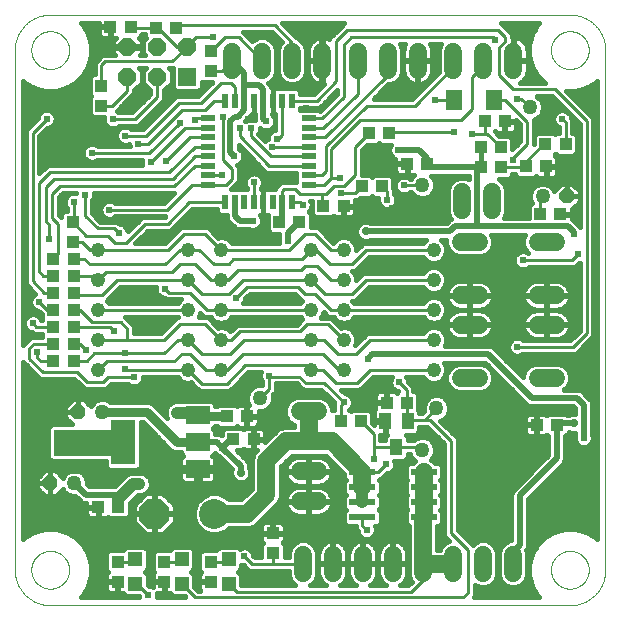
<source format=gtl>
G75*
%MOIN*%
%OFA0B0*%
%FSLAX25Y25*%
%IPPOS*%
%LPD*%
%AMOC8*
5,1,8,0,0,1.08239X$1,22.5*
%
%ADD10C,0.00000*%
%ADD11R,0.26813X0.08775*%
%ADD12R,0.04331X0.03937*%
%ADD13C,0.04800*%
%ADD14R,0.03937X0.04331*%
%ADD15R,0.02200X0.05000*%
%ADD16R,0.05000X0.02200*%
%ADD17R,0.07900X0.05900*%
%ADD18R,0.07900X0.15000*%
%ADD19C,0.06000*%
%ADD20R,0.06000X0.06000*%
%ADD21OC8,0.06000*%
%ADD22OC8,0.05000*%
%ADD23C,0.05000*%
%ADD24R,0.04724X0.04724*%
%ADD25C,0.10000*%
%ADD26OC8,0.10000*%
%ADD27R,0.03937X0.05512*%
%ADD28R,0.08661X0.02362*%
%ADD29R,0.05512X0.07087*%
%ADD30C,0.02000*%
%ADD31C,0.02420*%
%ADD32C,0.01000*%
%ADD33C,0.01969*%
%ADD34C,0.02775*%
%ADD35C,0.01800*%
%ADD36C,0.03150*%
%ADD37C,0.01600*%
%ADD38C,0.03937*%
%ADD39C,0.03562*%
%ADD40C,0.05906*%
D10*
X0012796Y0013611D02*
X0012796Y0186839D01*
X0018308Y0186839D02*
X0018310Y0186997D01*
X0018316Y0187155D01*
X0018326Y0187313D01*
X0018340Y0187471D01*
X0018358Y0187628D01*
X0018379Y0187785D01*
X0018405Y0187941D01*
X0018435Y0188097D01*
X0018468Y0188252D01*
X0018506Y0188405D01*
X0018547Y0188558D01*
X0018592Y0188710D01*
X0018641Y0188861D01*
X0018694Y0189010D01*
X0018750Y0189158D01*
X0018810Y0189304D01*
X0018874Y0189449D01*
X0018942Y0189592D01*
X0019013Y0189734D01*
X0019087Y0189874D01*
X0019165Y0190011D01*
X0019247Y0190147D01*
X0019331Y0190281D01*
X0019420Y0190412D01*
X0019511Y0190541D01*
X0019606Y0190668D01*
X0019703Y0190793D01*
X0019804Y0190915D01*
X0019908Y0191034D01*
X0020015Y0191151D01*
X0020125Y0191265D01*
X0020238Y0191376D01*
X0020353Y0191485D01*
X0020471Y0191590D01*
X0020592Y0191692D01*
X0020715Y0191792D01*
X0020841Y0191888D01*
X0020969Y0191981D01*
X0021099Y0192071D01*
X0021232Y0192157D01*
X0021367Y0192241D01*
X0021503Y0192320D01*
X0021642Y0192397D01*
X0021783Y0192469D01*
X0021925Y0192539D01*
X0022069Y0192604D01*
X0022215Y0192666D01*
X0022362Y0192724D01*
X0022511Y0192779D01*
X0022661Y0192830D01*
X0022812Y0192877D01*
X0022964Y0192920D01*
X0023117Y0192959D01*
X0023272Y0192995D01*
X0023427Y0193026D01*
X0023583Y0193054D01*
X0023739Y0193078D01*
X0023896Y0193098D01*
X0024054Y0193114D01*
X0024211Y0193126D01*
X0024370Y0193134D01*
X0024528Y0193138D01*
X0024686Y0193138D01*
X0024844Y0193134D01*
X0025003Y0193126D01*
X0025160Y0193114D01*
X0025318Y0193098D01*
X0025475Y0193078D01*
X0025631Y0193054D01*
X0025787Y0193026D01*
X0025942Y0192995D01*
X0026097Y0192959D01*
X0026250Y0192920D01*
X0026402Y0192877D01*
X0026553Y0192830D01*
X0026703Y0192779D01*
X0026852Y0192724D01*
X0026999Y0192666D01*
X0027145Y0192604D01*
X0027289Y0192539D01*
X0027431Y0192469D01*
X0027572Y0192397D01*
X0027711Y0192320D01*
X0027847Y0192241D01*
X0027982Y0192157D01*
X0028115Y0192071D01*
X0028245Y0191981D01*
X0028373Y0191888D01*
X0028499Y0191792D01*
X0028622Y0191692D01*
X0028743Y0191590D01*
X0028861Y0191485D01*
X0028976Y0191376D01*
X0029089Y0191265D01*
X0029199Y0191151D01*
X0029306Y0191034D01*
X0029410Y0190915D01*
X0029511Y0190793D01*
X0029608Y0190668D01*
X0029703Y0190541D01*
X0029794Y0190412D01*
X0029883Y0190281D01*
X0029967Y0190147D01*
X0030049Y0190011D01*
X0030127Y0189874D01*
X0030201Y0189734D01*
X0030272Y0189592D01*
X0030340Y0189449D01*
X0030404Y0189304D01*
X0030464Y0189158D01*
X0030520Y0189010D01*
X0030573Y0188861D01*
X0030622Y0188710D01*
X0030667Y0188558D01*
X0030708Y0188405D01*
X0030746Y0188252D01*
X0030779Y0188097D01*
X0030809Y0187941D01*
X0030835Y0187785D01*
X0030856Y0187628D01*
X0030874Y0187471D01*
X0030888Y0187313D01*
X0030898Y0187155D01*
X0030904Y0186997D01*
X0030906Y0186839D01*
X0030904Y0186681D01*
X0030898Y0186523D01*
X0030888Y0186365D01*
X0030874Y0186207D01*
X0030856Y0186050D01*
X0030835Y0185893D01*
X0030809Y0185737D01*
X0030779Y0185581D01*
X0030746Y0185426D01*
X0030708Y0185273D01*
X0030667Y0185120D01*
X0030622Y0184968D01*
X0030573Y0184817D01*
X0030520Y0184668D01*
X0030464Y0184520D01*
X0030404Y0184374D01*
X0030340Y0184229D01*
X0030272Y0184086D01*
X0030201Y0183944D01*
X0030127Y0183804D01*
X0030049Y0183667D01*
X0029967Y0183531D01*
X0029883Y0183397D01*
X0029794Y0183266D01*
X0029703Y0183137D01*
X0029608Y0183010D01*
X0029511Y0182885D01*
X0029410Y0182763D01*
X0029306Y0182644D01*
X0029199Y0182527D01*
X0029089Y0182413D01*
X0028976Y0182302D01*
X0028861Y0182193D01*
X0028743Y0182088D01*
X0028622Y0181986D01*
X0028499Y0181886D01*
X0028373Y0181790D01*
X0028245Y0181697D01*
X0028115Y0181607D01*
X0027982Y0181521D01*
X0027847Y0181437D01*
X0027711Y0181358D01*
X0027572Y0181281D01*
X0027431Y0181209D01*
X0027289Y0181139D01*
X0027145Y0181074D01*
X0026999Y0181012D01*
X0026852Y0180954D01*
X0026703Y0180899D01*
X0026553Y0180848D01*
X0026402Y0180801D01*
X0026250Y0180758D01*
X0026097Y0180719D01*
X0025942Y0180683D01*
X0025787Y0180652D01*
X0025631Y0180624D01*
X0025475Y0180600D01*
X0025318Y0180580D01*
X0025160Y0180564D01*
X0025003Y0180552D01*
X0024844Y0180544D01*
X0024686Y0180540D01*
X0024528Y0180540D01*
X0024370Y0180544D01*
X0024211Y0180552D01*
X0024054Y0180564D01*
X0023896Y0180580D01*
X0023739Y0180600D01*
X0023583Y0180624D01*
X0023427Y0180652D01*
X0023272Y0180683D01*
X0023117Y0180719D01*
X0022964Y0180758D01*
X0022812Y0180801D01*
X0022661Y0180848D01*
X0022511Y0180899D01*
X0022362Y0180954D01*
X0022215Y0181012D01*
X0022069Y0181074D01*
X0021925Y0181139D01*
X0021783Y0181209D01*
X0021642Y0181281D01*
X0021503Y0181358D01*
X0021367Y0181437D01*
X0021232Y0181521D01*
X0021099Y0181607D01*
X0020969Y0181697D01*
X0020841Y0181790D01*
X0020715Y0181886D01*
X0020592Y0181986D01*
X0020471Y0182088D01*
X0020353Y0182193D01*
X0020238Y0182302D01*
X0020125Y0182413D01*
X0020015Y0182527D01*
X0019908Y0182644D01*
X0019804Y0182763D01*
X0019703Y0182885D01*
X0019606Y0183010D01*
X0019511Y0183137D01*
X0019420Y0183266D01*
X0019331Y0183397D01*
X0019247Y0183531D01*
X0019165Y0183667D01*
X0019087Y0183804D01*
X0019013Y0183944D01*
X0018942Y0184086D01*
X0018874Y0184229D01*
X0018810Y0184374D01*
X0018750Y0184520D01*
X0018694Y0184668D01*
X0018641Y0184817D01*
X0018592Y0184968D01*
X0018547Y0185120D01*
X0018506Y0185273D01*
X0018468Y0185426D01*
X0018435Y0185581D01*
X0018405Y0185737D01*
X0018379Y0185893D01*
X0018358Y0186050D01*
X0018340Y0186207D01*
X0018326Y0186365D01*
X0018316Y0186523D01*
X0018310Y0186681D01*
X0018308Y0186839D01*
X0012796Y0186839D02*
X0012799Y0187124D01*
X0012810Y0187410D01*
X0012827Y0187695D01*
X0012851Y0187979D01*
X0012882Y0188263D01*
X0012920Y0188546D01*
X0012965Y0188827D01*
X0013016Y0189108D01*
X0013074Y0189388D01*
X0013139Y0189666D01*
X0013211Y0189942D01*
X0013289Y0190216D01*
X0013374Y0190489D01*
X0013466Y0190759D01*
X0013564Y0191027D01*
X0013668Y0191293D01*
X0013779Y0191556D01*
X0013896Y0191816D01*
X0014019Y0192074D01*
X0014149Y0192328D01*
X0014285Y0192579D01*
X0014426Y0192827D01*
X0014574Y0193071D01*
X0014727Y0193312D01*
X0014887Y0193548D01*
X0015052Y0193781D01*
X0015222Y0194010D01*
X0015398Y0194235D01*
X0015580Y0194455D01*
X0015766Y0194671D01*
X0015958Y0194882D01*
X0016155Y0195089D01*
X0016357Y0195291D01*
X0016564Y0195488D01*
X0016775Y0195680D01*
X0016991Y0195866D01*
X0017211Y0196048D01*
X0017436Y0196224D01*
X0017665Y0196394D01*
X0017898Y0196559D01*
X0018134Y0196719D01*
X0018375Y0196872D01*
X0018619Y0197020D01*
X0018867Y0197161D01*
X0019118Y0197297D01*
X0019372Y0197427D01*
X0019630Y0197550D01*
X0019890Y0197667D01*
X0020153Y0197778D01*
X0020419Y0197882D01*
X0020687Y0197980D01*
X0020957Y0198072D01*
X0021230Y0198157D01*
X0021504Y0198235D01*
X0021780Y0198307D01*
X0022058Y0198372D01*
X0022338Y0198430D01*
X0022619Y0198481D01*
X0022900Y0198526D01*
X0023183Y0198564D01*
X0023467Y0198595D01*
X0023751Y0198619D01*
X0024036Y0198636D01*
X0024322Y0198647D01*
X0024607Y0198650D01*
X0197835Y0198650D01*
X0191536Y0186839D02*
X0191538Y0186997D01*
X0191544Y0187155D01*
X0191554Y0187313D01*
X0191568Y0187471D01*
X0191586Y0187628D01*
X0191607Y0187785D01*
X0191633Y0187941D01*
X0191663Y0188097D01*
X0191696Y0188252D01*
X0191734Y0188405D01*
X0191775Y0188558D01*
X0191820Y0188710D01*
X0191869Y0188861D01*
X0191922Y0189010D01*
X0191978Y0189158D01*
X0192038Y0189304D01*
X0192102Y0189449D01*
X0192170Y0189592D01*
X0192241Y0189734D01*
X0192315Y0189874D01*
X0192393Y0190011D01*
X0192475Y0190147D01*
X0192559Y0190281D01*
X0192648Y0190412D01*
X0192739Y0190541D01*
X0192834Y0190668D01*
X0192931Y0190793D01*
X0193032Y0190915D01*
X0193136Y0191034D01*
X0193243Y0191151D01*
X0193353Y0191265D01*
X0193466Y0191376D01*
X0193581Y0191485D01*
X0193699Y0191590D01*
X0193820Y0191692D01*
X0193943Y0191792D01*
X0194069Y0191888D01*
X0194197Y0191981D01*
X0194327Y0192071D01*
X0194460Y0192157D01*
X0194595Y0192241D01*
X0194731Y0192320D01*
X0194870Y0192397D01*
X0195011Y0192469D01*
X0195153Y0192539D01*
X0195297Y0192604D01*
X0195443Y0192666D01*
X0195590Y0192724D01*
X0195739Y0192779D01*
X0195889Y0192830D01*
X0196040Y0192877D01*
X0196192Y0192920D01*
X0196345Y0192959D01*
X0196500Y0192995D01*
X0196655Y0193026D01*
X0196811Y0193054D01*
X0196967Y0193078D01*
X0197124Y0193098D01*
X0197282Y0193114D01*
X0197439Y0193126D01*
X0197598Y0193134D01*
X0197756Y0193138D01*
X0197914Y0193138D01*
X0198072Y0193134D01*
X0198231Y0193126D01*
X0198388Y0193114D01*
X0198546Y0193098D01*
X0198703Y0193078D01*
X0198859Y0193054D01*
X0199015Y0193026D01*
X0199170Y0192995D01*
X0199325Y0192959D01*
X0199478Y0192920D01*
X0199630Y0192877D01*
X0199781Y0192830D01*
X0199931Y0192779D01*
X0200080Y0192724D01*
X0200227Y0192666D01*
X0200373Y0192604D01*
X0200517Y0192539D01*
X0200659Y0192469D01*
X0200800Y0192397D01*
X0200939Y0192320D01*
X0201075Y0192241D01*
X0201210Y0192157D01*
X0201343Y0192071D01*
X0201473Y0191981D01*
X0201601Y0191888D01*
X0201727Y0191792D01*
X0201850Y0191692D01*
X0201971Y0191590D01*
X0202089Y0191485D01*
X0202204Y0191376D01*
X0202317Y0191265D01*
X0202427Y0191151D01*
X0202534Y0191034D01*
X0202638Y0190915D01*
X0202739Y0190793D01*
X0202836Y0190668D01*
X0202931Y0190541D01*
X0203022Y0190412D01*
X0203111Y0190281D01*
X0203195Y0190147D01*
X0203277Y0190011D01*
X0203355Y0189874D01*
X0203429Y0189734D01*
X0203500Y0189592D01*
X0203568Y0189449D01*
X0203632Y0189304D01*
X0203692Y0189158D01*
X0203748Y0189010D01*
X0203801Y0188861D01*
X0203850Y0188710D01*
X0203895Y0188558D01*
X0203936Y0188405D01*
X0203974Y0188252D01*
X0204007Y0188097D01*
X0204037Y0187941D01*
X0204063Y0187785D01*
X0204084Y0187628D01*
X0204102Y0187471D01*
X0204116Y0187313D01*
X0204126Y0187155D01*
X0204132Y0186997D01*
X0204134Y0186839D01*
X0204132Y0186681D01*
X0204126Y0186523D01*
X0204116Y0186365D01*
X0204102Y0186207D01*
X0204084Y0186050D01*
X0204063Y0185893D01*
X0204037Y0185737D01*
X0204007Y0185581D01*
X0203974Y0185426D01*
X0203936Y0185273D01*
X0203895Y0185120D01*
X0203850Y0184968D01*
X0203801Y0184817D01*
X0203748Y0184668D01*
X0203692Y0184520D01*
X0203632Y0184374D01*
X0203568Y0184229D01*
X0203500Y0184086D01*
X0203429Y0183944D01*
X0203355Y0183804D01*
X0203277Y0183667D01*
X0203195Y0183531D01*
X0203111Y0183397D01*
X0203022Y0183266D01*
X0202931Y0183137D01*
X0202836Y0183010D01*
X0202739Y0182885D01*
X0202638Y0182763D01*
X0202534Y0182644D01*
X0202427Y0182527D01*
X0202317Y0182413D01*
X0202204Y0182302D01*
X0202089Y0182193D01*
X0201971Y0182088D01*
X0201850Y0181986D01*
X0201727Y0181886D01*
X0201601Y0181790D01*
X0201473Y0181697D01*
X0201343Y0181607D01*
X0201210Y0181521D01*
X0201075Y0181437D01*
X0200939Y0181358D01*
X0200800Y0181281D01*
X0200659Y0181209D01*
X0200517Y0181139D01*
X0200373Y0181074D01*
X0200227Y0181012D01*
X0200080Y0180954D01*
X0199931Y0180899D01*
X0199781Y0180848D01*
X0199630Y0180801D01*
X0199478Y0180758D01*
X0199325Y0180719D01*
X0199170Y0180683D01*
X0199015Y0180652D01*
X0198859Y0180624D01*
X0198703Y0180600D01*
X0198546Y0180580D01*
X0198388Y0180564D01*
X0198231Y0180552D01*
X0198072Y0180544D01*
X0197914Y0180540D01*
X0197756Y0180540D01*
X0197598Y0180544D01*
X0197439Y0180552D01*
X0197282Y0180564D01*
X0197124Y0180580D01*
X0196967Y0180600D01*
X0196811Y0180624D01*
X0196655Y0180652D01*
X0196500Y0180683D01*
X0196345Y0180719D01*
X0196192Y0180758D01*
X0196040Y0180801D01*
X0195889Y0180848D01*
X0195739Y0180899D01*
X0195590Y0180954D01*
X0195443Y0181012D01*
X0195297Y0181074D01*
X0195153Y0181139D01*
X0195011Y0181209D01*
X0194870Y0181281D01*
X0194731Y0181358D01*
X0194595Y0181437D01*
X0194460Y0181521D01*
X0194327Y0181607D01*
X0194197Y0181697D01*
X0194069Y0181790D01*
X0193943Y0181886D01*
X0193820Y0181986D01*
X0193699Y0182088D01*
X0193581Y0182193D01*
X0193466Y0182302D01*
X0193353Y0182413D01*
X0193243Y0182527D01*
X0193136Y0182644D01*
X0193032Y0182763D01*
X0192931Y0182885D01*
X0192834Y0183010D01*
X0192739Y0183137D01*
X0192648Y0183266D01*
X0192559Y0183397D01*
X0192475Y0183531D01*
X0192393Y0183667D01*
X0192315Y0183804D01*
X0192241Y0183944D01*
X0192170Y0184086D01*
X0192102Y0184229D01*
X0192038Y0184374D01*
X0191978Y0184520D01*
X0191922Y0184668D01*
X0191869Y0184817D01*
X0191820Y0184968D01*
X0191775Y0185120D01*
X0191734Y0185273D01*
X0191696Y0185426D01*
X0191663Y0185581D01*
X0191633Y0185737D01*
X0191607Y0185893D01*
X0191586Y0186050D01*
X0191568Y0186207D01*
X0191554Y0186365D01*
X0191544Y0186523D01*
X0191538Y0186681D01*
X0191536Y0186839D01*
X0197835Y0198650D02*
X0198120Y0198647D01*
X0198406Y0198636D01*
X0198691Y0198619D01*
X0198975Y0198595D01*
X0199259Y0198564D01*
X0199542Y0198526D01*
X0199823Y0198481D01*
X0200104Y0198430D01*
X0200384Y0198372D01*
X0200662Y0198307D01*
X0200938Y0198235D01*
X0201212Y0198157D01*
X0201485Y0198072D01*
X0201755Y0197980D01*
X0202023Y0197882D01*
X0202289Y0197778D01*
X0202552Y0197667D01*
X0202812Y0197550D01*
X0203070Y0197427D01*
X0203324Y0197297D01*
X0203575Y0197161D01*
X0203823Y0197020D01*
X0204067Y0196872D01*
X0204308Y0196719D01*
X0204544Y0196559D01*
X0204777Y0196394D01*
X0205006Y0196224D01*
X0205231Y0196048D01*
X0205451Y0195866D01*
X0205667Y0195680D01*
X0205878Y0195488D01*
X0206085Y0195291D01*
X0206287Y0195089D01*
X0206484Y0194882D01*
X0206676Y0194671D01*
X0206862Y0194455D01*
X0207044Y0194235D01*
X0207220Y0194010D01*
X0207390Y0193781D01*
X0207555Y0193548D01*
X0207715Y0193312D01*
X0207868Y0193071D01*
X0208016Y0192827D01*
X0208157Y0192579D01*
X0208293Y0192328D01*
X0208423Y0192074D01*
X0208546Y0191816D01*
X0208663Y0191556D01*
X0208774Y0191293D01*
X0208878Y0191027D01*
X0208976Y0190759D01*
X0209068Y0190489D01*
X0209153Y0190216D01*
X0209231Y0189942D01*
X0209303Y0189666D01*
X0209368Y0189388D01*
X0209426Y0189108D01*
X0209477Y0188827D01*
X0209522Y0188546D01*
X0209560Y0188263D01*
X0209591Y0187979D01*
X0209615Y0187695D01*
X0209632Y0187410D01*
X0209643Y0187124D01*
X0209646Y0186839D01*
X0209646Y0013611D01*
X0191536Y0013611D02*
X0191538Y0013769D01*
X0191544Y0013927D01*
X0191554Y0014085D01*
X0191568Y0014243D01*
X0191586Y0014400D01*
X0191607Y0014557D01*
X0191633Y0014713D01*
X0191663Y0014869D01*
X0191696Y0015024D01*
X0191734Y0015177D01*
X0191775Y0015330D01*
X0191820Y0015482D01*
X0191869Y0015633D01*
X0191922Y0015782D01*
X0191978Y0015930D01*
X0192038Y0016076D01*
X0192102Y0016221D01*
X0192170Y0016364D01*
X0192241Y0016506D01*
X0192315Y0016646D01*
X0192393Y0016783D01*
X0192475Y0016919D01*
X0192559Y0017053D01*
X0192648Y0017184D01*
X0192739Y0017313D01*
X0192834Y0017440D01*
X0192931Y0017565D01*
X0193032Y0017687D01*
X0193136Y0017806D01*
X0193243Y0017923D01*
X0193353Y0018037D01*
X0193466Y0018148D01*
X0193581Y0018257D01*
X0193699Y0018362D01*
X0193820Y0018464D01*
X0193943Y0018564D01*
X0194069Y0018660D01*
X0194197Y0018753D01*
X0194327Y0018843D01*
X0194460Y0018929D01*
X0194595Y0019013D01*
X0194731Y0019092D01*
X0194870Y0019169D01*
X0195011Y0019241D01*
X0195153Y0019311D01*
X0195297Y0019376D01*
X0195443Y0019438D01*
X0195590Y0019496D01*
X0195739Y0019551D01*
X0195889Y0019602D01*
X0196040Y0019649D01*
X0196192Y0019692D01*
X0196345Y0019731D01*
X0196500Y0019767D01*
X0196655Y0019798D01*
X0196811Y0019826D01*
X0196967Y0019850D01*
X0197124Y0019870D01*
X0197282Y0019886D01*
X0197439Y0019898D01*
X0197598Y0019906D01*
X0197756Y0019910D01*
X0197914Y0019910D01*
X0198072Y0019906D01*
X0198231Y0019898D01*
X0198388Y0019886D01*
X0198546Y0019870D01*
X0198703Y0019850D01*
X0198859Y0019826D01*
X0199015Y0019798D01*
X0199170Y0019767D01*
X0199325Y0019731D01*
X0199478Y0019692D01*
X0199630Y0019649D01*
X0199781Y0019602D01*
X0199931Y0019551D01*
X0200080Y0019496D01*
X0200227Y0019438D01*
X0200373Y0019376D01*
X0200517Y0019311D01*
X0200659Y0019241D01*
X0200800Y0019169D01*
X0200939Y0019092D01*
X0201075Y0019013D01*
X0201210Y0018929D01*
X0201343Y0018843D01*
X0201473Y0018753D01*
X0201601Y0018660D01*
X0201727Y0018564D01*
X0201850Y0018464D01*
X0201971Y0018362D01*
X0202089Y0018257D01*
X0202204Y0018148D01*
X0202317Y0018037D01*
X0202427Y0017923D01*
X0202534Y0017806D01*
X0202638Y0017687D01*
X0202739Y0017565D01*
X0202836Y0017440D01*
X0202931Y0017313D01*
X0203022Y0017184D01*
X0203111Y0017053D01*
X0203195Y0016919D01*
X0203277Y0016783D01*
X0203355Y0016646D01*
X0203429Y0016506D01*
X0203500Y0016364D01*
X0203568Y0016221D01*
X0203632Y0016076D01*
X0203692Y0015930D01*
X0203748Y0015782D01*
X0203801Y0015633D01*
X0203850Y0015482D01*
X0203895Y0015330D01*
X0203936Y0015177D01*
X0203974Y0015024D01*
X0204007Y0014869D01*
X0204037Y0014713D01*
X0204063Y0014557D01*
X0204084Y0014400D01*
X0204102Y0014243D01*
X0204116Y0014085D01*
X0204126Y0013927D01*
X0204132Y0013769D01*
X0204134Y0013611D01*
X0204132Y0013453D01*
X0204126Y0013295D01*
X0204116Y0013137D01*
X0204102Y0012979D01*
X0204084Y0012822D01*
X0204063Y0012665D01*
X0204037Y0012509D01*
X0204007Y0012353D01*
X0203974Y0012198D01*
X0203936Y0012045D01*
X0203895Y0011892D01*
X0203850Y0011740D01*
X0203801Y0011589D01*
X0203748Y0011440D01*
X0203692Y0011292D01*
X0203632Y0011146D01*
X0203568Y0011001D01*
X0203500Y0010858D01*
X0203429Y0010716D01*
X0203355Y0010576D01*
X0203277Y0010439D01*
X0203195Y0010303D01*
X0203111Y0010169D01*
X0203022Y0010038D01*
X0202931Y0009909D01*
X0202836Y0009782D01*
X0202739Y0009657D01*
X0202638Y0009535D01*
X0202534Y0009416D01*
X0202427Y0009299D01*
X0202317Y0009185D01*
X0202204Y0009074D01*
X0202089Y0008965D01*
X0201971Y0008860D01*
X0201850Y0008758D01*
X0201727Y0008658D01*
X0201601Y0008562D01*
X0201473Y0008469D01*
X0201343Y0008379D01*
X0201210Y0008293D01*
X0201075Y0008209D01*
X0200939Y0008130D01*
X0200800Y0008053D01*
X0200659Y0007981D01*
X0200517Y0007911D01*
X0200373Y0007846D01*
X0200227Y0007784D01*
X0200080Y0007726D01*
X0199931Y0007671D01*
X0199781Y0007620D01*
X0199630Y0007573D01*
X0199478Y0007530D01*
X0199325Y0007491D01*
X0199170Y0007455D01*
X0199015Y0007424D01*
X0198859Y0007396D01*
X0198703Y0007372D01*
X0198546Y0007352D01*
X0198388Y0007336D01*
X0198231Y0007324D01*
X0198072Y0007316D01*
X0197914Y0007312D01*
X0197756Y0007312D01*
X0197598Y0007316D01*
X0197439Y0007324D01*
X0197282Y0007336D01*
X0197124Y0007352D01*
X0196967Y0007372D01*
X0196811Y0007396D01*
X0196655Y0007424D01*
X0196500Y0007455D01*
X0196345Y0007491D01*
X0196192Y0007530D01*
X0196040Y0007573D01*
X0195889Y0007620D01*
X0195739Y0007671D01*
X0195590Y0007726D01*
X0195443Y0007784D01*
X0195297Y0007846D01*
X0195153Y0007911D01*
X0195011Y0007981D01*
X0194870Y0008053D01*
X0194731Y0008130D01*
X0194595Y0008209D01*
X0194460Y0008293D01*
X0194327Y0008379D01*
X0194197Y0008469D01*
X0194069Y0008562D01*
X0193943Y0008658D01*
X0193820Y0008758D01*
X0193699Y0008860D01*
X0193581Y0008965D01*
X0193466Y0009074D01*
X0193353Y0009185D01*
X0193243Y0009299D01*
X0193136Y0009416D01*
X0193032Y0009535D01*
X0192931Y0009657D01*
X0192834Y0009782D01*
X0192739Y0009909D01*
X0192648Y0010038D01*
X0192559Y0010169D01*
X0192475Y0010303D01*
X0192393Y0010439D01*
X0192315Y0010576D01*
X0192241Y0010716D01*
X0192170Y0010858D01*
X0192102Y0011001D01*
X0192038Y0011146D01*
X0191978Y0011292D01*
X0191922Y0011440D01*
X0191869Y0011589D01*
X0191820Y0011740D01*
X0191775Y0011892D01*
X0191734Y0012045D01*
X0191696Y0012198D01*
X0191663Y0012353D01*
X0191633Y0012509D01*
X0191607Y0012665D01*
X0191586Y0012822D01*
X0191568Y0012979D01*
X0191554Y0013137D01*
X0191544Y0013295D01*
X0191538Y0013453D01*
X0191536Y0013611D01*
X0197835Y0001800D02*
X0198120Y0001803D01*
X0198406Y0001814D01*
X0198691Y0001831D01*
X0198975Y0001855D01*
X0199259Y0001886D01*
X0199542Y0001924D01*
X0199823Y0001969D01*
X0200104Y0002020D01*
X0200384Y0002078D01*
X0200662Y0002143D01*
X0200938Y0002215D01*
X0201212Y0002293D01*
X0201485Y0002378D01*
X0201755Y0002470D01*
X0202023Y0002568D01*
X0202289Y0002672D01*
X0202552Y0002783D01*
X0202812Y0002900D01*
X0203070Y0003023D01*
X0203324Y0003153D01*
X0203575Y0003289D01*
X0203823Y0003430D01*
X0204067Y0003578D01*
X0204308Y0003731D01*
X0204544Y0003891D01*
X0204777Y0004056D01*
X0205006Y0004226D01*
X0205231Y0004402D01*
X0205451Y0004584D01*
X0205667Y0004770D01*
X0205878Y0004962D01*
X0206085Y0005159D01*
X0206287Y0005361D01*
X0206484Y0005568D01*
X0206676Y0005779D01*
X0206862Y0005995D01*
X0207044Y0006215D01*
X0207220Y0006440D01*
X0207390Y0006669D01*
X0207555Y0006902D01*
X0207715Y0007138D01*
X0207868Y0007379D01*
X0208016Y0007623D01*
X0208157Y0007871D01*
X0208293Y0008122D01*
X0208423Y0008376D01*
X0208546Y0008634D01*
X0208663Y0008894D01*
X0208774Y0009157D01*
X0208878Y0009423D01*
X0208976Y0009691D01*
X0209068Y0009961D01*
X0209153Y0010234D01*
X0209231Y0010508D01*
X0209303Y0010784D01*
X0209368Y0011062D01*
X0209426Y0011342D01*
X0209477Y0011623D01*
X0209522Y0011904D01*
X0209560Y0012187D01*
X0209591Y0012471D01*
X0209615Y0012755D01*
X0209632Y0013040D01*
X0209643Y0013326D01*
X0209646Y0013611D01*
X0197835Y0001800D02*
X0024607Y0001800D01*
X0018308Y0013611D02*
X0018310Y0013769D01*
X0018316Y0013927D01*
X0018326Y0014085D01*
X0018340Y0014243D01*
X0018358Y0014400D01*
X0018379Y0014557D01*
X0018405Y0014713D01*
X0018435Y0014869D01*
X0018468Y0015024D01*
X0018506Y0015177D01*
X0018547Y0015330D01*
X0018592Y0015482D01*
X0018641Y0015633D01*
X0018694Y0015782D01*
X0018750Y0015930D01*
X0018810Y0016076D01*
X0018874Y0016221D01*
X0018942Y0016364D01*
X0019013Y0016506D01*
X0019087Y0016646D01*
X0019165Y0016783D01*
X0019247Y0016919D01*
X0019331Y0017053D01*
X0019420Y0017184D01*
X0019511Y0017313D01*
X0019606Y0017440D01*
X0019703Y0017565D01*
X0019804Y0017687D01*
X0019908Y0017806D01*
X0020015Y0017923D01*
X0020125Y0018037D01*
X0020238Y0018148D01*
X0020353Y0018257D01*
X0020471Y0018362D01*
X0020592Y0018464D01*
X0020715Y0018564D01*
X0020841Y0018660D01*
X0020969Y0018753D01*
X0021099Y0018843D01*
X0021232Y0018929D01*
X0021367Y0019013D01*
X0021503Y0019092D01*
X0021642Y0019169D01*
X0021783Y0019241D01*
X0021925Y0019311D01*
X0022069Y0019376D01*
X0022215Y0019438D01*
X0022362Y0019496D01*
X0022511Y0019551D01*
X0022661Y0019602D01*
X0022812Y0019649D01*
X0022964Y0019692D01*
X0023117Y0019731D01*
X0023272Y0019767D01*
X0023427Y0019798D01*
X0023583Y0019826D01*
X0023739Y0019850D01*
X0023896Y0019870D01*
X0024054Y0019886D01*
X0024211Y0019898D01*
X0024370Y0019906D01*
X0024528Y0019910D01*
X0024686Y0019910D01*
X0024844Y0019906D01*
X0025003Y0019898D01*
X0025160Y0019886D01*
X0025318Y0019870D01*
X0025475Y0019850D01*
X0025631Y0019826D01*
X0025787Y0019798D01*
X0025942Y0019767D01*
X0026097Y0019731D01*
X0026250Y0019692D01*
X0026402Y0019649D01*
X0026553Y0019602D01*
X0026703Y0019551D01*
X0026852Y0019496D01*
X0026999Y0019438D01*
X0027145Y0019376D01*
X0027289Y0019311D01*
X0027431Y0019241D01*
X0027572Y0019169D01*
X0027711Y0019092D01*
X0027847Y0019013D01*
X0027982Y0018929D01*
X0028115Y0018843D01*
X0028245Y0018753D01*
X0028373Y0018660D01*
X0028499Y0018564D01*
X0028622Y0018464D01*
X0028743Y0018362D01*
X0028861Y0018257D01*
X0028976Y0018148D01*
X0029089Y0018037D01*
X0029199Y0017923D01*
X0029306Y0017806D01*
X0029410Y0017687D01*
X0029511Y0017565D01*
X0029608Y0017440D01*
X0029703Y0017313D01*
X0029794Y0017184D01*
X0029883Y0017053D01*
X0029967Y0016919D01*
X0030049Y0016783D01*
X0030127Y0016646D01*
X0030201Y0016506D01*
X0030272Y0016364D01*
X0030340Y0016221D01*
X0030404Y0016076D01*
X0030464Y0015930D01*
X0030520Y0015782D01*
X0030573Y0015633D01*
X0030622Y0015482D01*
X0030667Y0015330D01*
X0030708Y0015177D01*
X0030746Y0015024D01*
X0030779Y0014869D01*
X0030809Y0014713D01*
X0030835Y0014557D01*
X0030856Y0014400D01*
X0030874Y0014243D01*
X0030888Y0014085D01*
X0030898Y0013927D01*
X0030904Y0013769D01*
X0030906Y0013611D01*
X0030904Y0013453D01*
X0030898Y0013295D01*
X0030888Y0013137D01*
X0030874Y0012979D01*
X0030856Y0012822D01*
X0030835Y0012665D01*
X0030809Y0012509D01*
X0030779Y0012353D01*
X0030746Y0012198D01*
X0030708Y0012045D01*
X0030667Y0011892D01*
X0030622Y0011740D01*
X0030573Y0011589D01*
X0030520Y0011440D01*
X0030464Y0011292D01*
X0030404Y0011146D01*
X0030340Y0011001D01*
X0030272Y0010858D01*
X0030201Y0010716D01*
X0030127Y0010576D01*
X0030049Y0010439D01*
X0029967Y0010303D01*
X0029883Y0010169D01*
X0029794Y0010038D01*
X0029703Y0009909D01*
X0029608Y0009782D01*
X0029511Y0009657D01*
X0029410Y0009535D01*
X0029306Y0009416D01*
X0029199Y0009299D01*
X0029089Y0009185D01*
X0028976Y0009074D01*
X0028861Y0008965D01*
X0028743Y0008860D01*
X0028622Y0008758D01*
X0028499Y0008658D01*
X0028373Y0008562D01*
X0028245Y0008469D01*
X0028115Y0008379D01*
X0027982Y0008293D01*
X0027847Y0008209D01*
X0027711Y0008130D01*
X0027572Y0008053D01*
X0027431Y0007981D01*
X0027289Y0007911D01*
X0027145Y0007846D01*
X0026999Y0007784D01*
X0026852Y0007726D01*
X0026703Y0007671D01*
X0026553Y0007620D01*
X0026402Y0007573D01*
X0026250Y0007530D01*
X0026097Y0007491D01*
X0025942Y0007455D01*
X0025787Y0007424D01*
X0025631Y0007396D01*
X0025475Y0007372D01*
X0025318Y0007352D01*
X0025160Y0007336D01*
X0025003Y0007324D01*
X0024844Y0007316D01*
X0024686Y0007312D01*
X0024528Y0007312D01*
X0024370Y0007316D01*
X0024211Y0007324D01*
X0024054Y0007336D01*
X0023896Y0007352D01*
X0023739Y0007372D01*
X0023583Y0007396D01*
X0023427Y0007424D01*
X0023272Y0007455D01*
X0023117Y0007491D01*
X0022964Y0007530D01*
X0022812Y0007573D01*
X0022661Y0007620D01*
X0022511Y0007671D01*
X0022362Y0007726D01*
X0022215Y0007784D01*
X0022069Y0007846D01*
X0021925Y0007911D01*
X0021783Y0007981D01*
X0021642Y0008053D01*
X0021503Y0008130D01*
X0021367Y0008209D01*
X0021232Y0008293D01*
X0021099Y0008379D01*
X0020969Y0008469D01*
X0020841Y0008562D01*
X0020715Y0008658D01*
X0020592Y0008758D01*
X0020471Y0008860D01*
X0020353Y0008965D01*
X0020238Y0009074D01*
X0020125Y0009185D01*
X0020015Y0009299D01*
X0019908Y0009416D01*
X0019804Y0009535D01*
X0019703Y0009657D01*
X0019606Y0009782D01*
X0019511Y0009909D01*
X0019420Y0010038D01*
X0019331Y0010169D01*
X0019247Y0010303D01*
X0019165Y0010439D01*
X0019087Y0010576D01*
X0019013Y0010716D01*
X0018942Y0010858D01*
X0018874Y0011001D01*
X0018810Y0011146D01*
X0018750Y0011292D01*
X0018694Y0011440D01*
X0018641Y0011589D01*
X0018592Y0011740D01*
X0018547Y0011892D01*
X0018506Y0012045D01*
X0018468Y0012198D01*
X0018435Y0012353D01*
X0018405Y0012509D01*
X0018379Y0012665D01*
X0018358Y0012822D01*
X0018340Y0012979D01*
X0018326Y0013137D01*
X0018316Y0013295D01*
X0018310Y0013453D01*
X0018308Y0013611D01*
X0012796Y0013611D02*
X0012799Y0013326D01*
X0012810Y0013040D01*
X0012827Y0012755D01*
X0012851Y0012471D01*
X0012882Y0012187D01*
X0012920Y0011904D01*
X0012965Y0011623D01*
X0013016Y0011342D01*
X0013074Y0011062D01*
X0013139Y0010784D01*
X0013211Y0010508D01*
X0013289Y0010234D01*
X0013374Y0009961D01*
X0013466Y0009691D01*
X0013564Y0009423D01*
X0013668Y0009157D01*
X0013779Y0008894D01*
X0013896Y0008634D01*
X0014019Y0008376D01*
X0014149Y0008122D01*
X0014285Y0007871D01*
X0014426Y0007623D01*
X0014574Y0007379D01*
X0014727Y0007138D01*
X0014887Y0006902D01*
X0015052Y0006669D01*
X0015222Y0006440D01*
X0015398Y0006215D01*
X0015580Y0005995D01*
X0015766Y0005779D01*
X0015958Y0005568D01*
X0016155Y0005361D01*
X0016357Y0005159D01*
X0016564Y0004962D01*
X0016775Y0004770D01*
X0016991Y0004584D01*
X0017211Y0004402D01*
X0017436Y0004226D01*
X0017665Y0004056D01*
X0017898Y0003891D01*
X0018134Y0003731D01*
X0018375Y0003578D01*
X0018619Y0003430D01*
X0018867Y0003289D01*
X0019118Y0003153D01*
X0019372Y0003023D01*
X0019630Y0002900D01*
X0019890Y0002783D01*
X0020153Y0002672D01*
X0020419Y0002568D01*
X0020687Y0002470D01*
X0020957Y0002378D01*
X0021230Y0002293D01*
X0021504Y0002215D01*
X0021780Y0002143D01*
X0022058Y0002078D01*
X0022338Y0002020D01*
X0022619Y0001969D01*
X0022900Y0001924D01*
X0023183Y0001886D01*
X0023467Y0001855D01*
X0023751Y0001831D01*
X0024036Y0001814D01*
X0024322Y0001803D01*
X0024607Y0001800D01*
D11*
X0039202Y0055912D03*
D12*
X0040574Y0034488D03*
X0047267Y0034488D03*
X0047083Y0016359D03*
X0047083Y0009666D03*
X0062683Y0009666D03*
X0062683Y0016359D03*
X0078283Y0016359D03*
X0078283Y0009666D03*
X0098758Y0019091D03*
X0098758Y0025784D03*
X0092392Y0057162D03*
X0085699Y0057162D03*
X0083487Y0064762D03*
X0090180Y0064762D03*
X0032071Y0122729D03*
X0032071Y0129421D03*
X0041671Y0168341D03*
X0041671Y0175034D03*
X0044699Y0194612D03*
X0051392Y0194612D03*
X0078121Y0186496D03*
X0078121Y0179804D03*
X0115699Y0134850D03*
X0122392Y0134850D03*
X0143574Y0149013D03*
X0150267Y0149013D03*
X0186737Y0061925D03*
X0193430Y0061925D03*
D13*
X0152481Y0080225D03*
X0152481Y0090225D03*
X0152481Y0100225D03*
X0152481Y0110225D03*
X0152481Y0120225D03*
X0122481Y0120225D03*
X0122481Y0110225D03*
X0122481Y0100225D03*
X0122481Y0090225D03*
X0122481Y0080225D03*
X0111536Y0080225D03*
X0111536Y0090225D03*
X0111536Y0100225D03*
X0111536Y0110225D03*
X0111536Y0120225D03*
X0081536Y0120225D03*
X0081536Y0110225D03*
X0081536Y0100225D03*
X0081536Y0090225D03*
X0081536Y0080225D03*
X0070591Y0080225D03*
X0070591Y0090225D03*
X0070591Y0100225D03*
X0070591Y0110225D03*
X0070591Y0120225D03*
X0040591Y0120225D03*
X0040591Y0110225D03*
X0040591Y0100225D03*
X0040591Y0090225D03*
X0040591Y0080225D03*
D14*
X0032392Y0083213D03*
X0032392Y0088900D03*
X0032392Y0094587D03*
X0032392Y0100275D03*
X0032392Y0105962D03*
X0032392Y0111650D03*
X0032392Y0117337D03*
X0025699Y0117337D03*
X0025699Y0111650D03*
X0025699Y0105962D03*
X0025699Y0100275D03*
X0025699Y0094587D03*
X0025699Y0088900D03*
X0025699Y0083213D03*
X0100949Y0129587D03*
X0107642Y0129587D03*
X0128562Y0141388D03*
X0135255Y0141388D03*
X0137467Y0159125D03*
X0130774Y0159125D03*
X0168149Y0154413D03*
X0168149Y0147725D03*
X0174842Y0147725D03*
X0174842Y0154413D03*
X0176142Y0163050D03*
X0169449Y0163050D03*
X0183199Y0148050D03*
X0189892Y0148050D03*
X0189687Y0155400D03*
X0196380Y0155400D03*
X0194630Y0132150D03*
X0187937Y0132150D03*
X0143405Y0069238D03*
X0136712Y0069238D03*
X0128080Y0063087D03*
X0121387Y0063087D03*
X0066517Y0194362D03*
X0059824Y0194362D03*
D15*
X0083022Y0169950D03*
X0086172Y0169950D03*
X0089321Y0169950D03*
X0092471Y0169950D03*
X0095621Y0169950D03*
X0098770Y0169950D03*
X0101920Y0169950D03*
X0105069Y0169950D03*
X0105069Y0136150D03*
X0101920Y0136150D03*
X0098770Y0136150D03*
X0095621Y0136150D03*
X0092471Y0136150D03*
X0089321Y0136150D03*
X0086172Y0136150D03*
X0083022Y0136150D03*
D16*
X0077146Y0142026D03*
X0077146Y0145176D03*
X0077146Y0148326D03*
X0077146Y0151475D03*
X0077146Y0154625D03*
X0077146Y0157774D03*
X0077146Y0160924D03*
X0077146Y0164074D03*
X0110946Y0164074D03*
X0110946Y0160924D03*
X0110946Y0157774D03*
X0110946Y0154625D03*
X0110946Y0151475D03*
X0110946Y0148326D03*
X0110946Y0145176D03*
X0110946Y0142026D03*
D17*
X0073783Y0065175D03*
X0073783Y0056175D03*
X0073783Y0047175D03*
D18*
X0048983Y0056075D03*
D19*
X0107746Y0056400D02*
X0113746Y0056400D01*
X0113746Y0046400D02*
X0107746Y0046400D01*
X0107746Y0036400D02*
X0113746Y0036400D01*
X0108833Y0018613D02*
X0108833Y0012612D01*
X0118833Y0012612D02*
X0118833Y0018613D01*
X0128833Y0018613D02*
X0128833Y0012612D01*
X0138833Y0012612D02*
X0138833Y0018613D01*
X0148833Y0018613D02*
X0148833Y0012612D01*
X0158833Y0012612D02*
X0158833Y0018613D01*
X0168833Y0018613D02*
X0168833Y0012612D01*
X0178833Y0012612D02*
X0178833Y0018613D01*
X0187045Y0077546D02*
X0193045Y0077546D01*
X0193045Y0095346D02*
X0187045Y0095346D01*
X0187045Y0105105D02*
X0193045Y0105105D01*
X0193045Y0122905D02*
X0187045Y0122905D01*
X0171846Y0133513D02*
X0171846Y0139513D01*
X0161846Y0139513D02*
X0161846Y0133513D01*
X0161445Y0122905D02*
X0167445Y0122905D01*
X0167445Y0105105D02*
X0161445Y0105105D01*
X0161445Y0095346D02*
X0167445Y0095346D01*
X0167445Y0077546D02*
X0161445Y0077546D01*
X0113746Y0066400D02*
X0107746Y0066400D01*
X0105221Y0180312D02*
X0105221Y0186312D01*
X0115221Y0186312D02*
X0115221Y0180312D01*
X0127096Y0180312D02*
X0127096Y0186312D01*
X0137096Y0186312D02*
X0137096Y0180312D01*
X0147096Y0180312D02*
X0147096Y0186312D01*
X0158946Y0186312D02*
X0158946Y0180312D01*
X0168946Y0180312D02*
X0168946Y0186312D01*
X0178946Y0186312D02*
X0178946Y0180312D01*
X0095221Y0180312D02*
X0095221Y0186312D01*
X0085221Y0186312D02*
X0085221Y0180312D01*
D20*
X0070296Y0177887D03*
D21*
X0060296Y0177887D03*
X0050296Y0177887D03*
X0050296Y0187887D03*
X0060296Y0187887D03*
X0070296Y0187887D03*
D22*
X0033983Y0066150D03*
X0024621Y0042425D03*
X0196796Y0138050D03*
D23*
X0188796Y0138050D03*
X0184558Y0167713D03*
X0148646Y0141875D03*
X0094533Y0070863D03*
X0041983Y0066150D03*
X0032621Y0042425D03*
X0148646Y0053475D03*
X0153358Y0067450D03*
D24*
X0084133Y0017146D03*
X0084133Y0008879D03*
X0068533Y0008879D03*
X0068533Y0017146D03*
X0052933Y0017146D03*
X0052933Y0008879D03*
D25*
X0079333Y0032262D03*
D26*
X0059333Y0032262D03*
D27*
X0136256Y0063206D03*
X0143736Y0063206D03*
X0139996Y0054544D03*
D28*
X0149157Y0046125D03*
X0149157Y0041125D03*
X0149157Y0036125D03*
X0149157Y0031125D03*
X0128685Y0031125D03*
X0128685Y0036125D03*
X0128685Y0041125D03*
X0128685Y0046125D03*
D29*
X0159178Y0170313D03*
X0172564Y0170313D03*
D30*
X0150267Y0150816D02*
X0150267Y0149013D01*
X0151555Y0147725D01*
X0168149Y0147725D01*
X0166846Y0146421D01*
X0166846Y0128050D01*
X0159521Y0128050D01*
X0157908Y0126437D01*
X0129796Y0126437D01*
X0107642Y0129587D02*
X0103796Y0125741D01*
X0103796Y0123350D01*
X0100949Y0129587D02*
X0101920Y0130558D01*
X0101920Y0136150D01*
X0085921Y0151488D02*
X0084671Y0152738D01*
X0084671Y0163213D01*
X0086083Y0164625D01*
X0087221Y0164625D01*
X0089321Y0166726D01*
X0089321Y0169950D01*
X0089321Y0175274D01*
X0089321Y0179212D01*
X0085221Y0183312D01*
X0089321Y0175274D02*
X0094121Y0175274D01*
X0095621Y0173775D01*
X0095621Y0169950D01*
X0095621Y0163975D01*
X0096546Y0163050D01*
X0140683Y0153413D02*
X0147671Y0153413D01*
X0150267Y0150816D01*
X0166846Y0128050D02*
X0197171Y0128050D01*
X0170583Y0085488D02*
X0185208Y0070863D01*
X0200158Y0070863D01*
X0202433Y0068588D01*
X0202433Y0057537D01*
X0199183Y0062412D02*
X0193917Y0062412D01*
X0193430Y0061925D02*
X0193430Y0050734D01*
X0181146Y0038450D01*
X0181146Y0021950D01*
X0178833Y0019638D01*
X0178833Y0015612D01*
X0130446Y0084025D02*
X0131908Y0085488D01*
X0170583Y0085488D01*
X0088196Y0048105D02*
X0088196Y0046000D01*
X0088196Y0048105D02*
X0081936Y0054365D01*
X0084733Y0057162D01*
X0085699Y0057162D01*
X0081936Y0054365D02*
X0080126Y0056175D01*
X0073783Y0056175D01*
D31*
X0067908Y0051437D03*
X0057671Y0051925D03*
X0057671Y0059075D03*
X0044021Y0044937D03*
X0037683Y0046237D03*
X0037496Y0056075D03*
X0034246Y0056075D03*
X0030996Y0056075D03*
X0027746Y0056075D03*
X0040746Y0056075D03*
X0052608Y0077850D03*
X0049683Y0080450D03*
X0049671Y0085863D03*
X0045783Y0093125D03*
X0036521Y0086787D03*
X0020271Y0086138D03*
X0016546Y0081625D03*
X0018808Y0095725D03*
X0020921Y0103012D03*
X0024358Y0123987D03*
X0028571Y0134925D03*
X0028571Y0138175D03*
X0032483Y0136175D03*
X0036233Y0138675D03*
X0040796Y0130725D03*
X0044358Y0133675D03*
X0050871Y0127800D03*
X0047483Y0125862D03*
X0057021Y0125375D03*
X0055783Y0138050D03*
X0059683Y0138050D03*
X0058108Y0149613D03*
X0063221Y0149725D03*
X0054008Y0155550D03*
X0049608Y0158363D03*
X0045533Y0163813D03*
X0043271Y0157063D03*
X0038471Y0152600D03*
X0035471Y0163238D03*
X0032058Y0174287D03*
X0023421Y0163988D03*
X0027596Y0153450D03*
X0016058Y0136550D03*
X0055558Y0104737D03*
X0062796Y0107287D03*
X0063196Y0103112D03*
X0063846Y0096612D03*
X0055558Y0095312D03*
X0056508Y0076388D03*
X0063983Y0076713D03*
X0080258Y0060375D03*
X0081936Y0054365D03*
X0081533Y0047300D03*
X0081533Y0044050D03*
X0081533Y0040800D03*
X0078283Y0040800D03*
X0075033Y0040800D03*
X0067396Y0030725D03*
X0067396Y0027475D03*
X0067396Y0024225D03*
X0064146Y0024225D03*
X0060896Y0024225D03*
X0057158Y0005213D03*
X0089333Y0018050D03*
X0091283Y0012525D03*
X0094371Y0009763D03*
X0101683Y0012687D03*
X0103796Y0010413D03*
X0105096Y0026012D03*
X0108346Y0026012D03*
X0111596Y0026012D03*
X0114846Y0026012D03*
X0118096Y0026012D03*
X0118096Y0029262D03*
X0114846Y0029262D03*
X0111596Y0029262D03*
X0108346Y0029262D03*
X0105096Y0029262D03*
X0130121Y0026825D03*
X0143446Y0025850D03*
X0143446Y0023087D03*
X0154171Y0023087D03*
X0154171Y0025850D03*
X0161646Y0028450D03*
X0161646Y0031700D03*
X0161646Y0034950D03*
X0161646Y0038200D03*
X0161646Y0041450D03*
X0161646Y0044700D03*
X0161646Y0047950D03*
X0161646Y0051200D03*
X0161646Y0054450D03*
X0161646Y0057700D03*
X0161646Y0060950D03*
X0161646Y0064200D03*
X0161646Y0067450D03*
X0164896Y0067450D03*
X0168146Y0067450D03*
X0171396Y0067450D03*
X0174646Y0067450D03*
X0177896Y0067450D03*
X0181146Y0067450D03*
X0184246Y0067450D03*
X0187496Y0067450D03*
X0190746Y0067450D03*
X0193996Y0067450D03*
X0197246Y0067450D03*
X0206021Y0067450D03*
X0206021Y0064200D03*
X0206021Y0060950D03*
X0206021Y0057700D03*
X0206021Y0054450D03*
X0206021Y0051200D03*
X0206021Y0047950D03*
X0206021Y0044700D03*
X0206021Y0041450D03*
X0206021Y0038200D03*
X0206021Y0034950D03*
X0206021Y0031700D03*
X0206021Y0028450D03*
X0206021Y0025200D03*
X0187646Y0025200D03*
X0184396Y0025200D03*
X0177896Y0025200D03*
X0174646Y0025200D03*
X0171396Y0025200D03*
X0168146Y0025200D03*
X0187821Y0036450D03*
X0178883Y0055462D03*
X0175633Y0055462D03*
X0172383Y0055462D03*
X0202433Y0057537D03*
X0180296Y0087975D03*
X0182171Y0116800D03*
X0183096Y0131638D03*
X0179846Y0131638D03*
X0188308Y0143375D03*
X0195783Y0144188D03*
X0206171Y0142525D03*
X0206171Y0139275D03*
X0206171Y0136025D03*
X0200171Y0130212D03*
X0199046Y0125550D03*
X0200621Y0118975D03*
X0179033Y0150163D03*
X0176121Y0158813D03*
X0165058Y0158938D03*
X0159371Y0159425D03*
X0152708Y0170150D03*
X0144108Y0175062D03*
X0137608Y0173112D03*
X0140683Y0153413D03*
X0139871Y0144313D03*
X0142471Y0141713D03*
X0139871Y0139438D03*
X0136946Y0136838D03*
X0138571Y0134238D03*
X0144096Y0123187D03*
X0147021Y0123187D03*
X0149946Y0132450D03*
X0152871Y0132450D03*
X0124758Y0130500D03*
X0121671Y0139113D03*
X0121346Y0144313D03*
X0108733Y0135238D03*
X0113233Y0129887D03*
X0115996Y0127287D03*
X0103796Y0123350D03*
X0092171Y0129925D03*
X0083971Y0125787D03*
X0080721Y0125787D03*
X0069983Y0129612D03*
X0081983Y0145238D03*
X0085921Y0151488D03*
X0089808Y0150338D03*
X0089808Y0147088D03*
X0093058Y0147088D03*
X0092483Y0142738D03*
X0098521Y0154625D03*
X0100058Y0157313D03*
X0096546Y0163050D03*
X0091546Y0160713D03*
X0090558Y0163888D03*
X0087796Y0160738D03*
X0082183Y0164625D03*
X0072758Y0163488D03*
X0067883Y0162675D03*
X0065371Y0172500D03*
X0056433Y0174287D03*
X0040671Y0187612D03*
X0055296Y0191187D03*
X0078933Y0191112D03*
X0101446Y0175750D03*
X0109733Y0167625D03*
X0111683Y0175750D03*
X0105921Y0144188D03*
X0141846Y0105062D03*
X0142333Y0095312D03*
X0130446Y0084025D03*
X0130283Y0074388D03*
X0122483Y0069400D03*
X0141008Y0076063D03*
X0127383Y0095312D03*
X0128196Y0103925D03*
X0105771Y0104412D03*
X0105933Y0096450D03*
X0095371Y0096450D03*
X0094233Y0104575D03*
X0086546Y0104300D03*
X0085296Y0095475D03*
X0097621Y0078175D03*
X0094721Y0075650D03*
X0086921Y0070775D03*
X0096183Y0064925D03*
X0132396Y0050550D03*
X0136621Y0048762D03*
X0191071Y0160275D03*
X0195283Y0163813D03*
X0189283Y0167263D03*
X0180171Y0170638D03*
X0173021Y0190300D03*
X0201633Y0172300D03*
X0205371Y0172300D03*
D32*
X0203421Y0163150D02*
X0192846Y0173725D01*
X0178871Y0173725D01*
X0174158Y0178437D01*
X0174158Y0187700D01*
X0176271Y0189812D01*
X0176271Y0191275D01*
X0173871Y0193675D01*
X0123671Y0193675D01*
X0119921Y0189925D01*
X0119921Y0176425D01*
X0113446Y0169950D01*
X0105069Y0169950D01*
X0101920Y0169950D02*
X0101920Y0158538D01*
X0100694Y0157313D01*
X0100058Y0157313D01*
X0098521Y0154625D02*
X0110946Y0154625D01*
X0110946Y0157774D02*
X0116270Y0157774D01*
X0137096Y0178600D01*
X0137096Y0183312D01*
X0127096Y0183312D02*
X0127096Y0172350D01*
X0115670Y0160924D01*
X0110946Y0160924D01*
X0110946Y0164074D02*
X0115269Y0164074D01*
X0122421Y0171225D01*
X0122421Y0188675D01*
X0124921Y0191175D01*
X0172146Y0191175D01*
X0173021Y0190300D01*
X0168946Y0183312D02*
X0168946Y0181512D01*
X0165221Y0177787D01*
X0165221Y0167063D01*
X0161646Y0163488D01*
X0128008Y0163488D01*
X0118258Y0153738D01*
X0118258Y0144313D01*
X0121346Y0144313D01*
X0122483Y0141550D02*
X0119071Y0141550D01*
X0116508Y0138988D01*
X0115296Y0138988D01*
X0115296Y0135579D01*
X0115699Y0135175D01*
X0115699Y0134850D01*
X0115296Y0138988D02*
X0107821Y0138988D01*
X0106233Y0140575D01*
X0102508Y0140575D01*
X0101920Y0139987D01*
X0101920Y0136150D01*
X0105069Y0136150D02*
X0107821Y0136150D01*
X0108733Y0135238D01*
X0110946Y0142026D02*
X0115972Y0142026D01*
X0118258Y0144313D01*
X0116471Y0146588D02*
X0115059Y0145176D01*
X0110946Y0145176D01*
X0110946Y0142026D02*
X0112722Y0142026D01*
X0116471Y0146588D02*
X0116471Y0154713D01*
X0130121Y0168363D01*
X0146046Y0168363D01*
X0158946Y0181262D01*
X0158946Y0183312D01*
X0159178Y0170313D02*
X0159015Y0170150D01*
X0152708Y0170150D01*
X0159371Y0159425D02*
X0137767Y0159425D01*
X0137467Y0159125D01*
X0130774Y0159125D02*
X0126221Y0154571D01*
X0126221Y0145288D01*
X0122483Y0141550D01*
X0121671Y0139113D02*
X0126287Y0139113D01*
X0128562Y0141388D01*
X0135255Y0141388D02*
X0136946Y0139696D01*
X0136946Y0136838D01*
X0142471Y0141713D02*
X0148483Y0141713D01*
X0148646Y0141875D01*
X0165058Y0158938D02*
X0169283Y0158938D01*
X0169449Y0159104D01*
X0169449Y0163050D01*
X0169283Y0158938D02*
X0170317Y0158938D01*
X0174842Y0154413D01*
X0179033Y0150975D02*
X0179033Y0150163D01*
X0179033Y0150975D02*
X0183583Y0155525D01*
X0183583Y0163000D01*
X0176271Y0170313D01*
X0172564Y0170313D01*
X0180171Y0170638D02*
X0181633Y0170638D01*
X0184558Y0167713D01*
X0195283Y0163813D02*
X0196380Y0162716D01*
X0196380Y0155400D01*
X0189687Y0155400D02*
X0188896Y0155400D01*
X0183199Y0149704D01*
X0183199Y0148050D01*
X0182874Y0147725D01*
X0174842Y0147725D01*
X0187937Y0137191D02*
X0187937Y0132150D01*
X0187937Y0137191D02*
X0188796Y0138050D01*
X0199046Y0126175D02*
X0199046Y0125550D01*
X0200621Y0118975D02*
X0198446Y0116800D01*
X0182171Y0116800D01*
X0203421Y0092425D02*
X0198971Y0087975D01*
X0180296Y0087975D01*
X0203421Y0092425D02*
X0203421Y0163150D01*
X0152481Y0120225D02*
X0129971Y0120225D01*
X0125296Y0115550D01*
X0117933Y0115550D01*
X0113258Y0120225D01*
X0111536Y0120225D01*
X0108486Y0117175D01*
X0085671Y0117175D01*
X0084046Y0115550D01*
X0079046Y0115550D01*
X0074371Y0120225D01*
X0070591Y0120225D01*
X0067783Y0120225D01*
X0062946Y0115387D01*
X0037958Y0115387D01*
X0036008Y0117337D01*
X0032392Y0117337D01*
X0032071Y0122729D02*
X0035355Y0122729D01*
X0037858Y0120225D01*
X0040591Y0120225D01*
X0063721Y0120225D01*
X0069046Y0125550D01*
X0076211Y0125550D01*
X0081536Y0120225D01*
X0081661Y0120100D01*
X0104121Y0120100D01*
X0109571Y0125550D01*
X0112796Y0125550D01*
X0118121Y0120225D01*
X0122481Y0120225D01*
X0113446Y0114900D02*
X0118121Y0110225D01*
X0122481Y0110225D01*
X0125296Y0105550D02*
X0116211Y0105550D01*
X0111536Y0110225D01*
X0088721Y0110225D01*
X0084046Y0105550D01*
X0075266Y0105550D01*
X0070591Y0110225D01*
X0047021Y0110225D01*
X0042033Y0105237D01*
X0033117Y0105237D01*
X0032392Y0105962D01*
X0032392Y0100275D02*
X0034408Y0100275D01*
X0038633Y0096050D01*
X0038796Y0096050D01*
X0040746Y0096050D01*
X0048221Y0096050D01*
X0050333Y0093937D01*
X0050333Y0090388D01*
X0050171Y0090225D01*
X0062471Y0090225D01*
X0067796Y0095550D01*
X0076211Y0095550D01*
X0081536Y0090225D01*
X0084971Y0090225D01*
X0087796Y0093050D01*
X0107796Y0093050D01*
X0110133Y0095387D01*
X0117319Y0095387D01*
X0122481Y0090225D01*
X0120471Y0085550D02*
X0126546Y0085550D01*
X0131221Y0090225D01*
X0152481Y0090225D01*
X0152481Y0080225D02*
X0131221Y0080225D01*
X0126896Y0075900D01*
X0119883Y0075900D01*
X0115558Y0080225D01*
X0111536Y0080225D01*
X0110011Y0081750D01*
X0089658Y0081750D01*
X0083483Y0075575D01*
X0075241Y0075575D01*
X0070591Y0080225D01*
X0049908Y0080225D01*
X0049683Y0080450D01*
X0052608Y0077850D02*
X0043996Y0077850D01*
X0042208Y0076063D01*
X0037008Y0076063D01*
X0033596Y0079475D01*
X0022221Y0079475D01*
X0017671Y0084025D01*
X0017671Y0087437D01*
X0019133Y0088900D01*
X0025699Y0088900D01*
X0025699Y0094587D02*
X0019946Y0094587D01*
X0018808Y0095725D01*
X0023658Y0100275D02*
X0025699Y0100275D01*
X0023658Y0100275D02*
X0020921Y0103012D01*
X0022546Y0105962D02*
X0025699Y0105962D01*
X0022546Y0105962D02*
X0018733Y0109775D01*
X0018733Y0159300D01*
X0023421Y0163988D01*
X0024671Y0146175D02*
X0020921Y0142425D01*
X0020921Y0113050D01*
X0022321Y0111650D01*
X0025699Y0111650D01*
X0025699Y0117337D02*
X0027171Y0118809D01*
X0027171Y0128987D01*
X0025296Y0130862D01*
X0025296Y0138988D01*
X0027796Y0141488D01*
X0065921Y0141488D01*
X0072759Y0148326D01*
X0077146Y0148326D01*
X0077146Y0151475D02*
X0072983Y0151475D01*
X0065496Y0143988D01*
X0025921Y0143988D01*
X0023108Y0141175D01*
X0023108Y0129925D01*
X0024358Y0128675D01*
X0024358Y0123987D01*
X0032071Y0129421D02*
X0036567Y0124925D01*
X0043733Y0124925D01*
X0046233Y0122425D01*
X0049721Y0122425D01*
X0056283Y0128987D01*
X0063733Y0128987D01*
X0070896Y0136150D01*
X0083022Y0136150D01*
X0082956Y0136084D01*
X0083310Y0142026D02*
X0077146Y0142026D01*
X0071772Y0142026D01*
X0063421Y0133675D01*
X0044358Y0133675D01*
X0045933Y0127412D02*
X0040421Y0127412D01*
X0036233Y0131600D01*
X0036233Y0138675D01*
X0032483Y0136175D02*
X0032483Y0129834D01*
X0032071Y0129421D01*
X0045933Y0127412D02*
X0047483Y0125862D01*
X0046233Y0127112D01*
X0043153Y0112787D02*
X0065246Y0112787D01*
X0068008Y0115550D01*
X0072796Y0115550D01*
X0078121Y0110225D01*
X0081536Y0110225D01*
X0083721Y0110225D01*
X0087096Y0113600D01*
X0108346Y0113600D01*
X0109646Y0114900D01*
X0113446Y0114900D01*
X0107046Y0107912D02*
X0109408Y0105550D01*
X0112796Y0105550D01*
X0118121Y0100225D01*
X0122481Y0100225D01*
X0152481Y0100225D01*
X0152481Y0110225D02*
X0129971Y0110225D01*
X0125296Y0105550D01*
X0111536Y0100225D02*
X0081536Y0100225D01*
X0076871Y0100225D01*
X0071058Y0106037D01*
X0064046Y0106037D01*
X0062796Y0107287D01*
X0070591Y0100225D02*
X0040591Y0100225D01*
X0044483Y0094425D02*
X0032555Y0094425D01*
X0032392Y0094587D01*
X0032392Y0088900D02*
X0034408Y0088900D01*
X0036521Y0086787D01*
X0039358Y0085863D02*
X0049671Y0085863D01*
X0062696Y0085863D01*
X0067058Y0090225D01*
X0070591Y0090225D01*
X0075266Y0085550D01*
X0084533Y0085550D01*
X0089208Y0090225D01*
X0111536Y0090225D01*
X0115796Y0090225D01*
X0120471Y0085550D01*
X0115396Y0085550D02*
X0120721Y0080225D01*
X0122481Y0080225D01*
X0115983Y0075900D02*
X0109808Y0075900D01*
X0107696Y0078013D01*
X0097458Y0078013D01*
X0097621Y0078175D01*
X0097621Y0073950D01*
X0094533Y0070863D01*
X0083487Y0064762D02*
X0083137Y0065112D01*
X0083508Y0080225D02*
X0081536Y0080225D01*
X0076546Y0080225D01*
X0071221Y0085550D01*
X0068408Y0085550D01*
X0065908Y0083050D01*
X0043416Y0083050D01*
X0040591Y0080225D01*
X0036708Y0083213D02*
X0039358Y0085863D01*
X0036708Y0083213D02*
X0032392Y0083213D01*
X0025699Y0083213D02*
X0021408Y0083213D01*
X0020271Y0084350D01*
X0020271Y0086138D01*
X0040579Y0090237D02*
X0040591Y0090225D01*
X0050171Y0090225D01*
X0045783Y0093125D02*
X0044483Y0094425D01*
X0040591Y0110225D02*
X0039166Y0111650D01*
X0032392Y0111650D01*
X0040591Y0110225D02*
X0043153Y0112787D01*
X0070366Y0080450D02*
X0070591Y0080225D01*
X0083508Y0080225D02*
X0088833Y0085550D01*
X0115396Y0085550D01*
X0115983Y0075900D02*
X0122483Y0069400D01*
X0121387Y0068304D01*
X0121387Y0063087D01*
X0128080Y0063087D02*
X0132396Y0058771D01*
X0132396Y0054544D01*
X0132396Y0050550D01*
X0132396Y0054544D02*
X0139996Y0054544D01*
X0147576Y0054544D01*
X0148646Y0053475D01*
X0149157Y0046452D02*
X0149157Y0046125D01*
X0136621Y0048762D02*
X0133983Y0046125D01*
X0128685Y0046125D01*
X0128685Y0031125D02*
X0128685Y0028261D01*
X0130121Y0026825D01*
X0148833Y0015612D02*
X0148833Y0010113D01*
X0144908Y0006187D01*
X0086824Y0006187D01*
X0084133Y0008879D01*
X0083346Y0016359D02*
X0078283Y0016359D01*
X0083346Y0016359D02*
X0084133Y0017146D01*
X0089333Y0018050D02*
X0091771Y0015612D01*
X0098758Y0015612D01*
X0098758Y0019091D01*
X0098758Y0015612D02*
X0108833Y0015612D01*
X0073012Y0004400D02*
X0068533Y0008879D01*
X0073012Y0004400D02*
X0162296Y0004400D01*
X0163921Y0006025D01*
X0163921Y0020163D01*
X0158233Y0025850D01*
X0158233Y0056562D01*
X0151259Y0063537D01*
X0149445Y0063537D01*
X0149133Y0063537D01*
X0143405Y0063537D01*
X0143405Y0069238D01*
X0143405Y0073666D01*
X0141008Y0076063D01*
X0153358Y0067450D02*
X0149445Y0063537D01*
X0143736Y0063206D02*
X0143405Y0063537D01*
X0107046Y0107912D02*
X0090158Y0107912D01*
X0086546Y0104300D01*
X0092471Y0136150D02*
X0092483Y0136162D01*
X0092483Y0142738D01*
X0097520Y0148326D02*
X0087796Y0158050D01*
X0087796Y0160738D01*
X0091546Y0160713D02*
X0091546Y0158050D01*
X0098121Y0151475D01*
X0110946Y0151475D01*
X0110946Y0148326D02*
X0097520Y0148326D01*
X0085271Y0147138D02*
X0085271Y0143988D01*
X0083310Y0142026D01*
X0081922Y0145176D02*
X0077146Y0145176D01*
X0081922Y0145176D02*
X0081983Y0145238D01*
X0085271Y0147138D02*
X0082183Y0150225D01*
X0082183Y0164625D01*
X0077146Y0164074D02*
X0073344Y0164074D01*
X0072758Y0163488D01*
X0069420Y0160924D02*
X0077146Y0160924D01*
X0077146Y0157774D02*
X0071270Y0157774D01*
X0063221Y0149725D01*
X0064358Y0146175D02*
X0072808Y0154625D01*
X0077146Y0154625D01*
X0069420Y0160924D02*
X0058108Y0149613D01*
X0057658Y0152600D02*
X0067733Y0162675D01*
X0067883Y0162675D01*
X0068421Y0166800D02*
X0076233Y0166800D01*
X0079358Y0169925D01*
X0082997Y0169925D01*
X0083022Y0169950D01*
X0086172Y0169950D02*
X0086172Y0174674D01*
X0084846Y0176000D01*
X0081696Y0176000D01*
X0077633Y0171938D01*
X0077608Y0171938D01*
X0074971Y0169300D01*
X0067483Y0169300D01*
X0056546Y0158363D01*
X0049608Y0158363D01*
X0054008Y0155550D02*
X0057171Y0155550D01*
X0068421Y0166800D01*
X0060296Y0171175D02*
X0060296Y0177887D01*
X0060296Y0171175D02*
X0052933Y0163813D01*
X0045533Y0163813D01*
X0045274Y0168341D02*
X0041671Y0168341D01*
X0045274Y0168341D02*
X0050296Y0173362D01*
X0050296Y0177887D01*
X0042962Y0183050D02*
X0041671Y0181759D01*
X0041671Y0175034D01*
X0042962Y0183050D02*
X0065296Y0183050D01*
X0070133Y0187887D01*
X0070296Y0187887D01*
X0070296Y0188050D01*
X0073358Y0191112D01*
X0078933Y0191112D01*
X0082737Y0191112D02*
X0078121Y0186496D01*
X0082737Y0191112D02*
X0087421Y0191112D01*
X0095221Y0183312D01*
X0105221Y0183312D02*
X0105221Y0189362D01*
X0099408Y0195175D01*
X0067005Y0195175D01*
X0066517Y0194687D01*
X0066517Y0194362D01*
X0060408Y0194362D02*
X0066883Y0187887D01*
X0070296Y0187887D01*
X0078121Y0179804D02*
X0081712Y0179804D01*
X0085221Y0183312D01*
X0060408Y0194362D02*
X0059824Y0194362D01*
X0051642Y0194362D01*
X0051392Y0194612D01*
X0057658Y0152600D02*
X0038471Y0152600D01*
X0024671Y0146175D02*
X0064358Y0146175D01*
X0068533Y0017146D02*
X0067746Y0016359D01*
X0062683Y0016359D01*
X0053492Y0008879D02*
X0057158Y0005213D01*
X0053492Y0008879D02*
X0052933Y0008879D01*
X0052146Y0016359D02*
X0047083Y0016359D01*
X0052146Y0016359D02*
X0052933Y0017146D01*
D33*
X0048604Y0038629D02*
X0036416Y0038629D01*
X0032621Y0042425D01*
X0073783Y0065175D02*
X0074196Y0064762D01*
X0087796Y0129925D02*
X0086172Y0131549D01*
X0086172Y0136150D01*
X0087796Y0129925D02*
X0092171Y0129925D01*
X0193430Y0061925D02*
X0193917Y0062412D01*
X0199046Y0126175D02*
X0197171Y0128050D01*
D34*
X0199183Y0062412D03*
X0129796Y0126437D03*
X0088196Y0046000D03*
D35*
X0168149Y0147725D02*
X0168149Y0154413D01*
D36*
X0083487Y0064762D02*
X0074196Y0064762D01*
X0073783Y0065175D02*
X0073333Y0065625D01*
X0073333Y0066013D01*
X0073783Y0056175D02*
X0066808Y0056175D01*
X0056833Y0066150D01*
X0041983Y0066150D01*
D37*
X0038712Y0068937D02*
X0037277Y0068937D01*
X0038351Y0068577D02*
X0038142Y0068072D01*
X0035764Y0070450D01*
X0033983Y0070450D01*
X0032202Y0070450D01*
X0029683Y0067931D01*
X0029683Y0066150D01*
X0029683Y0064369D01*
X0031968Y0062084D01*
X0025057Y0062084D01*
X0024012Y0061039D01*
X0024012Y0050786D01*
X0025057Y0049741D01*
X0043249Y0049741D01*
X0043249Y0047836D01*
X0044294Y0046791D01*
X0053672Y0046791D01*
X0054718Y0047836D01*
X0054718Y0062791D01*
X0055442Y0062791D01*
X0063961Y0054272D01*
X0064906Y0053327D01*
X0066140Y0052816D01*
X0068049Y0052816D01*
X0068049Y0052486D01*
X0068881Y0051654D01*
X0068728Y0051565D01*
X0068393Y0051230D01*
X0068156Y0050820D01*
X0068033Y0050362D01*
X0068033Y0047850D01*
X0073108Y0047850D01*
X0073108Y0046500D01*
X0068033Y0046500D01*
X0068033Y0043988D01*
X0068156Y0043530D01*
X0068393Y0043120D01*
X0068728Y0042785D01*
X0069138Y0042548D01*
X0069596Y0042425D01*
X0073108Y0042425D01*
X0073108Y0046500D01*
X0074458Y0046500D01*
X0074458Y0042425D01*
X0077970Y0042425D01*
X0078428Y0042548D01*
X0078838Y0042785D01*
X0079174Y0043120D01*
X0079411Y0043530D01*
X0079533Y0043988D01*
X0079533Y0046500D01*
X0074458Y0046500D01*
X0074458Y0047850D01*
X0079533Y0047850D01*
X0079533Y0050362D01*
X0079411Y0050820D01*
X0079174Y0051230D01*
X0078838Y0051565D01*
X0078685Y0051654D01*
X0079518Y0052486D01*
X0079518Y0052548D01*
X0080239Y0051826D01*
X0080747Y0051616D01*
X0085231Y0047131D01*
X0085024Y0046631D01*
X0085024Y0045369D01*
X0085507Y0044203D01*
X0086399Y0043311D01*
X0087565Y0042828D01*
X0088827Y0042828D01*
X0089992Y0043311D01*
X0090885Y0044203D01*
X0091367Y0045369D01*
X0091367Y0046631D01*
X0090980Y0047566D01*
X0090980Y0048659D01*
X0090556Y0049682D01*
X0089773Y0050465D01*
X0086828Y0053410D01*
X0088604Y0053410D01*
X0089035Y0053841D01*
X0089122Y0053754D01*
X0089532Y0053517D01*
X0089990Y0053394D01*
X0092208Y0053394D01*
X0092208Y0056978D01*
X0092576Y0056978D01*
X0092576Y0053394D01*
X0093441Y0053394D01*
X0092630Y0052583D01*
X0091909Y0050842D01*
X0091909Y0040650D01*
X0088346Y0037087D01*
X0084103Y0037087D01*
X0083176Y0038014D01*
X0080683Y0039047D01*
X0077984Y0039047D01*
X0075490Y0038014D01*
X0073582Y0036105D01*
X0072549Y0033612D01*
X0072549Y0030913D01*
X0073582Y0028420D01*
X0075490Y0026511D01*
X0077984Y0025478D01*
X0080683Y0025478D01*
X0083176Y0026511D01*
X0084278Y0027613D01*
X0091251Y0027613D01*
X0092992Y0028334D01*
X0094324Y0029667D01*
X0100662Y0036004D01*
X0101383Y0037745D01*
X0101383Y0047938D01*
X0105108Y0051663D01*
X0106680Y0051663D01*
X0106794Y0051616D01*
X0114697Y0051616D01*
X0114811Y0051663D01*
X0116447Y0051663D01*
X0122570Y0045541D01*
X0122570Y0044205D01*
X0123149Y0043625D01*
X0122570Y0043045D01*
X0122570Y0039205D01*
X0123149Y0038625D01*
X0122570Y0038045D01*
X0122570Y0034205D01*
X0123149Y0033625D01*
X0122570Y0033045D01*
X0122570Y0029205D01*
X0123615Y0028160D01*
X0126400Y0028160D01*
X0126400Y0027315D01*
X0127126Y0026589D01*
X0127126Y0026229D01*
X0127582Y0025129D01*
X0128425Y0024286D01*
X0129525Y0023831D01*
X0130716Y0023831D01*
X0131817Y0024286D01*
X0132659Y0025129D01*
X0133115Y0026229D01*
X0133115Y0027421D01*
X0132809Y0028160D01*
X0133754Y0028160D01*
X0134800Y0029205D01*
X0134800Y0033045D01*
X0134220Y0033625D01*
X0134800Y0034205D01*
X0134800Y0038045D01*
X0134220Y0038625D01*
X0134800Y0039205D01*
X0134800Y0043045D01*
X0134220Y0043625D01*
X0134435Y0043841D01*
X0134929Y0043841D01*
X0136268Y0045179D01*
X0136857Y0045768D01*
X0137216Y0045768D01*
X0138317Y0046224D01*
X0139159Y0047066D01*
X0139615Y0048167D01*
X0139615Y0049358D01*
X0139348Y0050004D01*
X0142703Y0050004D01*
X0143749Y0051049D01*
X0143749Y0052260D01*
X0144512Y0052260D01*
X0145014Y0051048D01*
X0146197Y0049865D01*
X0145423Y0049090D01*
X0144087Y0049090D01*
X0143042Y0048045D01*
X0143042Y0044205D01*
X0143622Y0043625D01*
X0143042Y0043045D01*
X0143042Y0039205D01*
X0143622Y0038625D01*
X0143042Y0038045D01*
X0143042Y0034205D01*
X0143622Y0033625D01*
X0143042Y0033045D01*
X0143042Y0029205D01*
X0144087Y0028160D01*
X0144096Y0028160D01*
X0144096Y0019678D01*
X0144049Y0019564D01*
X0144049Y0011661D01*
X0144777Y0009902D01*
X0145085Y0009595D01*
X0143962Y0008472D01*
X0141279Y0008472D01*
X0141349Y0008507D01*
X0141960Y0008951D01*
X0142495Y0009486D01*
X0142939Y0010097D01*
X0143282Y0010770D01*
X0143515Y0011488D01*
X0143633Y0012235D01*
X0143633Y0015412D01*
X0139033Y0015412D01*
X0139033Y0015812D01*
X0143633Y0015812D01*
X0143633Y0018990D01*
X0143515Y0019737D01*
X0143282Y0020455D01*
X0142939Y0021128D01*
X0142495Y0021739D01*
X0141960Y0022274D01*
X0141349Y0022718D01*
X0140676Y0023061D01*
X0139957Y0023294D01*
X0139211Y0023412D01*
X0139033Y0023412D01*
X0139033Y0015813D01*
X0138633Y0015813D01*
X0138633Y0023412D01*
X0138455Y0023412D01*
X0137709Y0023294D01*
X0136991Y0023061D01*
X0136318Y0022718D01*
X0135706Y0022274D01*
X0135172Y0021739D01*
X0134728Y0021128D01*
X0134385Y0020455D01*
X0134151Y0019737D01*
X0134033Y0018990D01*
X0134033Y0015812D01*
X0138633Y0015812D01*
X0138633Y0015412D01*
X0134033Y0015412D01*
X0134033Y0012235D01*
X0134151Y0011488D01*
X0134385Y0010770D01*
X0134728Y0010097D01*
X0135172Y0009486D01*
X0135706Y0008951D01*
X0136318Y0008507D01*
X0136387Y0008472D01*
X0131279Y0008472D01*
X0131349Y0008507D01*
X0131960Y0008951D01*
X0132495Y0009486D01*
X0132939Y0010097D01*
X0133282Y0010770D01*
X0133515Y0011488D01*
X0133633Y0012235D01*
X0133633Y0015412D01*
X0129033Y0015412D01*
X0129033Y0015812D01*
X0133633Y0015812D01*
X0133633Y0018990D01*
X0133515Y0019737D01*
X0133282Y0020455D01*
X0132939Y0021128D01*
X0132495Y0021739D01*
X0131960Y0022274D01*
X0131349Y0022718D01*
X0130676Y0023061D01*
X0129957Y0023294D01*
X0129211Y0023412D01*
X0129033Y0023412D01*
X0129033Y0015813D01*
X0128633Y0015813D01*
X0128633Y0023412D01*
X0128455Y0023412D01*
X0127709Y0023294D01*
X0126991Y0023061D01*
X0126318Y0022718D01*
X0125706Y0022274D01*
X0125172Y0021739D01*
X0124728Y0021128D01*
X0124385Y0020455D01*
X0124151Y0019737D01*
X0124033Y0018990D01*
X0124033Y0015812D01*
X0128633Y0015812D01*
X0128633Y0015412D01*
X0124033Y0015412D01*
X0124033Y0012235D01*
X0124151Y0011488D01*
X0124385Y0010770D01*
X0124728Y0010097D01*
X0125172Y0009486D01*
X0125706Y0008951D01*
X0126318Y0008507D01*
X0126387Y0008472D01*
X0121279Y0008472D01*
X0121349Y0008507D01*
X0121960Y0008951D01*
X0122495Y0009486D01*
X0122939Y0010097D01*
X0123282Y0010770D01*
X0123515Y0011488D01*
X0123633Y0012235D01*
X0123633Y0015412D01*
X0119033Y0015412D01*
X0119033Y0015812D01*
X0123633Y0015812D01*
X0123633Y0018990D01*
X0123515Y0019737D01*
X0123282Y0020455D01*
X0122939Y0021128D01*
X0122495Y0021739D01*
X0121960Y0022274D01*
X0121349Y0022718D01*
X0120676Y0023061D01*
X0119957Y0023294D01*
X0119211Y0023412D01*
X0119033Y0023412D01*
X0119033Y0015813D01*
X0118633Y0015813D01*
X0118633Y0023412D01*
X0118455Y0023412D01*
X0117709Y0023294D01*
X0116991Y0023061D01*
X0116318Y0022718D01*
X0115706Y0022274D01*
X0115172Y0021739D01*
X0114728Y0021128D01*
X0114385Y0020455D01*
X0114151Y0019737D01*
X0114033Y0018990D01*
X0114033Y0015812D01*
X0118633Y0015812D01*
X0118633Y0015412D01*
X0114033Y0015412D01*
X0114033Y0012235D01*
X0114151Y0011488D01*
X0114385Y0010770D01*
X0114728Y0010097D01*
X0115172Y0009486D01*
X0115706Y0008951D01*
X0116318Y0008507D01*
X0116387Y0008472D01*
X0111338Y0008472D01*
X0111543Y0008557D01*
X0112889Y0009902D01*
X0113618Y0011661D01*
X0113618Y0019564D01*
X0112889Y0021323D01*
X0111543Y0022668D01*
X0109785Y0023397D01*
X0107882Y0023397D01*
X0106123Y0022668D01*
X0104777Y0021323D01*
X0104049Y0019564D01*
X0104049Y0017897D01*
X0102708Y0017897D01*
X0102708Y0021799D01*
X0102080Y0022426D01*
X0102364Y0022710D01*
X0102601Y0023121D01*
X0102724Y0023578D01*
X0102724Y0025600D01*
X0098943Y0025600D01*
X0098943Y0025968D01*
X0102724Y0025968D01*
X0102724Y0027989D01*
X0102601Y0028447D01*
X0102364Y0028858D01*
X0102029Y0029193D01*
X0101618Y0029430D01*
X0101161Y0029552D01*
X0098943Y0029552D01*
X0098943Y0025968D01*
X0098574Y0025968D01*
X0098574Y0025600D01*
X0094793Y0025600D01*
X0094793Y0023578D01*
X0094916Y0023121D01*
X0095153Y0022710D01*
X0095436Y0022426D01*
X0094809Y0021799D01*
X0094809Y0017897D01*
X0092717Y0017897D01*
X0092328Y0018286D01*
X0092328Y0018646D01*
X0091872Y0019746D01*
X0091030Y0020589D01*
X0089929Y0021044D01*
X0088738Y0021044D01*
X0087850Y0020677D01*
X0087235Y0021293D01*
X0081032Y0021293D01*
X0079987Y0020248D01*
X0079987Y0020112D01*
X0075379Y0020112D01*
X0074334Y0019067D01*
X0074334Y0013651D01*
X0074961Y0013024D01*
X0074678Y0012740D01*
X0074441Y0012329D01*
X0074318Y0011872D01*
X0074318Y0009850D01*
X0078099Y0009850D01*
X0078099Y0009482D01*
X0074318Y0009482D01*
X0074318Y0007461D01*
X0074441Y0007003D01*
X0074624Y0006684D01*
X0073958Y0006684D01*
X0072680Y0007963D01*
X0072680Y0011980D01*
X0071647Y0013012D01*
X0072680Y0014045D01*
X0072680Y0020248D01*
X0071635Y0021293D01*
X0065432Y0021293D01*
X0064387Y0020248D01*
X0064387Y0020112D01*
X0059779Y0020112D01*
X0058734Y0019067D01*
X0058734Y0013651D01*
X0059361Y0013024D01*
X0059078Y0012740D01*
X0058841Y0012329D01*
X0058718Y0011872D01*
X0058718Y0009850D01*
X0062499Y0009850D01*
X0062499Y0009482D01*
X0058718Y0009482D01*
X0058718Y0007808D01*
X0057754Y0008207D01*
X0057394Y0008207D01*
X0057080Y0008521D01*
X0057080Y0011980D01*
X0056047Y0013012D01*
X0057080Y0014045D01*
X0057080Y0020248D01*
X0056035Y0021293D01*
X0049832Y0021293D01*
X0048787Y0020248D01*
X0048787Y0020112D01*
X0044179Y0020112D01*
X0043134Y0019067D01*
X0043134Y0013651D01*
X0043761Y0013024D01*
X0043478Y0012740D01*
X0043241Y0012329D01*
X0043118Y0011872D01*
X0043118Y0009850D01*
X0046899Y0009850D01*
X0046899Y0009482D01*
X0043118Y0009482D01*
X0043118Y0007461D01*
X0043241Y0007003D01*
X0043478Y0006592D01*
X0043813Y0006257D01*
X0044223Y0006020D01*
X0044681Y0005898D01*
X0046899Y0005898D01*
X0046899Y0009482D01*
X0047268Y0009482D01*
X0047268Y0005898D01*
X0048787Y0005898D01*
X0048787Y0005777D01*
X0049832Y0004732D01*
X0054164Y0004732D01*
X0054164Y0004617D01*
X0054171Y0004600D01*
X0034822Y0004600D01*
X0035486Y0005263D01*
X0037276Y0008363D01*
X0038202Y0011821D01*
X0038202Y0015401D01*
X0037276Y0018859D01*
X0035486Y0021959D01*
X0032954Y0024490D01*
X0029854Y0026280D01*
X0026397Y0027206D01*
X0022817Y0027206D01*
X0019359Y0026280D01*
X0016259Y0024490D01*
X0015596Y0023827D01*
X0015596Y0082870D01*
X0019937Y0078529D01*
X0015596Y0078529D01*
X0015596Y0080127D02*
X0018338Y0080127D01*
X0019937Y0078529D02*
X0021275Y0077191D01*
X0032650Y0077191D01*
X0034724Y0075116D01*
X0036062Y0073778D01*
X0043154Y0073778D01*
X0044942Y0075566D01*
X0050658Y0075566D01*
X0050912Y0075311D01*
X0052013Y0074856D01*
X0053204Y0074856D01*
X0054305Y0075311D01*
X0055147Y0076154D01*
X0055603Y0077254D01*
X0055603Y0077941D01*
X0067008Y0077941D01*
X0067044Y0077855D01*
X0068221Y0076678D01*
X0069759Y0076041D01*
X0071423Y0076041D01*
X0071509Y0076077D01*
X0072957Y0074629D01*
X0072957Y0074629D01*
X0074295Y0073291D01*
X0084429Y0073291D01*
X0085768Y0074629D01*
X0090604Y0079466D01*
X0094914Y0079466D01*
X0094626Y0078771D01*
X0094626Y0077579D01*
X0095082Y0076479D01*
X0095337Y0076224D01*
X0095337Y0075147D01*
X0093681Y0075147D01*
X0092106Y0074495D01*
X0090901Y0073289D01*
X0090249Y0071715D01*
X0090249Y0070010D01*
X0090862Y0068531D01*
X0090364Y0068531D01*
X0090364Y0064947D01*
X0089995Y0064947D01*
X0089995Y0068531D01*
X0087777Y0068531D01*
X0087320Y0068408D01*
X0086909Y0068171D01*
X0086822Y0068084D01*
X0086391Y0068515D01*
X0080582Y0068515D01*
X0080189Y0068122D01*
X0079518Y0068122D01*
X0079518Y0068864D01*
X0078472Y0069909D01*
X0069094Y0069909D01*
X0068950Y0069765D01*
X0066087Y0069765D01*
X0064708Y0069194D01*
X0063652Y0068138D01*
X0063081Y0066759D01*
X0063081Y0065266D01*
X0063514Y0064220D01*
X0058736Y0068998D01*
X0057501Y0069509D01*
X0044683Y0069509D01*
X0044410Y0069782D01*
X0042835Y0070434D01*
X0041131Y0070434D01*
X0039556Y0069782D01*
X0038351Y0068577D01*
X0033983Y0068937D02*
X0033983Y0068937D01*
X0033983Y0070450D02*
X0033983Y0066150D01*
X0033983Y0066150D01*
X0029683Y0066150D01*
X0033983Y0066150D01*
X0033983Y0066150D01*
X0033983Y0070450D01*
X0030690Y0068937D02*
X0015596Y0068937D01*
X0015596Y0067339D02*
X0029683Y0067339D01*
X0029683Y0065740D02*
X0015596Y0065740D01*
X0015596Y0064142D02*
X0029910Y0064142D01*
X0031509Y0062543D02*
X0015596Y0062543D01*
X0015596Y0060945D02*
X0024012Y0060945D01*
X0024012Y0059346D02*
X0015596Y0059346D01*
X0015596Y0057748D02*
X0024012Y0057748D01*
X0024012Y0056149D02*
X0015596Y0056149D01*
X0015596Y0054551D02*
X0024012Y0054551D01*
X0024012Y0052952D02*
X0015596Y0052952D01*
X0015596Y0051354D02*
X0024012Y0051354D01*
X0025042Y0049755D02*
X0015596Y0049755D01*
X0015596Y0048157D02*
X0043249Y0048157D01*
X0048028Y0043361D02*
X0036870Y0043361D01*
X0036905Y0043277D02*
X0036253Y0044852D01*
X0035048Y0046057D01*
X0033473Y0046709D01*
X0031769Y0046709D01*
X0030194Y0046057D01*
X0028989Y0044852D01*
X0028780Y0044347D01*
X0026402Y0046725D01*
X0024621Y0046725D01*
X0024621Y0042425D01*
X0024621Y0038125D01*
X0026402Y0038125D01*
X0028780Y0040503D01*
X0028989Y0039998D01*
X0030194Y0038793D01*
X0031769Y0038141D01*
X0032990Y0038141D01*
X0034069Y0037061D01*
X0034848Y0036282D01*
X0035866Y0035861D01*
X0036609Y0035861D01*
X0036609Y0034672D01*
X0040390Y0034672D01*
X0040390Y0034303D01*
X0040759Y0034303D01*
X0040759Y0030719D01*
X0042977Y0030719D01*
X0043434Y0030842D01*
X0043845Y0031079D01*
X0043932Y0031166D01*
X0044363Y0030735D01*
X0050172Y0030735D01*
X0051217Y0031780D01*
X0051217Y0035935D01*
X0051785Y0036504D01*
X0053791Y0038510D01*
X0055080Y0038510D01*
X0056459Y0039081D01*
X0057515Y0040137D01*
X0058086Y0041516D01*
X0058086Y0043009D01*
X0057515Y0044388D01*
X0056459Y0045444D01*
X0055080Y0046015D01*
X0051490Y0046015D01*
X0050111Y0045444D01*
X0049055Y0044388D01*
X0046478Y0041811D01*
X0046065Y0041398D01*
X0037563Y0041398D01*
X0036905Y0042056D01*
X0036905Y0043277D01*
X0037198Y0041763D02*
X0046430Y0041763D01*
X0049055Y0044388D02*
X0049055Y0044388D01*
X0049627Y0044960D02*
X0036145Y0044960D01*
X0033837Y0046558D02*
X0073108Y0046558D01*
X0074458Y0046558D02*
X0085024Y0046558D01*
X0085194Y0044960D02*
X0079533Y0044960D01*
X0079313Y0043361D02*
X0086349Y0043361D01*
X0090042Y0043361D02*
X0091909Y0043361D01*
X0091909Y0041763D02*
X0058086Y0041763D01*
X0057940Y0043361D02*
X0068253Y0043361D01*
X0068033Y0044960D02*
X0056943Y0044960D01*
X0054718Y0048157D02*
X0068033Y0048157D01*
X0068033Y0049755D02*
X0054718Y0049755D01*
X0054718Y0051354D02*
X0068517Y0051354D01*
X0065811Y0052952D02*
X0054718Y0052952D01*
X0054718Y0054551D02*
X0063682Y0054551D01*
X0062083Y0056149D02*
X0054718Y0056149D01*
X0054718Y0057748D02*
X0060485Y0057748D01*
X0058886Y0059346D02*
X0054718Y0059346D01*
X0054718Y0060945D02*
X0057288Y0060945D01*
X0055689Y0062543D02*
X0054718Y0062543D01*
X0060395Y0067339D02*
X0063321Y0067339D01*
X0063081Y0065740D02*
X0061993Y0065740D01*
X0064451Y0068937D02*
X0058796Y0068937D01*
X0054325Y0075332D02*
X0072254Y0075332D01*
X0073853Y0073733D02*
X0015596Y0073733D01*
X0015596Y0072134D02*
X0090423Y0072134D01*
X0090249Y0070536D02*
X0015596Y0070536D01*
X0015596Y0075332D02*
X0034509Y0075332D01*
X0032910Y0076930D02*
X0015596Y0076930D01*
X0015596Y0081726D02*
X0016740Y0081726D01*
X0015596Y0088593D02*
X0015596Y0176624D01*
X0016259Y0175960D01*
X0019359Y0174171D01*
X0022817Y0173244D01*
X0026397Y0173244D01*
X0029854Y0174171D01*
X0032954Y0175960D01*
X0035486Y0178492D01*
X0037276Y0181592D01*
X0038202Y0185050D01*
X0038202Y0188629D01*
X0037276Y0192087D01*
X0035486Y0195187D01*
X0034822Y0195850D01*
X0040734Y0195850D01*
X0040734Y0194797D01*
X0044515Y0194797D01*
X0044515Y0194428D01*
X0044884Y0194428D01*
X0044884Y0190844D01*
X0046464Y0190844D01*
X0045496Y0189876D01*
X0045496Y0188087D01*
X0050096Y0188087D01*
X0050096Y0187687D01*
X0045496Y0187687D01*
X0045496Y0185899D01*
X0046061Y0185334D01*
X0042016Y0185334D01*
X0040725Y0184043D01*
X0039387Y0182705D01*
X0039387Y0178787D01*
X0038766Y0178787D01*
X0037721Y0177742D01*
X0037721Y0172326D01*
X0038360Y0171688D01*
X0037721Y0171049D01*
X0037721Y0165633D01*
X0038766Y0164588D01*
X0042613Y0164588D01*
X0042539Y0164408D01*
X0042539Y0163217D01*
X0042995Y0162116D01*
X0043837Y0161274D01*
X0044938Y0160818D01*
X0046129Y0160818D01*
X0047230Y0161274D01*
X0047484Y0161528D01*
X0053879Y0161528D01*
X0055218Y0162866D01*
X0061242Y0168891D01*
X0062580Y0170229D01*
X0062580Y0173406D01*
X0065080Y0175906D01*
X0065080Y0179869D01*
X0064183Y0180766D01*
X0065512Y0180766D01*
X0065512Y0174148D01*
X0066557Y0173103D01*
X0074035Y0173103D01*
X0075080Y0174148D01*
X0075080Y0176187D01*
X0075216Y0176051D01*
X0078516Y0176051D01*
X0076687Y0174222D01*
X0076662Y0174222D01*
X0075324Y0172884D01*
X0074025Y0171584D01*
X0066537Y0171584D01*
X0065199Y0170246D01*
X0055600Y0160647D01*
X0051559Y0160647D01*
X0051305Y0160901D01*
X0050204Y0161357D01*
X0049013Y0161357D01*
X0047912Y0160901D01*
X0047070Y0160059D01*
X0046614Y0158958D01*
X0046614Y0157767D01*
X0047070Y0156666D01*
X0047912Y0155824D01*
X0049013Y0155368D01*
X0050204Y0155368D01*
X0051014Y0155703D01*
X0051014Y0154954D01*
X0051043Y0154884D01*
X0040421Y0154884D01*
X0040167Y0155139D01*
X0039066Y0155594D01*
X0037875Y0155594D01*
X0036775Y0155139D01*
X0035932Y0154296D01*
X0035476Y0153196D01*
X0035476Y0152004D01*
X0035932Y0150904D01*
X0036775Y0150061D01*
X0037875Y0149606D01*
X0039066Y0149606D01*
X0040167Y0150061D01*
X0040421Y0150316D01*
X0055158Y0150316D01*
X0055114Y0150208D01*
X0055114Y0149017D01*
X0055345Y0148459D01*
X0023725Y0148459D01*
X0021018Y0145752D01*
X0021018Y0158354D01*
X0023657Y0160993D01*
X0024016Y0160993D01*
X0025117Y0161449D01*
X0025959Y0162291D01*
X0026415Y0163392D01*
X0026415Y0164583D01*
X0025959Y0165684D01*
X0025117Y0166526D01*
X0024016Y0166982D01*
X0022825Y0166982D01*
X0021725Y0166526D01*
X0020882Y0165684D01*
X0020426Y0164583D01*
X0020426Y0164223D01*
X0017787Y0161584D01*
X0016449Y0160246D01*
X0016449Y0108829D01*
X0019580Y0105698D01*
X0019225Y0105551D01*
X0018382Y0104709D01*
X0017926Y0103608D01*
X0017926Y0102417D01*
X0018382Y0101316D01*
X0019225Y0100474D01*
X0020325Y0100018D01*
X0020685Y0100018D01*
X0021374Y0099329D01*
X0021947Y0098756D01*
X0021947Y0096872D01*
X0021574Y0096872D01*
X0021347Y0097421D01*
X0020505Y0098264D01*
X0019404Y0098719D01*
X0018213Y0098719D01*
X0017112Y0098264D01*
X0016270Y0097421D01*
X0015814Y0096321D01*
X0015814Y0095129D01*
X0016270Y0094029D01*
X0017112Y0093186D01*
X0018213Y0092731D01*
X0018572Y0092731D01*
X0019000Y0092303D01*
X0021947Y0092303D01*
X0021947Y0091184D01*
X0018187Y0091184D01*
X0016725Y0089722D01*
X0015596Y0088593D01*
X0015596Y0089718D02*
X0016721Y0089718D01*
X0015596Y0091317D02*
X0021947Y0091317D01*
X0017767Y0092915D02*
X0015596Y0092915D01*
X0015596Y0094514D02*
X0016069Y0094514D01*
X0015814Y0096112D02*
X0015596Y0096112D01*
X0015596Y0097711D02*
X0016559Y0097711D01*
X0015596Y0099309D02*
X0021394Y0099309D01*
X0021057Y0097711D02*
X0021947Y0097711D01*
X0018791Y0100908D02*
X0015596Y0100908D01*
X0015596Y0102506D02*
X0017926Y0102506D01*
X0018132Y0104105D02*
X0015596Y0104105D01*
X0015596Y0105703D02*
X0019575Y0105703D01*
X0017976Y0107302D02*
X0015596Y0107302D01*
X0015596Y0108900D02*
X0016449Y0108900D01*
X0016449Y0110499D02*
X0015596Y0110499D01*
X0015596Y0112097D02*
X0016449Y0112097D01*
X0016449Y0113696D02*
X0015596Y0113696D01*
X0015596Y0115294D02*
X0016449Y0115294D01*
X0016449Y0116893D02*
X0015596Y0116893D01*
X0015596Y0118491D02*
X0016449Y0118491D01*
X0016449Y0120090D02*
X0015596Y0120090D01*
X0015596Y0121688D02*
X0016449Y0121688D01*
X0016449Y0123287D02*
X0015596Y0123287D01*
X0015596Y0124885D02*
X0016449Y0124885D01*
X0016449Y0126484D02*
X0015596Y0126484D01*
X0015596Y0128082D02*
X0016449Y0128082D01*
X0016449Y0129681D02*
X0015596Y0129681D01*
X0015596Y0131279D02*
X0016449Y0131279D01*
X0016449Y0132878D02*
X0015596Y0132878D01*
X0015596Y0134476D02*
X0016449Y0134476D01*
X0016449Y0136075D02*
X0015596Y0136075D01*
X0015596Y0137673D02*
X0016449Y0137673D01*
X0016449Y0139272D02*
X0015596Y0139272D01*
X0015596Y0140870D02*
X0016449Y0140870D01*
X0016449Y0142469D02*
X0015596Y0142469D01*
X0015596Y0144068D02*
X0016449Y0144068D01*
X0016449Y0145666D02*
X0015596Y0145666D01*
X0015596Y0147265D02*
X0016449Y0147265D01*
X0016449Y0148863D02*
X0015596Y0148863D01*
X0015596Y0150462D02*
X0016449Y0150462D01*
X0016449Y0152060D02*
X0015596Y0152060D01*
X0015596Y0153659D02*
X0016449Y0153659D01*
X0016449Y0155257D02*
X0015596Y0155257D01*
X0015596Y0156856D02*
X0016449Y0156856D01*
X0016449Y0158454D02*
X0015596Y0158454D01*
X0015596Y0160053D02*
X0016449Y0160053D01*
X0015596Y0161651D02*
X0017854Y0161651D01*
X0019453Y0163250D02*
X0015596Y0163250D01*
X0015596Y0164848D02*
X0020536Y0164848D01*
X0021645Y0166447D02*
X0015596Y0166447D01*
X0015596Y0168045D02*
X0037721Y0168045D01*
X0037721Y0166447D02*
X0025196Y0166447D01*
X0026305Y0164848D02*
X0038506Y0164848D01*
X0042539Y0163250D02*
X0026356Y0163250D01*
X0025319Y0161651D02*
X0043460Y0161651D01*
X0046614Y0158454D02*
X0021118Y0158454D01*
X0021018Y0156856D02*
X0046991Y0156856D01*
X0051014Y0155257D02*
X0039881Y0155257D01*
X0037061Y0155257D02*
X0021018Y0155257D01*
X0021018Y0153659D02*
X0035668Y0153659D01*
X0035476Y0152060D02*
X0021018Y0152060D01*
X0021018Y0150462D02*
X0036374Y0150462D01*
X0047067Y0160053D02*
X0022716Y0160053D01*
X0015596Y0169644D02*
X0037721Y0169644D01*
X0037915Y0171242D02*
X0015596Y0171242D01*
X0015596Y0172841D02*
X0037721Y0172841D01*
X0037721Y0174439D02*
X0030320Y0174439D01*
X0033032Y0176038D02*
X0037721Y0176038D01*
X0037721Y0177636D02*
X0034630Y0177636D01*
X0035915Y0179235D02*
X0039387Y0179235D01*
X0039387Y0180833D02*
X0036838Y0180833D01*
X0037501Y0182432D02*
X0039387Y0182432D01*
X0040712Y0184030D02*
X0037929Y0184030D01*
X0038202Y0185629D02*
X0045766Y0185629D01*
X0045496Y0187227D02*
X0038202Y0187227D01*
X0038149Y0188826D02*
X0045496Y0188826D01*
X0046044Y0190424D02*
X0037721Y0190424D01*
X0037293Y0192023D02*
X0040837Y0192023D01*
X0040857Y0191949D02*
X0041094Y0191539D01*
X0041429Y0191204D01*
X0041839Y0190967D01*
X0042297Y0190844D01*
X0044515Y0190844D01*
X0044515Y0194428D01*
X0040734Y0194428D01*
X0040734Y0192407D01*
X0040857Y0191949D01*
X0040734Y0193621D02*
X0036390Y0193621D01*
X0035453Y0195220D02*
X0040734Y0195220D01*
X0044515Y0193621D02*
X0044884Y0193621D01*
X0044884Y0192023D02*
X0044515Y0192023D01*
X0050496Y0188087D02*
X0055096Y0188087D01*
X0055096Y0189876D01*
X0054112Y0190860D01*
X0054297Y0190860D01*
X0055342Y0191905D01*
X0055342Y0192078D01*
X0056072Y0192078D01*
X0056072Y0191458D01*
X0056586Y0190944D01*
X0055512Y0189869D01*
X0055512Y0185906D01*
X0056083Y0185334D01*
X0054531Y0185334D01*
X0055096Y0185899D01*
X0055096Y0187687D01*
X0050496Y0187687D01*
X0050496Y0188087D01*
X0055096Y0188826D02*
X0055512Y0188826D01*
X0055512Y0187227D02*
X0055096Y0187227D01*
X0054825Y0185629D02*
X0055789Y0185629D01*
X0056067Y0190424D02*
X0054547Y0190424D01*
X0055342Y0192023D02*
X0056072Y0192023D01*
X0056408Y0180766D02*
X0054183Y0180766D01*
X0055080Y0179869D01*
X0055080Y0175906D01*
X0052580Y0173406D01*
X0052580Y0172416D01*
X0051242Y0171078D01*
X0046724Y0166560D01*
X0047230Y0166351D01*
X0047484Y0166097D01*
X0051987Y0166097D01*
X0058012Y0172121D01*
X0058012Y0173406D01*
X0055512Y0175906D01*
X0055512Y0179869D01*
X0056408Y0180766D01*
X0055512Y0179235D02*
X0055080Y0179235D01*
X0055080Y0177636D02*
X0055512Y0177636D01*
X0055512Y0176038D02*
X0055080Y0176038D01*
X0053613Y0174439D02*
X0056978Y0174439D01*
X0058012Y0172841D02*
X0052580Y0172841D01*
X0051406Y0171242D02*
X0057133Y0171242D01*
X0055534Y0169644D02*
X0049807Y0169644D01*
X0048209Y0168045D02*
X0053936Y0168045D01*
X0052337Y0166447D02*
X0046999Y0166447D01*
X0054002Y0161651D02*
X0056604Y0161651D01*
X0055601Y0163250D02*
X0058203Y0163250D01*
X0057199Y0164848D02*
X0059801Y0164848D01*
X0058798Y0166447D02*
X0061400Y0166447D01*
X0060396Y0168045D02*
X0062998Y0168045D01*
X0061995Y0169644D02*
X0064597Y0169644D01*
X0066195Y0171242D02*
X0062580Y0171242D01*
X0062580Y0172841D02*
X0075281Y0172841D01*
X0075080Y0174439D02*
X0076905Y0174439D01*
X0078503Y0176038D02*
X0075080Y0176038D01*
X0065512Y0176038D02*
X0065080Y0176038D01*
X0065080Y0177636D02*
X0065512Y0177636D01*
X0065512Y0179235D02*
X0065080Y0179235D01*
X0065512Y0174439D02*
X0063613Y0174439D01*
X0087455Y0155160D02*
X0096574Y0146041D01*
X0106662Y0146041D01*
X0106662Y0142859D01*
X0101562Y0142859D01*
X0100224Y0141521D01*
X0099636Y0140933D01*
X0099636Y0140434D01*
X0097016Y0140434D01*
X0096958Y0140450D01*
X0095621Y0140450D01*
X0095621Y0136150D01*
X0095621Y0136150D01*
X0095621Y0131850D01*
X0096958Y0131850D01*
X0097016Y0131866D01*
X0097197Y0131866D01*
X0097197Y0126683D01*
X0098242Y0125638D01*
X0101012Y0125638D01*
X0101012Y0124453D01*
X0100801Y0123946D01*
X0100801Y0122754D01*
X0100955Y0122384D01*
X0085171Y0122384D01*
X0085083Y0122595D01*
X0083906Y0123772D01*
X0082368Y0124409D01*
X0080704Y0124409D01*
X0080618Y0124374D01*
X0077157Y0127834D01*
X0075265Y0127834D01*
X0068100Y0127834D01*
X0066762Y0126496D01*
X0062775Y0122509D01*
X0053036Y0122509D01*
X0057229Y0126703D01*
X0064679Y0126703D01*
X0071842Y0133866D01*
X0080138Y0133866D01*
X0080138Y0132911D01*
X0081183Y0131866D01*
X0083403Y0131866D01*
X0083403Y0130998D01*
X0083825Y0129981D01*
X0084604Y0129202D01*
X0086228Y0127578D01*
X0087245Y0127156D01*
X0091030Y0127156D01*
X0091575Y0126931D01*
X0092766Y0126931D01*
X0093867Y0127386D01*
X0094709Y0128229D01*
X0095165Y0129329D01*
X0095165Y0130521D01*
X0094709Y0131621D01*
X0094481Y0131850D01*
X0095621Y0131850D01*
X0095621Y0136150D01*
X0095621Y0136150D01*
X0095621Y0140450D01*
X0094768Y0140450D01*
X0094768Y0140787D01*
X0095022Y0141041D01*
X0095478Y0142142D01*
X0095478Y0143333D01*
X0095022Y0144434D01*
X0094180Y0145276D01*
X0093079Y0145732D01*
X0091888Y0145732D01*
X0090787Y0145276D01*
X0089945Y0144434D01*
X0089489Y0143333D01*
X0089489Y0142142D01*
X0089945Y0141041D01*
X0090199Y0140787D01*
X0090199Y0140434D01*
X0084948Y0140434D01*
X0085594Y0141080D01*
X0087555Y0143041D01*
X0087555Y0148084D01*
X0086961Y0148677D01*
X0087617Y0148949D01*
X0088459Y0149791D01*
X0088915Y0150892D01*
X0088915Y0152083D01*
X0088459Y0153184D01*
X0087617Y0154026D01*
X0087455Y0154093D01*
X0087455Y0155160D01*
X0087985Y0153659D02*
X0088957Y0153659D01*
X0088915Y0152060D02*
X0090555Y0152060D01*
X0092154Y0150462D02*
X0088737Y0150462D01*
X0087410Y0148863D02*
X0093752Y0148863D01*
X0095351Y0147265D02*
X0087555Y0147265D01*
X0087555Y0145666D02*
X0091728Y0145666D01*
X0093238Y0145666D02*
X0106662Y0145666D01*
X0106662Y0144068D02*
X0095174Y0144068D01*
X0095478Y0142469D02*
X0101172Y0142469D01*
X0099636Y0140870D02*
X0094851Y0140870D01*
X0095621Y0139272D02*
X0095621Y0139272D01*
X0095621Y0137673D02*
X0095621Y0137673D01*
X0095621Y0136075D02*
X0095621Y0136075D01*
X0095621Y0134476D02*
X0095621Y0134476D01*
X0095621Y0132878D02*
X0095621Y0132878D01*
X0094851Y0131279D02*
X0097197Y0131279D01*
X0097197Y0129681D02*
X0095165Y0129681D01*
X0094563Y0128082D02*
X0097197Y0128082D01*
X0097396Y0126484D02*
X0078508Y0126484D01*
X0080106Y0124885D02*
X0101012Y0124885D01*
X0100801Y0123287D02*
X0084392Y0123287D01*
X0085723Y0128082D02*
X0066059Y0128082D01*
X0066762Y0126496D02*
X0066762Y0126496D01*
X0066749Y0126484D02*
X0057010Y0126484D01*
X0055412Y0124885D02*
X0065151Y0124885D01*
X0063552Y0123287D02*
X0053813Y0123287D01*
X0050549Y0126484D02*
X0050467Y0126484D01*
X0050478Y0126458D02*
X0050022Y0127559D01*
X0049180Y0128401D01*
X0048079Y0128857D01*
X0047719Y0128857D01*
X0046879Y0129697D01*
X0041367Y0129697D01*
X0038518Y0132546D01*
X0038518Y0136724D01*
X0038772Y0136979D01*
X0039228Y0138079D01*
X0039228Y0139203D01*
X0065719Y0139203D01*
X0062475Y0135959D01*
X0046309Y0135959D01*
X0046055Y0136214D01*
X0044954Y0136669D01*
X0043763Y0136669D01*
X0042662Y0136214D01*
X0041820Y0135371D01*
X0041364Y0134271D01*
X0041364Y0133079D01*
X0041820Y0131979D01*
X0042662Y0131136D01*
X0043763Y0130681D01*
X0044954Y0130681D01*
X0046055Y0131136D01*
X0046309Y0131391D01*
X0062906Y0131391D01*
X0062787Y0131272D01*
X0055337Y0131272D01*
X0053999Y0129934D01*
X0050478Y0126412D01*
X0050478Y0126458D01*
X0049498Y0128082D02*
X0052148Y0128082D01*
X0053746Y0129681D02*
X0046895Y0129681D01*
X0046198Y0131279D02*
X0062795Y0131279D01*
X0062590Y0136075D02*
X0046193Y0136075D01*
X0042523Y0136075D02*
X0038518Y0136075D01*
X0038518Y0134476D02*
X0041449Y0134476D01*
X0041447Y0132878D02*
X0038518Y0132878D01*
X0039784Y0131279D02*
X0042519Y0131279D01*
X0039060Y0137673D02*
X0064189Y0137673D01*
X0069256Y0131279D02*
X0083403Y0131279D01*
X0084125Y0129681D02*
X0067657Y0129681D01*
X0070854Y0132878D02*
X0080171Y0132878D01*
X0085384Y0140870D02*
X0090115Y0140870D01*
X0089489Y0142469D02*
X0086983Y0142469D01*
X0087555Y0144068D02*
X0089793Y0144068D01*
X0096244Y0156582D02*
X0093947Y0158879D01*
X0094084Y0159016D01*
X0094540Y0160117D01*
X0094540Y0160821D01*
X0094850Y0160511D01*
X0095950Y0160056D01*
X0097141Y0160056D01*
X0098242Y0160511D01*
X0099084Y0161354D01*
X0099540Y0162454D01*
X0099540Y0163646D01*
X0099084Y0164746D01*
X0098405Y0165426D01*
X0098405Y0165650D01*
X0098770Y0165650D01*
X0098770Y0169950D01*
X0098770Y0174250D01*
X0098405Y0174250D01*
X0098405Y0174329D01*
X0097981Y0175352D01*
X0097327Y0176006D01*
X0097931Y0176257D01*
X0099277Y0177602D01*
X0100005Y0179361D01*
X0100005Y0187264D01*
X0099277Y0189023D01*
X0097931Y0190368D01*
X0096172Y0191097D01*
X0094269Y0191097D01*
X0092511Y0190368D01*
X0091953Y0189811D01*
X0088873Y0192891D01*
X0098462Y0192891D01*
X0101748Y0189605D01*
X0101165Y0189023D01*
X0100437Y0187264D01*
X0100437Y0179361D01*
X0101165Y0177602D01*
X0102511Y0176257D01*
X0104269Y0175528D01*
X0106172Y0175528D01*
X0107931Y0176257D01*
X0109277Y0177602D01*
X0110005Y0179361D01*
X0110005Y0187264D01*
X0109277Y0189023D01*
X0107931Y0190368D01*
X0107102Y0190712D01*
X0106167Y0191647D01*
X0101963Y0195850D01*
X0122616Y0195850D01*
X0121387Y0194621D01*
X0117637Y0190871D01*
X0117637Y0190469D01*
X0117063Y0190761D01*
X0116345Y0190994D01*
X0115599Y0191112D01*
X0115421Y0191112D01*
X0115421Y0183513D01*
X0115021Y0183513D01*
X0115021Y0191112D01*
X0114843Y0191112D01*
X0114097Y0190994D01*
X0113378Y0190761D01*
X0112705Y0190418D01*
X0112094Y0189974D01*
X0111560Y0189439D01*
X0111115Y0188828D01*
X0110772Y0188155D01*
X0110539Y0187437D01*
X0110421Y0186690D01*
X0110421Y0183512D01*
X0115021Y0183512D01*
X0115021Y0183112D01*
X0115421Y0183112D01*
X0115421Y0175512D01*
X0115599Y0175512D01*
X0115812Y0175546D01*
X0112500Y0172234D01*
X0107954Y0172234D01*
X0107954Y0173189D01*
X0106908Y0174234D01*
X0100166Y0174234D01*
X0100107Y0174250D01*
X0098770Y0174250D01*
X0098770Y0169950D01*
X0098770Y0169950D01*
X0098770Y0169950D01*
X0098770Y0165650D01*
X0099636Y0165650D01*
X0099636Y0160307D01*
X0099463Y0160307D01*
X0098362Y0159851D01*
X0097520Y0159009D01*
X0097064Y0157908D01*
X0097064Y0157262D01*
X0096825Y0157163D01*
X0096244Y0156582D01*
X0095971Y0156856D02*
X0096517Y0156856D01*
X0097290Y0158454D02*
X0094372Y0158454D01*
X0094514Y0160053D02*
X0098849Y0160053D01*
X0099208Y0161651D02*
X0099636Y0161651D01*
X0099636Y0163250D02*
X0099540Y0163250D01*
X0099636Y0164848D02*
X0098982Y0164848D01*
X0098770Y0166447D02*
X0098770Y0166447D01*
X0098770Y0168045D02*
X0098770Y0168045D01*
X0098770Y0169644D02*
X0098770Y0169644D01*
X0098770Y0171242D02*
X0098770Y0171242D01*
X0098770Y0172841D02*
X0098770Y0172841D01*
X0098359Y0174439D02*
X0114705Y0174439D01*
X0114843Y0175512D02*
X0115021Y0175512D01*
X0115021Y0183112D01*
X0110421Y0183112D01*
X0110421Y0179935D01*
X0110539Y0179188D01*
X0110772Y0178470D01*
X0111115Y0177797D01*
X0111560Y0177186D01*
X0112094Y0176651D01*
X0112705Y0176207D01*
X0113378Y0175864D01*
X0114097Y0175631D01*
X0114843Y0175512D01*
X0115021Y0176038D02*
X0115421Y0176038D01*
X0115421Y0177636D02*
X0115021Y0177636D01*
X0115021Y0179235D02*
X0115421Y0179235D01*
X0115421Y0180833D02*
X0115021Y0180833D01*
X0115021Y0182432D02*
X0115421Y0182432D01*
X0115421Y0184030D02*
X0115021Y0184030D01*
X0115021Y0185629D02*
X0115421Y0185629D01*
X0115421Y0187227D02*
X0115021Y0187227D01*
X0115021Y0188826D02*
X0115421Y0188826D01*
X0115421Y0190424D02*
X0115021Y0190424D01*
X0112718Y0190424D02*
X0107796Y0190424D01*
X0109358Y0188826D02*
X0111114Y0188826D01*
X0110506Y0187227D02*
X0110005Y0187227D01*
X0110005Y0185629D02*
X0110421Y0185629D01*
X0110421Y0184030D02*
X0110005Y0184030D01*
X0110005Y0182432D02*
X0110421Y0182432D01*
X0110421Y0180833D02*
X0110005Y0180833D01*
X0109953Y0179235D02*
X0110532Y0179235D01*
X0111232Y0177636D02*
X0109291Y0177636D01*
X0107402Y0176038D02*
X0113038Y0176038D01*
X0113106Y0172841D02*
X0107954Y0172841D01*
X0103039Y0176038D02*
X0097402Y0176038D01*
X0099291Y0177636D02*
X0101151Y0177636D01*
X0100489Y0179235D02*
X0099953Y0179235D01*
X0100005Y0180833D02*
X0100437Y0180833D01*
X0100437Y0182432D02*
X0100005Y0182432D01*
X0100005Y0184030D02*
X0100437Y0184030D01*
X0100437Y0185629D02*
X0100005Y0185629D01*
X0100005Y0187227D02*
X0100437Y0187227D01*
X0101083Y0188826D02*
X0099358Y0188826D01*
X0097796Y0190424D02*
X0100929Y0190424D01*
X0099330Y0192023D02*
X0089741Y0192023D01*
X0091339Y0190424D02*
X0092646Y0190424D01*
X0102594Y0195220D02*
X0121985Y0195220D01*
X0120387Y0193621D02*
X0104192Y0193621D01*
X0105791Y0192023D02*
X0118788Y0192023D01*
X0136165Y0174439D02*
X0148892Y0174439D01*
X0148220Y0175631D02*
X0148938Y0175864D01*
X0149612Y0176207D01*
X0150223Y0176651D01*
X0150757Y0177186D01*
X0151201Y0177797D01*
X0151544Y0178470D01*
X0151778Y0179188D01*
X0151896Y0179935D01*
X0151896Y0183112D01*
X0147296Y0183112D01*
X0147296Y0175512D01*
X0147474Y0175512D01*
X0148220Y0175631D01*
X0147296Y0176038D02*
X0146896Y0176038D01*
X0146896Y0175512D02*
X0146896Y0183112D01*
X0147296Y0183112D01*
X0147296Y0183512D01*
X0151896Y0183512D01*
X0151896Y0186690D01*
X0151778Y0187437D01*
X0151544Y0188155D01*
X0151201Y0188828D01*
X0151156Y0188891D01*
X0154835Y0188891D01*
X0154162Y0187264D01*
X0154162Y0179709D01*
X0145100Y0170647D01*
X0132373Y0170647D01*
X0137254Y0175528D01*
X0138047Y0175528D01*
X0139806Y0176257D01*
X0141152Y0177602D01*
X0141880Y0179361D01*
X0141880Y0187264D01*
X0141206Y0188891D01*
X0143036Y0188891D01*
X0142990Y0188828D01*
X0142647Y0188155D01*
X0142414Y0187437D01*
X0142296Y0186690D01*
X0142296Y0183512D01*
X0146896Y0183512D01*
X0146896Y0183112D01*
X0142296Y0183112D01*
X0142296Y0179935D01*
X0142414Y0179188D01*
X0142647Y0178470D01*
X0142990Y0177797D01*
X0143435Y0177186D01*
X0143969Y0176651D01*
X0144580Y0176207D01*
X0145253Y0175864D01*
X0145972Y0175631D01*
X0146718Y0175512D01*
X0146896Y0175512D01*
X0144913Y0176038D02*
X0139277Y0176038D01*
X0141166Y0177636D02*
X0143107Y0177636D01*
X0142407Y0179235D02*
X0141828Y0179235D01*
X0141880Y0180833D02*
X0142296Y0180833D01*
X0142296Y0182432D02*
X0141880Y0182432D01*
X0141880Y0184030D02*
X0142296Y0184030D01*
X0142296Y0185629D02*
X0141880Y0185629D01*
X0141880Y0187227D02*
X0142381Y0187227D01*
X0142989Y0188826D02*
X0141233Y0188826D01*
X0146896Y0182432D02*
X0147296Y0182432D01*
X0147296Y0180833D02*
X0146896Y0180833D01*
X0146896Y0179235D02*
X0147296Y0179235D01*
X0147296Y0177636D02*
X0146896Y0177636D01*
X0149279Y0176038D02*
X0150491Y0176038D01*
X0151084Y0177636D02*
X0152089Y0177636D01*
X0151785Y0179235D02*
X0153688Y0179235D01*
X0154162Y0180833D02*
X0151896Y0180833D01*
X0151896Y0182432D02*
X0154162Y0182432D01*
X0154162Y0184030D02*
X0151896Y0184030D01*
X0151896Y0185629D02*
X0154162Y0185629D01*
X0154162Y0187227D02*
X0151811Y0187227D01*
X0151202Y0188826D02*
X0154808Y0188826D01*
X0147294Y0172841D02*
X0134567Y0172841D01*
X0132968Y0171242D02*
X0145695Y0171242D01*
X0138211Y0155175D02*
X0134760Y0155175D01*
X0134121Y0155814D01*
X0133482Y0155175D01*
X0130055Y0155175D01*
X0128505Y0153625D01*
X0128505Y0145337D01*
X0131269Y0145337D01*
X0131908Y0144698D01*
X0132547Y0145337D01*
X0137962Y0145337D01*
X0139007Y0144292D01*
X0139007Y0140865D01*
X0139230Y0140643D01*
X0139230Y0138788D01*
X0139484Y0138534D01*
X0139940Y0137433D01*
X0139940Y0136242D01*
X0139484Y0135141D01*
X0138642Y0134299D01*
X0137541Y0133843D01*
X0136350Y0133843D01*
X0135250Y0134299D01*
X0134407Y0135141D01*
X0133951Y0136242D01*
X0133951Y0137433D01*
X0133953Y0137438D01*
X0132547Y0137438D01*
X0131908Y0138077D01*
X0131269Y0137438D01*
X0127843Y0137438D01*
X0127233Y0136828D01*
X0126358Y0136828D01*
X0126358Y0135034D01*
X0122577Y0135034D01*
X0122577Y0134666D01*
X0126358Y0134666D01*
X0126358Y0132645D01*
X0126235Y0132187D01*
X0125998Y0131776D01*
X0125663Y0131441D01*
X0125252Y0131204D01*
X0124795Y0131081D01*
X0122576Y0131081D01*
X0122576Y0134666D01*
X0122208Y0134666D01*
X0122208Y0131081D01*
X0119990Y0131081D01*
X0119532Y0131204D01*
X0119122Y0131441D01*
X0119035Y0131528D01*
X0118604Y0131097D01*
X0112795Y0131097D01*
X0111750Y0132142D01*
X0111750Y0136703D01*
X0111367Y0136703D01*
X0111728Y0135833D01*
X0111728Y0134642D01*
X0111272Y0133541D01*
X0110809Y0133078D01*
X0111395Y0132492D01*
X0111395Y0127834D01*
X0113742Y0127834D01*
X0115080Y0126496D01*
X0118957Y0122619D01*
X0120111Y0123772D01*
X0121649Y0124409D01*
X0123313Y0124409D01*
X0124851Y0123772D01*
X0126028Y0122595D01*
X0126665Y0121057D01*
X0126665Y0120150D01*
X0129025Y0122509D01*
X0148898Y0122509D01*
X0148934Y0122595D01*
X0149991Y0123653D01*
X0131362Y0123653D01*
X0130427Y0123266D01*
X0129165Y0123266D01*
X0127999Y0123749D01*
X0127107Y0124641D01*
X0126624Y0125807D01*
X0126624Y0127068D01*
X0127107Y0128234D01*
X0127999Y0129126D01*
X0129165Y0129609D01*
X0130427Y0129609D01*
X0131362Y0129222D01*
X0156755Y0129222D01*
X0157944Y0130410D01*
X0158112Y0130480D01*
X0157790Y0130802D01*
X0157062Y0132561D01*
X0157062Y0140464D01*
X0157790Y0142223D01*
X0159136Y0143568D01*
X0160894Y0144297D01*
X0162797Y0144297D01*
X0164062Y0143773D01*
X0164062Y0144941D01*
X0151639Y0144941D01*
X0152278Y0144302D01*
X0152930Y0142727D01*
X0152930Y0141023D01*
X0152278Y0139448D01*
X0151073Y0138243D01*
X0149498Y0137591D01*
X0147794Y0137591D01*
X0146219Y0138243D01*
X0145034Y0139428D01*
X0144421Y0139428D01*
X0144167Y0139174D01*
X0143066Y0138718D01*
X0141875Y0138718D01*
X0140775Y0139174D01*
X0139932Y0140016D01*
X0139476Y0141117D01*
X0139476Y0142308D01*
X0139932Y0143409D01*
X0140775Y0144251D01*
X0141875Y0144707D01*
X0143066Y0144707D01*
X0144167Y0144251D01*
X0144421Y0143997D01*
X0144887Y0143997D01*
X0145014Y0144302D01*
X0145956Y0145244D01*
X0143759Y0145244D01*
X0143759Y0148828D01*
X0143390Y0148828D01*
X0143390Y0145244D01*
X0141172Y0145244D01*
X0140714Y0145367D01*
X0140304Y0145604D01*
X0139969Y0145939D01*
X0139732Y0146349D01*
X0139609Y0146807D01*
X0139609Y0148828D01*
X0143390Y0148828D01*
X0143390Y0149197D01*
X0139609Y0149197D01*
X0139609Y0150616D01*
X0138987Y0150874D01*
X0138145Y0151716D01*
X0137689Y0152817D01*
X0137689Y0154008D01*
X0138145Y0155109D01*
X0138211Y0155175D01*
X0137689Y0153659D02*
X0128538Y0153659D01*
X0128505Y0152060D02*
X0138002Y0152060D01*
X0139609Y0150462D02*
X0128505Y0150462D01*
X0128505Y0148863D02*
X0143390Y0148863D01*
X0143390Y0147265D02*
X0143759Y0147265D01*
X0143759Y0145666D02*
X0143390Y0145666D01*
X0144351Y0144068D02*
X0144917Y0144068D01*
X0140591Y0144068D02*
X0139007Y0144068D01*
X0139007Y0142469D02*
X0139543Y0142469D01*
X0139578Y0140870D02*
X0139007Y0140870D01*
X0139230Y0139272D02*
X0140676Y0139272D01*
X0139841Y0137673D02*
X0147594Y0137673D01*
X0149698Y0137673D02*
X0157062Y0137673D01*
X0157062Y0136075D02*
X0139871Y0136075D01*
X0138820Y0134476D02*
X0157062Y0134476D01*
X0157062Y0132878D02*
X0126358Y0132878D01*
X0126358Y0134476D02*
X0135072Y0134476D01*
X0134020Y0136075D02*
X0126358Y0136075D01*
X0122576Y0134476D02*
X0122208Y0134476D01*
X0122208Y0132878D02*
X0122576Y0132878D01*
X0122576Y0131279D02*
X0122208Y0131279D01*
X0125383Y0131279D02*
X0157592Y0131279D01*
X0157214Y0129681D02*
X0111395Y0129681D01*
X0111395Y0131279D02*
X0112613Y0131279D01*
X0111750Y0132878D02*
X0111009Y0132878D01*
X0111659Y0134476D02*
X0111750Y0134476D01*
X0111750Y0136075D02*
X0111628Y0136075D01*
X0118786Y0131279D02*
X0119402Y0131279D01*
X0115092Y0126484D02*
X0126624Y0126484D01*
X0127006Y0124885D02*
X0116691Y0124885D01*
X0118289Y0123287D02*
X0119625Y0123287D01*
X0125337Y0123287D02*
X0129114Y0123287D01*
X0130477Y0123287D02*
X0149625Y0123287D01*
X0154970Y0123653D02*
X0156660Y0123653D01*
X0156660Y0121953D01*
X0157389Y0120195D01*
X0158735Y0118849D01*
X0160493Y0118120D01*
X0168396Y0118120D01*
X0170155Y0118849D01*
X0171500Y0120195D01*
X0172229Y0121953D01*
X0172229Y0123856D01*
X0171645Y0125266D01*
X0182844Y0125266D01*
X0182260Y0123856D01*
X0182260Y0121953D01*
X0182989Y0120195D01*
X0183829Y0119354D01*
X0182766Y0119794D01*
X0181575Y0119794D01*
X0180475Y0119339D01*
X0179632Y0118496D01*
X0179176Y0117396D01*
X0179176Y0116204D01*
X0179632Y0115104D01*
X0180475Y0114261D01*
X0181575Y0113806D01*
X0182766Y0113806D01*
X0183867Y0114261D01*
X0184121Y0114516D01*
X0199392Y0114516D01*
X0200857Y0115981D01*
X0201137Y0115981D01*
X0201137Y0093371D01*
X0198025Y0090259D01*
X0182246Y0090259D01*
X0181992Y0090514D01*
X0180891Y0090969D01*
X0179700Y0090969D01*
X0178600Y0090514D01*
X0177757Y0089671D01*
X0177301Y0088571D01*
X0177301Y0087379D01*
X0177757Y0086279D01*
X0178600Y0085436D01*
X0179700Y0084981D01*
X0180891Y0084981D01*
X0181992Y0085436D01*
X0182246Y0085691D01*
X0199917Y0085691D01*
X0205705Y0091479D01*
X0205705Y0164096D01*
X0196557Y0173244D01*
X0199625Y0173244D01*
X0203083Y0174171D01*
X0206183Y0175960D01*
X0206846Y0176624D01*
X0206846Y0023827D01*
X0206183Y0024490D01*
X0203083Y0026280D01*
X0199625Y0027206D01*
X0196045Y0027206D01*
X0192588Y0026280D01*
X0189487Y0024490D01*
X0186956Y0021959D01*
X0185166Y0018859D01*
X0184240Y0015401D01*
X0184240Y0011821D01*
X0185166Y0008363D01*
X0186956Y0005263D01*
X0187620Y0004600D01*
X0165726Y0004600D01*
X0166205Y0005079D01*
X0166205Y0008523D01*
X0167882Y0007828D01*
X0169785Y0007828D01*
X0171543Y0008557D01*
X0172889Y0009902D01*
X0173618Y0011661D01*
X0173618Y0019564D01*
X0172889Y0021323D01*
X0171543Y0022668D01*
X0169785Y0023397D01*
X0167882Y0023397D01*
X0166123Y0022668D01*
X0165384Y0021929D01*
X0164867Y0022447D01*
X0160518Y0026796D01*
X0160518Y0057509D01*
X0159179Y0058847D01*
X0154670Y0063356D01*
X0155785Y0063818D01*
X0156990Y0065023D01*
X0157643Y0066598D01*
X0157643Y0068302D01*
X0156990Y0069877D01*
X0155785Y0071082D01*
X0154210Y0071734D01*
X0152506Y0071734D01*
X0150931Y0071082D01*
X0149726Y0069877D01*
X0149074Y0068302D01*
X0149074Y0066598D01*
X0149133Y0066455D01*
X0148499Y0065821D01*
X0147489Y0065821D01*
X0147489Y0066701D01*
X0147157Y0067032D01*
X0147157Y0072142D01*
X0146112Y0073187D01*
X0145689Y0073187D01*
X0145689Y0074612D01*
X0144351Y0075950D01*
X0144003Y0076298D01*
X0144003Y0076658D01*
X0143547Y0077759D01*
X0143365Y0077941D01*
X0148898Y0077941D01*
X0148934Y0077855D01*
X0150111Y0076678D01*
X0151649Y0076041D01*
X0153313Y0076041D01*
X0154851Y0076678D01*
X0156028Y0077855D01*
X0156665Y0079393D01*
X0156665Y0081057D01*
X0156028Y0082595D01*
X0155920Y0082703D01*
X0169430Y0082703D01*
X0182848Y0069285D01*
X0183631Y0068502D01*
X0184654Y0068078D01*
X0199005Y0068078D01*
X0199649Y0067434D01*
X0199649Y0065584D01*
X0198552Y0065584D01*
X0197617Y0065197D01*
X0196815Y0065197D01*
X0196334Y0065678D01*
X0190525Y0065678D01*
X0190094Y0065247D01*
X0190007Y0065334D01*
X0189597Y0065571D01*
X0189139Y0065693D01*
X0186921Y0065693D01*
X0186921Y0062109D01*
X0186553Y0062109D01*
X0186553Y0065693D01*
X0184334Y0065693D01*
X0183877Y0065571D01*
X0183466Y0065334D01*
X0183131Y0064999D01*
X0182894Y0064588D01*
X0182771Y0064130D01*
X0182771Y0062109D01*
X0186552Y0062109D01*
X0186552Y0061741D01*
X0182771Y0061741D01*
X0182771Y0059720D01*
X0182894Y0059262D01*
X0183131Y0058851D01*
X0183466Y0058516D01*
X0183877Y0058279D01*
X0184334Y0058156D01*
X0186553Y0058156D01*
X0186553Y0061741D01*
X0186921Y0061741D01*
X0186921Y0058156D01*
X0189139Y0058156D01*
X0189597Y0058279D01*
X0190007Y0058516D01*
X0190094Y0058603D01*
X0190525Y0058172D01*
X0190645Y0058172D01*
X0190645Y0051887D01*
X0178785Y0040027D01*
X0178362Y0039004D01*
X0178362Y0023397D01*
X0177882Y0023397D01*
X0176123Y0022668D01*
X0174777Y0021323D01*
X0174049Y0019564D01*
X0174049Y0011661D01*
X0174777Y0009902D01*
X0176123Y0008557D01*
X0177882Y0007828D01*
X0179785Y0007828D01*
X0181543Y0008557D01*
X0182889Y0009902D01*
X0183618Y0011661D01*
X0183618Y0019564D01*
X0183348Y0020215D01*
X0183506Y0020373D01*
X0183930Y0021396D01*
X0183930Y0037297D01*
X0195007Y0048374D01*
X0195790Y0049157D01*
X0196214Y0050180D01*
X0196214Y0058172D01*
X0196334Y0058172D01*
X0197379Y0059217D01*
X0197379Y0059628D01*
X0197617Y0059628D01*
X0198552Y0059241D01*
X0199649Y0059241D01*
X0199649Y0058641D01*
X0199439Y0058133D01*
X0199439Y0056942D01*
X0199895Y0055841D01*
X0200737Y0054999D01*
X0201838Y0054543D01*
X0203029Y0054543D01*
X0204130Y0054999D01*
X0204972Y0055841D01*
X0205428Y0056942D01*
X0205428Y0058133D01*
X0205218Y0058641D01*
X0205218Y0069141D01*
X0204794Y0070165D01*
X0204010Y0070948D01*
X0201735Y0073223D01*
X0200712Y0073647D01*
X0195912Y0073647D01*
X0197100Y0074836D01*
X0197829Y0076594D01*
X0197829Y0078497D01*
X0197100Y0080256D01*
X0195755Y0081602D01*
X0193996Y0082330D01*
X0186093Y0082330D01*
X0184335Y0081602D01*
X0182989Y0080256D01*
X0182260Y0078497D01*
X0182260Y0077748D01*
X0172160Y0087848D01*
X0171137Y0088272D01*
X0156201Y0088272D01*
X0156665Y0089393D01*
X0156665Y0091057D01*
X0156028Y0092595D01*
X0154851Y0093772D01*
X0153313Y0094409D01*
X0151649Y0094409D01*
X0150111Y0093772D01*
X0148934Y0092595D01*
X0148898Y0092509D01*
X0130275Y0092509D01*
X0126316Y0088551D01*
X0126665Y0089393D01*
X0126665Y0091057D01*
X0126028Y0092595D01*
X0124851Y0093772D01*
X0123313Y0094409D01*
X0121649Y0094409D01*
X0121563Y0094374D01*
X0118265Y0097672D01*
X0114900Y0097672D01*
X0115083Y0097855D01*
X0115720Y0099393D01*
X0115720Y0099395D01*
X0117174Y0097941D01*
X0118898Y0097941D01*
X0118934Y0097855D01*
X0120111Y0096678D01*
X0121649Y0096041D01*
X0123313Y0096041D01*
X0124851Y0096678D01*
X0126028Y0097855D01*
X0126064Y0097941D01*
X0148898Y0097941D01*
X0148934Y0097855D01*
X0150111Y0096678D01*
X0151649Y0096041D01*
X0153313Y0096041D01*
X0154851Y0096678D01*
X0156028Y0097855D01*
X0156665Y0099393D01*
X0156665Y0101057D01*
X0156028Y0102595D01*
X0154851Y0103772D01*
X0153313Y0104409D01*
X0151649Y0104409D01*
X0150111Y0103772D01*
X0148934Y0102595D01*
X0148898Y0102509D01*
X0126064Y0102509D01*
X0126028Y0102595D01*
X0125358Y0103266D01*
X0126242Y0103266D01*
X0130917Y0107941D01*
X0148898Y0107941D01*
X0148934Y0107855D01*
X0150111Y0106678D01*
X0151649Y0106041D01*
X0153313Y0106041D01*
X0154851Y0106678D01*
X0156028Y0107855D01*
X0156665Y0109393D01*
X0156665Y0111057D01*
X0156028Y0112595D01*
X0154851Y0113772D01*
X0153313Y0114409D01*
X0151649Y0114409D01*
X0150111Y0113772D01*
X0148934Y0112595D01*
X0148898Y0112509D01*
X0129025Y0112509D01*
X0126665Y0110150D01*
X0126665Y0111057D01*
X0126028Y0112595D01*
X0125358Y0113266D01*
X0126242Y0113266D01*
X0127580Y0114604D01*
X0130917Y0117941D01*
X0148898Y0117941D01*
X0148934Y0117855D01*
X0150111Y0116678D01*
X0151649Y0116041D01*
X0153313Y0116041D01*
X0154851Y0116678D01*
X0156028Y0117855D01*
X0156665Y0119393D01*
X0156665Y0121057D01*
X0156028Y0122595D01*
X0154970Y0123653D01*
X0155337Y0123287D02*
X0156660Y0123287D01*
X0156770Y0121688D02*
X0156404Y0121688D01*
X0156665Y0120090D02*
X0157494Y0120090D01*
X0156292Y0118491D02*
X0159598Y0118491D01*
X0155066Y0116893D02*
X0179176Y0116893D01*
X0179553Y0115294D02*
X0128270Y0115294D01*
X0127580Y0114604D02*
X0127580Y0114604D01*
X0126672Y0113696D02*
X0150034Y0113696D01*
X0149896Y0116893D02*
X0129869Y0116893D01*
X0128613Y0112097D02*
X0126234Y0112097D01*
X0126665Y0110499D02*
X0127014Y0110499D01*
X0130278Y0107302D02*
X0149487Y0107302D01*
X0150913Y0104105D02*
X0127081Y0104105D01*
X0128679Y0105703D02*
X0156680Y0105703D01*
X0156645Y0105482D02*
X0156763Y0106229D01*
X0156996Y0106947D01*
X0157339Y0107620D01*
X0157783Y0108232D01*
X0158318Y0108766D01*
X0158929Y0109210D01*
X0159602Y0109553D01*
X0160321Y0109787D01*
X0161067Y0109905D01*
X0164245Y0109905D01*
X0164245Y0105305D01*
X0164645Y0105305D01*
X0172245Y0105305D01*
X0172245Y0105482D01*
X0172126Y0106229D01*
X0171893Y0106947D01*
X0171550Y0107620D01*
X0171106Y0108232D01*
X0170572Y0108766D01*
X0169960Y0109210D01*
X0169287Y0109553D01*
X0168569Y0109787D01*
X0167822Y0109905D01*
X0164645Y0109905D01*
X0164645Y0105305D01*
X0164645Y0104905D01*
X0172245Y0104905D01*
X0172245Y0104727D01*
X0172126Y0103981D01*
X0171893Y0103262D01*
X0171550Y0102589D01*
X0171106Y0101978D01*
X0170572Y0101443D01*
X0169960Y0100999D01*
X0169287Y0100656D01*
X0168569Y0100423D01*
X0167822Y0100305D01*
X0164645Y0100305D01*
X0164645Y0104905D01*
X0164245Y0104905D01*
X0164245Y0100305D01*
X0161067Y0100305D01*
X0160321Y0100423D01*
X0159602Y0100656D01*
X0158929Y0100999D01*
X0158318Y0101443D01*
X0157783Y0101978D01*
X0157339Y0102589D01*
X0156996Y0103262D01*
X0156763Y0103981D01*
X0156645Y0104727D01*
X0156645Y0104905D01*
X0164245Y0104905D01*
X0164245Y0105305D01*
X0156645Y0105305D01*
X0156645Y0105482D01*
X0156743Y0104105D02*
X0154049Y0104105D01*
X0156065Y0102506D02*
X0157399Y0102506D01*
X0156665Y0100908D02*
X0159109Y0100908D01*
X0159602Y0099794D02*
X0158929Y0099451D01*
X0158318Y0099007D01*
X0157783Y0098473D01*
X0157339Y0097861D01*
X0156996Y0097188D01*
X0156763Y0096470D01*
X0156645Y0095723D01*
X0156645Y0095546D01*
X0164245Y0095546D01*
X0164245Y0100146D01*
X0161067Y0100146D01*
X0160321Y0100027D01*
X0159602Y0099794D01*
X0158734Y0099309D02*
X0156630Y0099309D01*
X0157262Y0097711D02*
X0155884Y0097711D01*
X0156706Y0096112D02*
X0153485Y0096112D01*
X0151477Y0096112D02*
X0123485Y0096112D01*
X0121477Y0096112D02*
X0119824Y0096112D01*
X0119078Y0097711D02*
X0114939Y0097711D01*
X0115686Y0099309D02*
X0115806Y0099309D01*
X0121423Y0094514D02*
X0156717Y0094514D01*
X0156763Y0094222D02*
X0156645Y0094968D01*
X0156645Y0095146D01*
X0164245Y0095146D01*
X0164645Y0095146D01*
X0164645Y0095546D01*
X0172245Y0095546D01*
X0172245Y0095723D01*
X0172126Y0096470D01*
X0171893Y0097188D01*
X0171550Y0097861D01*
X0171106Y0098473D01*
X0170572Y0099007D01*
X0169960Y0099451D01*
X0169287Y0099794D01*
X0168569Y0100027D01*
X0167822Y0100146D01*
X0164645Y0100146D01*
X0164645Y0095546D01*
X0164245Y0095546D01*
X0164245Y0095146D01*
X0164245Y0090546D01*
X0161067Y0090546D01*
X0160321Y0090664D01*
X0159602Y0090897D01*
X0158929Y0091240D01*
X0158318Y0091684D01*
X0157783Y0092219D01*
X0157339Y0092830D01*
X0156996Y0093503D01*
X0156763Y0094222D01*
X0157296Y0092915D02*
X0155708Y0092915D01*
X0156558Y0091317D02*
X0158824Y0091317D01*
X0156665Y0089718D02*
X0177804Y0089718D01*
X0177301Y0088120D02*
X0171504Y0088120D01*
X0173487Y0086521D02*
X0177657Y0086521D01*
X0175086Y0084923D02*
X0206846Y0084923D01*
X0206846Y0086521D02*
X0200747Y0086521D01*
X0202346Y0088120D02*
X0206846Y0088120D01*
X0206846Y0089718D02*
X0203944Y0089718D01*
X0205543Y0091317D02*
X0206846Y0091317D01*
X0206846Y0092915D02*
X0205705Y0092915D01*
X0205705Y0094514D02*
X0206846Y0094514D01*
X0206846Y0096112D02*
X0205705Y0096112D01*
X0205705Y0097711D02*
X0206846Y0097711D01*
X0206846Y0099309D02*
X0205705Y0099309D01*
X0205705Y0100908D02*
X0206846Y0100908D01*
X0206846Y0102506D02*
X0205705Y0102506D01*
X0205705Y0104105D02*
X0206846Y0104105D01*
X0206846Y0105703D02*
X0205705Y0105703D01*
X0205705Y0107302D02*
X0206846Y0107302D01*
X0206846Y0108900D02*
X0205705Y0108900D01*
X0205705Y0110499D02*
X0206846Y0110499D01*
X0206846Y0112097D02*
X0205705Y0112097D01*
X0205705Y0113696D02*
X0206846Y0113696D01*
X0206846Y0115294D02*
X0205705Y0115294D01*
X0205705Y0116893D02*
X0206846Y0116893D01*
X0206846Y0118491D02*
X0205705Y0118491D01*
X0205705Y0120090D02*
X0206846Y0120090D01*
X0206846Y0121688D02*
X0205705Y0121688D01*
X0205705Y0123287D02*
X0206846Y0123287D01*
X0206846Y0124885D02*
X0205705Y0124885D01*
X0205705Y0126484D02*
X0206846Y0126484D01*
X0206846Y0128082D02*
X0205705Y0128082D01*
X0205705Y0129681D02*
X0206846Y0129681D01*
X0206846Y0131279D02*
X0205705Y0131279D01*
X0205705Y0132878D02*
X0206846Y0132878D01*
X0206846Y0134476D02*
X0205705Y0134476D01*
X0205705Y0136075D02*
X0206846Y0136075D01*
X0206846Y0137673D02*
X0205705Y0137673D01*
X0205705Y0139272D02*
X0206846Y0139272D01*
X0206846Y0140870D02*
X0205705Y0140870D01*
X0205705Y0142469D02*
X0206846Y0142469D01*
X0206846Y0144068D02*
X0205705Y0144068D01*
X0205705Y0145666D02*
X0206846Y0145666D01*
X0206846Y0147265D02*
X0205705Y0147265D01*
X0205705Y0148863D02*
X0206846Y0148863D01*
X0206846Y0150462D02*
X0205705Y0150462D01*
X0205705Y0152060D02*
X0206846Y0152060D01*
X0206846Y0153659D02*
X0205705Y0153659D01*
X0205705Y0155257D02*
X0206846Y0155257D01*
X0206846Y0156856D02*
X0205705Y0156856D01*
X0205705Y0158454D02*
X0206846Y0158454D01*
X0206846Y0160053D02*
X0205705Y0160053D01*
X0205705Y0161651D02*
X0206846Y0161651D01*
X0206846Y0163250D02*
X0205705Y0163250D01*
X0204953Y0164848D02*
X0206846Y0164848D01*
X0206846Y0166447D02*
X0203355Y0166447D01*
X0201756Y0168045D02*
X0206846Y0168045D01*
X0206846Y0169644D02*
X0200157Y0169644D01*
X0198559Y0171242D02*
X0206846Y0171242D01*
X0206846Y0172841D02*
X0196960Y0172841D01*
X0193697Y0169644D02*
X0188396Y0169644D01*
X0188190Y0170139D02*
X0186985Y0171345D01*
X0186753Y0171441D01*
X0191900Y0171441D01*
X0201137Y0162204D01*
X0201137Y0127999D01*
X0199547Y0129589D01*
X0199531Y0129627D01*
X0198748Y0130410D01*
X0198398Y0130555D01*
X0198398Y0131966D01*
X0194814Y0131966D01*
X0194814Y0132334D01*
X0198398Y0132334D01*
X0198398Y0133750D01*
X0198577Y0133750D01*
X0201096Y0136269D01*
X0201096Y0138050D01*
X0201096Y0139831D01*
X0198577Y0142350D01*
X0196796Y0142350D01*
X0196796Y0138050D01*
X0201096Y0138050D01*
X0196796Y0138050D01*
X0196796Y0138050D01*
X0196796Y0138050D01*
X0196796Y0142350D01*
X0195015Y0142350D01*
X0192637Y0139972D01*
X0192428Y0140477D01*
X0191223Y0141682D01*
X0189648Y0142334D01*
X0187944Y0142334D01*
X0186369Y0141682D01*
X0185164Y0140477D01*
X0184512Y0138902D01*
X0184512Y0137198D01*
X0185043Y0135914D01*
X0184184Y0135054D01*
X0184184Y0130834D01*
X0175915Y0130834D01*
X0176630Y0132561D01*
X0176630Y0140464D01*
X0175902Y0142223D01*
X0174556Y0143568D01*
X0174056Y0143775D01*
X0177550Y0143775D01*
X0178595Y0144821D01*
X0178595Y0145441D01*
X0179447Y0145441D01*
X0179447Y0145146D01*
X0180492Y0144100D01*
X0185907Y0144100D01*
X0186535Y0144728D01*
X0186819Y0144444D01*
X0187229Y0144207D01*
X0187687Y0144085D01*
X0189708Y0144085D01*
X0189708Y0147866D01*
X0190076Y0147866D01*
X0190076Y0144085D01*
X0192098Y0144085D01*
X0192556Y0144207D01*
X0192966Y0144444D01*
X0193301Y0144779D01*
X0193538Y0145190D01*
X0193661Y0145648D01*
X0193661Y0147866D01*
X0190077Y0147866D01*
X0190077Y0148234D01*
X0193661Y0148234D01*
X0193661Y0150452D01*
X0193538Y0150910D01*
X0193301Y0151321D01*
X0192966Y0151656D01*
X0192734Y0151790D01*
X0193033Y0152089D01*
X0193672Y0151450D01*
X0199087Y0151450D01*
X0200132Y0152496D01*
X0200132Y0158304D01*
X0199087Y0159350D01*
X0198664Y0159350D01*
X0198664Y0163662D01*
X0198278Y0164048D01*
X0198278Y0164408D01*
X0197822Y0165509D01*
X0196980Y0166351D01*
X0195879Y0166807D01*
X0194688Y0166807D01*
X0193587Y0166351D01*
X0192745Y0165509D01*
X0192289Y0164408D01*
X0192289Y0163217D01*
X0192745Y0162116D01*
X0193587Y0161274D01*
X0194095Y0161063D01*
X0194095Y0159350D01*
X0193672Y0159350D01*
X0193033Y0158711D01*
X0192394Y0159350D01*
X0186979Y0159350D01*
X0185934Y0158304D01*
X0185934Y0155669D01*
X0185868Y0155602D01*
X0185868Y0163618D01*
X0186985Y0164080D01*
X0188190Y0165286D01*
X0188843Y0166860D01*
X0188843Y0168565D01*
X0188190Y0170139D01*
X0187087Y0171242D02*
X0192098Y0171242D01*
X0195295Y0168045D02*
X0188843Y0168045D01*
X0188671Y0166447D02*
X0193818Y0166447D01*
X0192471Y0164848D02*
X0187753Y0164848D01*
X0185868Y0163250D02*
X0192289Y0163250D01*
X0193210Y0161651D02*
X0185868Y0161651D01*
X0185868Y0160053D02*
X0194095Y0160053D01*
X0198095Y0164848D02*
X0198492Y0164848D01*
X0198664Y0163250D02*
X0200091Y0163250D01*
X0201137Y0161651D02*
X0198664Y0161651D01*
X0198664Y0160053D02*
X0201137Y0160053D01*
X0201137Y0158454D02*
X0199983Y0158454D01*
X0200132Y0156856D02*
X0201137Y0156856D01*
X0201137Y0155257D02*
X0200132Y0155257D01*
X0200132Y0153659D02*
X0201137Y0153659D01*
X0201137Y0152060D02*
X0199697Y0152060D01*
X0201137Y0150462D02*
X0193658Y0150462D01*
X0193661Y0148863D02*
X0201137Y0148863D01*
X0201137Y0147265D02*
X0193661Y0147265D01*
X0193661Y0145666D02*
X0201137Y0145666D01*
X0201137Y0144068D02*
X0177842Y0144068D01*
X0175655Y0142469D02*
X0201137Y0142469D01*
X0201137Y0140870D02*
X0200056Y0140870D01*
X0201096Y0139272D02*
X0201137Y0139272D01*
X0201096Y0137673D02*
X0201137Y0137673D01*
X0201137Y0136075D02*
X0200902Y0136075D01*
X0201137Y0134476D02*
X0199303Y0134476D01*
X0198398Y0132878D02*
X0201137Y0132878D01*
X0201137Y0131279D02*
X0198398Y0131279D01*
X0199477Y0129681D02*
X0201137Y0129681D01*
X0201137Y0128082D02*
X0201054Y0128082D01*
X0196796Y0139272D02*
X0196796Y0139272D01*
X0196796Y0140870D02*
X0196796Y0140870D01*
X0193535Y0140870D02*
X0192034Y0140870D01*
X0190076Y0145666D02*
X0189708Y0145666D01*
X0189708Y0147265D02*
X0190076Y0147265D01*
X0193004Y0152060D02*
X0193062Y0152060D01*
X0185934Y0156856D02*
X0185868Y0156856D01*
X0185868Y0158454D02*
X0186084Y0158454D01*
X0181299Y0158454D02*
X0174031Y0158454D01*
X0174123Y0158362D02*
X0172771Y0159714D01*
X0172785Y0159728D01*
X0173069Y0159444D01*
X0173479Y0159207D01*
X0173937Y0159085D01*
X0175958Y0159085D01*
X0175958Y0162866D01*
X0176326Y0162866D01*
X0176326Y0159085D01*
X0178348Y0159085D01*
X0178806Y0159207D01*
X0179216Y0159444D01*
X0179551Y0159779D01*
X0179788Y0160190D01*
X0179911Y0160648D01*
X0179911Y0162866D01*
X0176327Y0162866D01*
X0176327Y0163234D01*
X0179911Y0163234D01*
X0179911Y0163442D01*
X0181299Y0162054D01*
X0181299Y0156471D01*
X0178595Y0153767D01*
X0178595Y0157317D01*
X0177550Y0158362D01*
X0174123Y0158362D01*
X0175958Y0160053D02*
X0176326Y0160053D01*
X0176326Y0161651D02*
X0175958Y0161651D01*
X0179911Y0161651D02*
X0181299Y0161651D01*
X0181299Y0160053D02*
X0179709Y0160053D01*
X0179911Y0163250D02*
X0180103Y0163250D01*
X0181299Y0156856D02*
X0178595Y0156856D01*
X0178595Y0155257D02*
X0180085Y0155257D01*
X0176462Y0140870D02*
X0185557Y0140870D01*
X0184665Y0139272D02*
X0176630Y0139272D01*
X0176630Y0137673D02*
X0184512Y0137673D01*
X0184977Y0136075D02*
X0176630Y0136075D01*
X0176630Y0134476D02*
X0184184Y0134476D01*
X0184184Y0132878D02*
X0176630Y0132878D01*
X0176099Y0131279D02*
X0184184Y0131279D01*
X0182687Y0124885D02*
X0171803Y0124885D01*
X0172229Y0123287D02*
X0182260Y0123287D01*
X0182370Y0121688D02*
X0172119Y0121688D01*
X0171396Y0120090D02*
X0183094Y0120090D01*
X0179630Y0118491D02*
X0169292Y0118491D01*
X0170387Y0108900D02*
X0184102Y0108900D01*
X0183918Y0108766D02*
X0183383Y0108232D01*
X0182939Y0107620D01*
X0182596Y0106947D01*
X0182363Y0106229D01*
X0182245Y0105482D01*
X0182245Y0105305D01*
X0189845Y0105305D01*
X0189845Y0109905D01*
X0186667Y0109905D01*
X0185921Y0109787D01*
X0185202Y0109553D01*
X0184529Y0109210D01*
X0183918Y0108766D01*
X0182777Y0107302D02*
X0171712Y0107302D01*
X0172210Y0105703D02*
X0182280Y0105703D01*
X0182245Y0104905D02*
X0182245Y0104727D01*
X0182363Y0103981D01*
X0182596Y0103262D01*
X0182939Y0102589D01*
X0183383Y0101978D01*
X0183918Y0101443D01*
X0184529Y0100999D01*
X0185202Y0100656D01*
X0185921Y0100423D01*
X0186667Y0100305D01*
X0189845Y0100305D01*
X0189845Y0104905D01*
X0190245Y0104905D01*
X0190245Y0105305D01*
X0197845Y0105305D01*
X0197845Y0105482D01*
X0197726Y0106229D01*
X0197493Y0106947D01*
X0197150Y0107620D01*
X0196706Y0108232D01*
X0196172Y0108766D01*
X0195560Y0109210D01*
X0194887Y0109553D01*
X0194169Y0109787D01*
X0193422Y0109905D01*
X0190245Y0109905D01*
X0190245Y0105305D01*
X0189845Y0105305D01*
X0189845Y0104905D01*
X0182245Y0104905D01*
X0182343Y0104105D02*
X0172146Y0104105D01*
X0171490Y0102506D02*
X0182999Y0102506D01*
X0184709Y0100908D02*
X0169780Y0100908D01*
X0170155Y0099309D02*
X0184334Y0099309D01*
X0184529Y0099451D02*
X0183918Y0099007D01*
X0183383Y0098473D01*
X0182939Y0097861D01*
X0182596Y0097188D01*
X0182363Y0096470D01*
X0182245Y0095723D01*
X0182245Y0095546D01*
X0189845Y0095546D01*
X0189845Y0100146D01*
X0186667Y0100146D01*
X0185921Y0100027D01*
X0185202Y0099794D01*
X0184529Y0099451D01*
X0182862Y0097711D02*
X0171627Y0097711D01*
X0172183Y0096112D02*
X0182306Y0096112D01*
X0182245Y0095146D02*
X0182245Y0094968D01*
X0182363Y0094222D01*
X0182596Y0093503D01*
X0182939Y0092830D01*
X0183383Y0092219D01*
X0183918Y0091684D01*
X0184529Y0091240D01*
X0185202Y0090897D01*
X0185921Y0090664D01*
X0186667Y0090546D01*
X0189845Y0090546D01*
X0189845Y0095146D01*
X0190245Y0095146D01*
X0190245Y0095546D01*
X0197845Y0095546D01*
X0197845Y0095723D01*
X0197726Y0096470D01*
X0197493Y0097188D01*
X0197150Y0097861D01*
X0196706Y0098473D01*
X0196172Y0099007D01*
X0195560Y0099451D01*
X0194887Y0099794D01*
X0194169Y0100027D01*
X0193422Y0100146D01*
X0190245Y0100146D01*
X0190245Y0095546D01*
X0189845Y0095546D01*
X0189845Y0095146D01*
X0182245Y0095146D01*
X0182317Y0094514D02*
X0172173Y0094514D01*
X0172126Y0094222D02*
X0172245Y0094968D01*
X0172245Y0095146D01*
X0164645Y0095146D01*
X0164645Y0090546D01*
X0167822Y0090546D01*
X0168569Y0090664D01*
X0169287Y0090897D01*
X0169960Y0091240D01*
X0170572Y0091684D01*
X0171106Y0092219D01*
X0171550Y0092830D01*
X0171893Y0093503D01*
X0172126Y0094222D01*
X0171593Y0092915D02*
X0182896Y0092915D01*
X0184424Y0091317D02*
X0170065Y0091317D01*
X0164645Y0091317D02*
X0164245Y0091317D01*
X0164245Y0092915D02*
X0164645Y0092915D01*
X0164645Y0094514D02*
X0164245Y0094514D01*
X0164245Y0096112D02*
X0164645Y0096112D01*
X0164645Y0097711D02*
X0164245Y0097711D01*
X0164245Y0099309D02*
X0164645Y0099309D01*
X0164645Y0100908D02*
X0164245Y0100908D01*
X0164245Y0102506D02*
X0164645Y0102506D01*
X0164645Y0104105D02*
X0164245Y0104105D01*
X0164245Y0105703D02*
X0164645Y0105703D01*
X0164645Y0107302D02*
X0164245Y0107302D01*
X0164245Y0108900D02*
X0164645Y0108900D01*
X0158502Y0108900D02*
X0156461Y0108900D01*
X0156665Y0110499D02*
X0201137Y0110499D01*
X0201137Y0112097D02*
X0156234Y0112097D01*
X0154928Y0113696D02*
X0201137Y0113696D01*
X0201137Y0115294D02*
X0200170Y0115294D01*
X0201137Y0108900D02*
X0195987Y0108900D01*
X0197312Y0107302D02*
X0201137Y0107302D01*
X0201137Y0105703D02*
X0197810Y0105703D01*
X0197845Y0104905D02*
X0190245Y0104905D01*
X0190245Y0100305D01*
X0193422Y0100305D01*
X0194169Y0100423D01*
X0194887Y0100656D01*
X0195560Y0100999D01*
X0196172Y0101443D01*
X0196706Y0101978D01*
X0197150Y0102589D01*
X0197493Y0103262D01*
X0197726Y0103981D01*
X0197845Y0104727D01*
X0197845Y0104905D01*
X0197746Y0104105D02*
X0201137Y0104105D01*
X0201137Y0102506D02*
X0197090Y0102506D01*
X0195380Y0100908D02*
X0201137Y0100908D01*
X0201137Y0099309D02*
X0195755Y0099309D01*
X0197227Y0097711D02*
X0201137Y0097711D01*
X0201137Y0096112D02*
X0197783Y0096112D01*
X0197845Y0095146D02*
X0190245Y0095146D01*
X0190245Y0090546D01*
X0193422Y0090546D01*
X0194169Y0090664D01*
X0194887Y0090897D01*
X0195560Y0091240D01*
X0196172Y0091684D01*
X0196706Y0092219D01*
X0197150Y0092830D01*
X0197493Y0093503D01*
X0197726Y0094222D01*
X0197845Y0094968D01*
X0197845Y0095146D01*
X0197773Y0094514D02*
X0201137Y0094514D01*
X0200681Y0092915D02*
X0197193Y0092915D01*
X0195665Y0091317D02*
X0199082Y0091317D01*
X0190245Y0091317D02*
X0189845Y0091317D01*
X0189845Y0092915D02*
X0190245Y0092915D01*
X0190245Y0094514D02*
X0189845Y0094514D01*
X0189845Y0096112D02*
X0190245Y0096112D01*
X0190245Y0097711D02*
X0189845Y0097711D01*
X0189845Y0099309D02*
X0190245Y0099309D01*
X0190245Y0100908D02*
X0189845Y0100908D01*
X0189845Y0102506D02*
X0190245Y0102506D01*
X0190245Y0104105D02*
X0189845Y0104105D01*
X0189845Y0105703D02*
X0190245Y0105703D01*
X0190245Y0107302D02*
X0189845Y0107302D01*
X0189845Y0108900D02*
X0190245Y0108900D01*
X0176684Y0083324D02*
X0206846Y0083324D01*
X0206846Y0081726D02*
X0195455Y0081726D01*
X0197154Y0080127D02*
X0206846Y0080127D01*
X0206846Y0078529D02*
X0197816Y0078529D01*
X0197829Y0076930D02*
X0206846Y0076930D01*
X0206846Y0075332D02*
X0197306Y0075332D01*
X0195998Y0073733D02*
X0206846Y0073733D01*
X0206846Y0072134D02*
X0202824Y0072134D01*
X0204422Y0070536D02*
X0206846Y0070536D01*
X0206846Y0068937D02*
X0205218Y0068937D01*
X0205218Y0067339D02*
X0206846Y0067339D01*
X0206846Y0065740D02*
X0205218Y0065740D01*
X0205218Y0064142D02*
X0206846Y0064142D01*
X0206846Y0062543D02*
X0205218Y0062543D01*
X0205218Y0060945D02*
X0206846Y0060945D01*
X0206846Y0059346D02*
X0205218Y0059346D01*
X0205428Y0057748D02*
X0206846Y0057748D01*
X0206846Y0056149D02*
X0205099Y0056149D01*
X0206846Y0054551D02*
X0203048Y0054551D01*
X0201819Y0054551D02*
X0196214Y0054551D01*
X0196214Y0056149D02*
X0199767Y0056149D01*
X0199439Y0057748D02*
X0196214Y0057748D01*
X0197379Y0059346D02*
X0198298Y0059346D01*
X0196214Y0052952D02*
X0206846Y0052952D01*
X0206846Y0051354D02*
X0196214Y0051354D01*
X0196038Y0049755D02*
X0206846Y0049755D01*
X0206846Y0048157D02*
X0194790Y0048157D01*
X0193192Y0046558D02*
X0206846Y0046558D01*
X0206846Y0044960D02*
X0191593Y0044960D01*
X0189995Y0043361D02*
X0206846Y0043361D01*
X0206846Y0041763D02*
X0188396Y0041763D01*
X0186798Y0040164D02*
X0206846Y0040164D01*
X0206846Y0038566D02*
X0185199Y0038566D01*
X0183930Y0036967D02*
X0206846Y0036967D01*
X0206846Y0035369D02*
X0183930Y0035369D01*
X0183930Y0033770D02*
X0206846Y0033770D01*
X0206846Y0032172D02*
X0183930Y0032172D01*
X0183930Y0030573D02*
X0206846Y0030573D01*
X0206846Y0028975D02*
X0183930Y0028975D01*
X0183930Y0027376D02*
X0206846Y0027376D01*
X0206846Y0025778D02*
X0203952Y0025778D01*
X0206494Y0024179D02*
X0206846Y0024179D01*
X0191718Y0025778D02*
X0183930Y0025778D01*
X0183930Y0024179D02*
X0189177Y0024179D01*
X0187578Y0022581D02*
X0183930Y0022581D01*
X0183759Y0020982D02*
X0186392Y0020982D01*
X0185470Y0019384D02*
X0183618Y0019384D01*
X0183618Y0017785D02*
X0184879Y0017785D01*
X0184450Y0016187D02*
X0183618Y0016187D01*
X0183618Y0014588D02*
X0184240Y0014588D01*
X0184240Y0012990D02*
X0183618Y0012990D01*
X0183506Y0011391D02*
X0184355Y0011391D01*
X0184783Y0009793D02*
X0182779Y0009793D01*
X0180668Y0008194D02*
X0185264Y0008194D01*
X0186187Y0006596D02*
X0166205Y0006596D01*
X0166205Y0008194D02*
X0166999Y0008194D01*
X0166123Y0004997D02*
X0187223Y0004997D01*
X0176999Y0008194D02*
X0170668Y0008194D01*
X0172779Y0009793D02*
X0174887Y0009793D01*
X0174161Y0011391D02*
X0173506Y0011391D01*
X0173618Y0012990D02*
X0174049Y0012990D01*
X0174049Y0014588D02*
X0173618Y0014588D01*
X0173618Y0016187D02*
X0174049Y0016187D01*
X0174049Y0017785D02*
X0173618Y0017785D01*
X0173618Y0019384D02*
X0174049Y0019384D01*
X0174636Y0020982D02*
X0173030Y0020982D01*
X0171631Y0022581D02*
X0176035Y0022581D01*
X0178362Y0024179D02*
X0163135Y0024179D01*
X0164733Y0022581D02*
X0166035Y0022581D01*
X0161536Y0025778D02*
X0178362Y0025778D01*
X0178362Y0027376D02*
X0160518Y0027376D01*
X0160518Y0028975D02*
X0178362Y0028975D01*
X0178362Y0030573D02*
X0160518Y0030573D01*
X0160518Y0032172D02*
X0178362Y0032172D01*
X0178362Y0033770D02*
X0160518Y0033770D01*
X0160518Y0035369D02*
X0178362Y0035369D01*
X0178362Y0036967D02*
X0160518Y0036967D01*
X0160518Y0038566D02*
X0178362Y0038566D01*
X0178923Y0040164D02*
X0160518Y0040164D01*
X0160518Y0041763D02*
X0180521Y0041763D01*
X0182120Y0043361D02*
X0160518Y0043361D01*
X0160518Y0044960D02*
X0183718Y0044960D01*
X0185317Y0046558D02*
X0160518Y0046558D01*
X0160518Y0048157D02*
X0186915Y0048157D01*
X0188514Y0049755D02*
X0160518Y0049755D01*
X0160518Y0051354D02*
X0190112Y0051354D01*
X0190645Y0052952D02*
X0160518Y0052952D01*
X0160518Y0054551D02*
X0190645Y0054551D01*
X0190645Y0056149D02*
X0160518Y0056149D01*
X0160278Y0057748D02*
X0190645Y0057748D01*
X0186921Y0059346D02*
X0186553Y0059346D01*
X0186553Y0060945D02*
X0186921Y0060945D01*
X0186921Y0062543D02*
X0186553Y0062543D01*
X0186553Y0064142D02*
X0186921Y0064142D01*
X0182775Y0064142D02*
X0156109Y0064142D01*
X0155483Y0062543D02*
X0182771Y0062543D01*
X0182771Y0060945D02*
X0157081Y0060945D01*
X0158680Y0059346D02*
X0182871Y0059346D01*
X0183196Y0068937D02*
X0157379Y0068937D01*
X0157643Y0067339D02*
X0199649Y0067339D01*
X0199649Y0065740D02*
X0157287Y0065740D01*
X0156331Y0070536D02*
X0181597Y0070536D01*
X0179999Y0072134D02*
X0147157Y0072134D01*
X0147157Y0070536D02*
X0150385Y0070536D01*
X0149337Y0068937D02*
X0147157Y0068937D01*
X0147157Y0067339D02*
X0149074Y0067339D01*
X0150313Y0061253D02*
X0147489Y0061253D01*
X0147489Y0059711D01*
X0146443Y0058666D01*
X0143122Y0058666D01*
X0143749Y0058039D01*
X0143749Y0056829D01*
X0145940Y0056829D01*
X0146219Y0057107D01*
X0147794Y0057759D01*
X0149498Y0057759D01*
X0151073Y0057107D01*
X0152278Y0055902D01*
X0152930Y0054327D01*
X0152930Y0052623D01*
X0152278Y0051048D01*
X0151508Y0050278D01*
X0151840Y0050141D01*
X0152891Y0049090D01*
X0154227Y0049090D01*
X0155272Y0048045D01*
X0155272Y0044205D01*
X0154692Y0043625D01*
X0155272Y0043045D01*
X0155272Y0039205D01*
X0154692Y0038625D01*
X0155272Y0038045D01*
X0155272Y0034205D01*
X0154692Y0033625D01*
X0155272Y0033045D01*
X0155272Y0029205D01*
X0154227Y0028160D01*
X0153570Y0028160D01*
X0153570Y0020349D01*
X0154374Y0020349D01*
X0154777Y0021323D01*
X0156123Y0022668D01*
X0157581Y0023272D01*
X0155949Y0024904D01*
X0155949Y0055616D01*
X0150313Y0061253D01*
X0150620Y0060945D02*
X0147489Y0060945D01*
X0147124Y0059346D02*
X0152219Y0059346D01*
X0153817Y0057748D02*
X0149525Y0057748D01*
X0147766Y0057748D02*
X0143749Y0057748D01*
X0143749Y0051354D02*
X0144887Y0051354D01*
X0146088Y0049755D02*
X0139451Y0049755D01*
X0139611Y0048157D02*
X0143154Y0048157D01*
X0143042Y0046558D02*
X0138651Y0046558D01*
X0136048Y0044960D02*
X0143042Y0044960D01*
X0143358Y0043361D02*
X0134483Y0043361D01*
X0134800Y0041763D02*
X0143042Y0041763D01*
X0143042Y0040164D02*
X0134800Y0040164D01*
X0134279Y0038566D02*
X0143563Y0038566D01*
X0143042Y0036967D02*
X0134800Y0036967D01*
X0134800Y0035369D02*
X0143042Y0035369D01*
X0143477Y0033770D02*
X0134365Y0033770D01*
X0134800Y0032172D02*
X0143042Y0032172D01*
X0143042Y0030573D02*
X0134800Y0030573D01*
X0134569Y0028975D02*
X0143272Y0028975D01*
X0144096Y0027376D02*
X0133115Y0027376D01*
X0132928Y0025778D02*
X0144096Y0025778D01*
X0144096Y0024179D02*
X0131558Y0024179D01*
X0131538Y0022581D02*
X0136129Y0022581D01*
X0134654Y0020982D02*
X0133013Y0020982D01*
X0133571Y0019384D02*
X0134096Y0019384D01*
X0134033Y0017785D02*
X0133633Y0017785D01*
X0133633Y0016187D02*
X0134033Y0016187D01*
X0134033Y0014588D02*
X0133633Y0014588D01*
X0133633Y0012990D02*
X0134033Y0012990D01*
X0134183Y0011391D02*
X0133483Y0011391D01*
X0132718Y0009793D02*
X0134949Y0009793D01*
X0138633Y0016187D02*
X0139033Y0016187D01*
X0139033Y0017785D02*
X0138633Y0017785D01*
X0138633Y0019384D02*
X0139033Y0019384D01*
X0139033Y0020982D02*
X0138633Y0020982D01*
X0138633Y0022581D02*
X0139033Y0022581D01*
X0141538Y0022581D02*
X0144096Y0022581D01*
X0144096Y0020982D02*
X0143013Y0020982D01*
X0143571Y0019384D02*
X0144049Y0019384D01*
X0144049Y0017785D02*
X0143633Y0017785D01*
X0143633Y0016187D02*
X0144049Y0016187D01*
X0144049Y0014588D02*
X0143633Y0014588D01*
X0143633Y0012990D02*
X0144049Y0012990D01*
X0144161Y0011391D02*
X0143483Y0011391D01*
X0142718Y0009793D02*
X0144887Y0009793D01*
X0153570Y0020982D02*
X0154636Y0020982D01*
X0153570Y0022581D02*
X0156035Y0022581D01*
X0156674Y0024179D02*
X0153570Y0024179D01*
X0153570Y0025778D02*
X0155949Y0025778D01*
X0155949Y0027376D02*
X0153570Y0027376D01*
X0155042Y0028975D02*
X0155949Y0028975D01*
X0155949Y0030573D02*
X0155272Y0030573D01*
X0155272Y0032172D02*
X0155949Y0032172D01*
X0155949Y0033770D02*
X0154837Y0033770D01*
X0155272Y0035369D02*
X0155949Y0035369D01*
X0155949Y0036967D02*
X0155272Y0036967D01*
X0154751Y0038566D02*
X0155949Y0038566D01*
X0155949Y0040164D02*
X0155272Y0040164D01*
X0155272Y0041763D02*
X0155949Y0041763D01*
X0155949Y0043361D02*
X0154956Y0043361D01*
X0155272Y0044960D02*
X0155949Y0044960D01*
X0155949Y0046558D02*
X0155272Y0046558D01*
X0155160Y0048157D02*
X0155949Y0048157D01*
X0155949Y0049755D02*
X0152226Y0049755D01*
X0152404Y0051354D02*
X0155949Y0051354D01*
X0155949Y0052952D02*
X0152930Y0052952D01*
X0152837Y0054551D02*
X0155949Y0054551D01*
X0155416Y0056149D02*
X0152030Y0056149D01*
X0136854Y0058650D02*
X0136243Y0058039D01*
X0136243Y0056829D01*
X0134680Y0056829D01*
X0134680Y0058650D01*
X0136071Y0058650D01*
X0136071Y0063021D01*
X0132487Y0063021D01*
X0132487Y0061911D01*
X0131832Y0062565D01*
X0131832Y0065992D01*
X0130787Y0067037D01*
X0125372Y0067037D01*
X0124733Y0066398D01*
X0124225Y0066907D01*
X0125022Y0067704D01*
X0125478Y0068804D01*
X0125478Y0069996D01*
X0125022Y0071096D01*
X0124180Y0071939D01*
X0123079Y0072394D01*
X0122719Y0072394D01*
X0121498Y0073616D01*
X0127842Y0073616D01*
X0129180Y0074954D01*
X0132167Y0077941D01*
X0138652Y0077941D01*
X0138470Y0077759D01*
X0138014Y0076658D01*
X0138014Y0075467D01*
X0138470Y0074366D01*
X0139312Y0073524D01*
X0140413Y0073068D01*
X0140578Y0073068D01*
X0140069Y0072559D01*
X0139786Y0072843D01*
X0139375Y0073080D01*
X0138917Y0073203D01*
X0136896Y0073203D01*
X0136896Y0069422D01*
X0136528Y0069422D01*
X0136528Y0073203D01*
X0134506Y0073203D01*
X0134049Y0073080D01*
X0133638Y0072843D01*
X0133303Y0072508D01*
X0133066Y0072098D01*
X0132943Y0071640D01*
X0132943Y0069422D01*
X0136527Y0069422D01*
X0136527Y0069053D01*
X0132943Y0069053D01*
X0132943Y0067163D01*
X0132847Y0067067D01*
X0132610Y0066656D01*
X0132487Y0066199D01*
X0132487Y0063390D01*
X0136071Y0063390D01*
X0136071Y0063021D01*
X0136440Y0063021D01*
X0136440Y0058650D01*
X0136854Y0058650D01*
X0136440Y0059346D02*
X0136071Y0059346D01*
X0136071Y0060945D02*
X0136440Y0060945D01*
X0136440Y0062543D02*
X0136071Y0062543D01*
X0132487Y0062543D02*
X0131854Y0062543D01*
X0131832Y0064142D02*
X0132487Y0064142D01*
X0132487Y0065740D02*
X0131832Y0065740D01*
X0132943Y0067339D02*
X0124657Y0067339D01*
X0125478Y0068937D02*
X0132943Y0068937D01*
X0132943Y0070536D02*
X0125254Y0070536D01*
X0123707Y0072134D02*
X0133087Y0072134D01*
X0136528Y0072134D02*
X0136896Y0072134D01*
X0136896Y0070536D02*
X0136528Y0070536D01*
X0139103Y0073733D02*
X0127959Y0073733D01*
X0129180Y0074954D02*
X0129180Y0074954D01*
X0129558Y0075332D02*
X0138070Y0075332D01*
X0138126Y0076930D02*
X0131156Y0076930D01*
X0143890Y0076930D02*
X0149859Y0076930D01*
X0155103Y0076930D02*
X0156660Y0076930D01*
X0156660Y0076594D02*
X0157389Y0074836D01*
X0158735Y0073490D01*
X0160493Y0072761D01*
X0168396Y0072761D01*
X0170155Y0073490D01*
X0171500Y0074836D01*
X0172229Y0076594D01*
X0172229Y0078497D01*
X0171500Y0080256D01*
X0170155Y0081602D01*
X0168396Y0082330D01*
X0160493Y0082330D01*
X0158735Y0081602D01*
X0157389Y0080256D01*
X0156660Y0078497D01*
X0156660Y0076594D01*
X0157183Y0075332D02*
X0144970Y0075332D01*
X0145689Y0073733D02*
X0158491Y0073733D01*
X0156673Y0078529D02*
X0156307Y0078529D01*
X0156665Y0080127D02*
X0157335Y0080127D01*
X0156388Y0081726D02*
X0159034Y0081726D01*
X0169855Y0081726D02*
X0170408Y0081726D01*
X0171554Y0080127D02*
X0172006Y0080127D01*
X0172216Y0078529D02*
X0173605Y0078529D01*
X0172229Y0076930D02*
X0175203Y0076930D01*
X0176802Y0075332D02*
X0171706Y0075332D01*
X0170398Y0073733D02*
X0178400Y0073733D01*
X0181480Y0078529D02*
X0182273Y0078529D01*
X0182935Y0080127D02*
X0179881Y0080127D01*
X0178283Y0081726D02*
X0184634Y0081726D01*
X0157177Y0107302D02*
X0155475Y0107302D01*
X0149078Y0097711D02*
X0125884Y0097711D01*
X0125708Y0092915D02*
X0149253Y0092915D01*
X0129082Y0091317D02*
X0126558Y0091317D01*
X0126665Y0089718D02*
X0127483Y0089718D01*
X0115037Y0073616D02*
X0108862Y0073616D01*
X0107524Y0074954D01*
X0106750Y0075728D01*
X0099905Y0075728D01*
X0099905Y0073004D01*
X0098758Y0071857D01*
X0098818Y0071715D01*
X0098818Y0070010D01*
X0098165Y0068436D01*
X0096960Y0067230D01*
X0095385Y0066578D01*
X0094145Y0066578D01*
X0094145Y0064947D01*
X0090364Y0064947D01*
X0090364Y0064578D01*
X0090364Y0060994D01*
X0092582Y0060994D01*
X0093040Y0061117D01*
X0093450Y0061354D01*
X0093785Y0061689D01*
X0094022Y0062099D01*
X0094145Y0062557D01*
X0094145Y0064578D01*
X0090364Y0064578D01*
X0089995Y0064578D01*
X0089995Y0060994D01*
X0087777Y0060994D01*
X0087320Y0061117D01*
X0086909Y0061354D01*
X0086822Y0061441D01*
X0086391Y0061010D01*
X0080582Y0061010D01*
X0080189Y0061403D01*
X0079435Y0061403D01*
X0078707Y0060675D01*
X0079518Y0059864D01*
X0079518Y0058959D01*
X0080679Y0058959D01*
X0081703Y0058535D01*
X0081750Y0058488D01*
X0081750Y0059870D01*
X0082795Y0060915D01*
X0088604Y0060915D01*
X0089035Y0060484D01*
X0089122Y0060571D01*
X0089532Y0060808D01*
X0089990Y0060931D01*
X0092208Y0060931D01*
X0092208Y0057347D01*
X0092576Y0057347D01*
X0092576Y0060931D01*
X0094795Y0060931D01*
X0095252Y0060808D01*
X0095663Y0060571D01*
X0095998Y0060236D01*
X0096235Y0059826D01*
X0096358Y0059368D01*
X0096358Y0057347D01*
X0092577Y0057347D01*
X0092577Y0056978D01*
X0096358Y0056978D01*
X0096358Y0056311D01*
X0100462Y0060416D01*
X0102204Y0061137D01*
X0106009Y0061137D01*
X0106009Y0061941D01*
X0105036Y0062344D01*
X0103690Y0063690D01*
X0102962Y0065448D01*
X0102962Y0067352D01*
X0103690Y0069110D01*
X0105036Y0070456D01*
X0106794Y0071184D01*
X0114697Y0071184D01*
X0116456Y0070456D01*
X0117802Y0069110D01*
X0118530Y0067352D01*
X0118530Y0066888D01*
X0118679Y0067037D01*
X0119103Y0067037D01*
X0119103Y0069250D01*
X0119253Y0069400D01*
X0115037Y0073616D01*
X0116518Y0072134D02*
X0099036Y0072134D01*
X0098818Y0070536D02*
X0105229Y0070536D01*
X0103618Y0068937D02*
X0098373Y0068937D01*
X0097069Y0067339D02*
X0102962Y0067339D01*
X0102962Y0065740D02*
X0094145Y0065740D01*
X0094145Y0064142D02*
X0103503Y0064142D01*
X0104836Y0062543D02*
X0094141Y0062543D01*
X0092576Y0059346D02*
X0092208Y0059346D01*
X0092208Y0057748D02*
X0092576Y0057748D01*
X0092576Y0056149D02*
X0092208Y0056149D01*
X0092208Y0054551D02*
X0092576Y0054551D01*
X0092999Y0052952D02*
X0087286Y0052952D01*
X0088884Y0051354D02*
X0092121Y0051354D01*
X0091909Y0049755D02*
X0090483Y0049755D01*
X0090980Y0048157D02*
X0091909Y0048157D01*
X0091909Y0046558D02*
X0091367Y0046558D01*
X0091198Y0044960D02*
X0091909Y0044960D01*
X0091423Y0040164D02*
X0057526Y0040164D01*
X0056517Y0039062D02*
X0052533Y0035079D01*
X0052533Y0032462D01*
X0059133Y0032462D01*
X0059133Y0032062D01*
X0059533Y0032062D01*
X0059533Y0025462D01*
X0062150Y0025462D01*
X0066133Y0029446D01*
X0066133Y0032062D01*
X0059533Y0032062D01*
X0059533Y0032462D01*
X0066133Y0032462D01*
X0066133Y0035079D01*
X0062150Y0039062D01*
X0059533Y0039062D01*
X0059533Y0032463D01*
X0059133Y0032463D01*
X0059133Y0039062D01*
X0056517Y0039062D01*
X0056020Y0038566D02*
X0055215Y0038566D01*
X0054421Y0036967D02*
X0052249Y0036967D01*
X0052823Y0035369D02*
X0051217Y0035369D01*
X0051217Y0033770D02*
X0052533Y0033770D01*
X0052533Y0032062D02*
X0052533Y0029446D01*
X0056517Y0025462D01*
X0059133Y0025462D01*
X0059133Y0032062D01*
X0052533Y0032062D01*
X0051217Y0032172D02*
X0059133Y0032172D01*
X0059533Y0032172D02*
X0072549Y0032172D01*
X0072615Y0033770D02*
X0066133Y0033770D01*
X0065844Y0035369D02*
X0073277Y0035369D01*
X0074444Y0036967D02*
X0064245Y0036967D01*
X0062647Y0038566D02*
X0076823Y0038566D01*
X0081844Y0038566D02*
X0089825Y0038566D01*
X0096829Y0032172D02*
X0105471Y0032172D01*
X0105230Y0032295D02*
X0105903Y0031952D01*
X0106622Y0031718D01*
X0107368Y0031600D01*
X0110546Y0031600D01*
X0110546Y0036200D01*
X0110946Y0036200D01*
X0110946Y0036600D01*
X0118546Y0036600D01*
X0118546Y0036778D01*
X0118428Y0037524D01*
X0118194Y0038243D01*
X0117851Y0038916D01*
X0117407Y0039527D01*
X0116873Y0040061D01*
X0116262Y0040505D01*
X0115588Y0040848D01*
X0114870Y0041082D01*
X0114124Y0041200D01*
X0110946Y0041200D01*
X0110946Y0036600D01*
X0110546Y0036600D01*
X0110546Y0041200D01*
X0107368Y0041200D01*
X0106622Y0041082D01*
X0105903Y0040848D01*
X0105230Y0040505D01*
X0104619Y0040061D01*
X0104085Y0039527D01*
X0103640Y0038916D01*
X0103297Y0038243D01*
X0103064Y0037524D01*
X0102946Y0036778D01*
X0102946Y0036600D01*
X0110546Y0036600D01*
X0110546Y0036200D01*
X0102946Y0036200D01*
X0102946Y0036022D01*
X0103064Y0035276D01*
X0103297Y0034557D01*
X0103640Y0033884D01*
X0104085Y0033273D01*
X0104619Y0032739D01*
X0105230Y0032295D01*
X0103723Y0033770D02*
X0098428Y0033770D01*
X0100026Y0035369D02*
X0103049Y0035369D01*
X0102976Y0036967D02*
X0101061Y0036967D01*
X0101383Y0038566D02*
X0103462Y0038566D01*
X0104761Y0040164D02*
X0101383Y0040164D01*
X0101383Y0041763D02*
X0106485Y0041763D01*
X0106622Y0041718D02*
X0107368Y0041600D01*
X0110546Y0041600D01*
X0110546Y0046200D01*
X0110946Y0046200D01*
X0110946Y0046600D01*
X0118546Y0046600D01*
X0118546Y0046778D01*
X0118428Y0047524D01*
X0118194Y0048243D01*
X0117851Y0048916D01*
X0117407Y0049527D01*
X0116873Y0050061D01*
X0116262Y0050505D01*
X0115588Y0050848D01*
X0114870Y0051082D01*
X0114124Y0051200D01*
X0110946Y0051200D01*
X0110946Y0046600D01*
X0110546Y0046600D01*
X0110546Y0051200D01*
X0107368Y0051200D01*
X0106622Y0051082D01*
X0105903Y0050848D01*
X0105230Y0050505D01*
X0104619Y0050061D01*
X0104085Y0049527D01*
X0103640Y0048916D01*
X0103297Y0048243D01*
X0103064Y0047524D01*
X0102946Y0046778D01*
X0102946Y0046600D01*
X0110546Y0046600D01*
X0110546Y0046200D01*
X0102946Y0046200D01*
X0102946Y0046022D01*
X0103064Y0045276D01*
X0103297Y0044557D01*
X0103640Y0043884D01*
X0104085Y0043273D01*
X0104619Y0042739D01*
X0105230Y0042295D01*
X0105903Y0041952D01*
X0106622Y0041718D01*
X0104020Y0043361D02*
X0101383Y0043361D01*
X0101383Y0044960D02*
X0103167Y0044960D01*
X0101383Y0046558D02*
X0110546Y0046558D01*
X0110946Y0046558D02*
X0121552Y0046558D01*
X0122570Y0044960D02*
X0118325Y0044960D01*
X0118428Y0045276D02*
X0118194Y0044557D01*
X0117851Y0043884D01*
X0117407Y0043273D01*
X0116873Y0042739D01*
X0116262Y0042295D01*
X0115588Y0041952D01*
X0114870Y0041718D01*
X0114124Y0041600D01*
X0110946Y0041600D01*
X0110946Y0046200D01*
X0118546Y0046200D01*
X0118546Y0046022D01*
X0118428Y0045276D01*
X0117471Y0043361D02*
X0122886Y0043361D01*
X0122570Y0041763D02*
X0115007Y0041763D01*
X0116731Y0040164D02*
X0122570Y0040164D01*
X0123090Y0038566D02*
X0118029Y0038566D01*
X0118516Y0036967D02*
X0122570Y0036967D01*
X0122570Y0035369D02*
X0118442Y0035369D01*
X0118428Y0035276D02*
X0118546Y0036022D01*
X0118546Y0036200D01*
X0110946Y0036200D01*
X0110946Y0031600D01*
X0114124Y0031600D01*
X0114870Y0031718D01*
X0115588Y0031952D01*
X0116262Y0032295D01*
X0116873Y0032739D01*
X0117407Y0033273D01*
X0117851Y0033884D01*
X0118194Y0034557D01*
X0118428Y0035276D01*
X0117768Y0033770D02*
X0123004Y0033770D01*
X0122570Y0032172D02*
X0116020Y0032172D01*
X0110946Y0032172D02*
X0110546Y0032172D01*
X0110546Y0033770D02*
X0110946Y0033770D01*
X0110946Y0035369D02*
X0110546Y0035369D01*
X0110546Y0036967D02*
X0110946Y0036967D01*
X0110946Y0038566D02*
X0110546Y0038566D01*
X0110546Y0040164D02*
X0110946Y0040164D01*
X0110946Y0041763D02*
X0110546Y0041763D01*
X0110546Y0043361D02*
X0110946Y0043361D01*
X0110946Y0044960D02*
X0110546Y0044960D01*
X0110546Y0048157D02*
X0110946Y0048157D01*
X0110946Y0049755D02*
X0110546Y0049755D01*
X0104799Y0051354D02*
X0116757Y0051354D01*
X0117179Y0049755D02*
X0118355Y0049755D01*
X0118222Y0048157D02*
X0119954Y0048157D01*
X0134680Y0057748D02*
X0136243Y0057748D01*
X0119103Y0067339D02*
X0118530Y0067339D01*
X0119103Y0068937D02*
X0117873Y0068937D01*
X0118117Y0070536D02*
X0116262Y0070536D01*
X0108745Y0073733D02*
X0099905Y0073733D01*
X0099905Y0075332D02*
X0107146Y0075332D01*
X0095337Y0075332D02*
X0086470Y0075332D01*
X0088069Y0076930D02*
X0094895Y0076930D01*
X0094626Y0078529D02*
X0089667Y0078529D01*
X0091345Y0073733D02*
X0084872Y0073733D01*
X0079444Y0068937D02*
X0090693Y0068937D01*
X0090364Y0067339D02*
X0089995Y0067339D01*
X0089995Y0065740D02*
X0090364Y0065740D01*
X0090364Y0064142D02*
X0089995Y0064142D01*
X0089995Y0062543D02*
X0090364Y0062543D01*
X0096358Y0059346D02*
X0099393Y0059346D01*
X0097795Y0057748D02*
X0096358Y0057748D01*
X0101740Y0060945D02*
X0078976Y0060945D01*
X0079518Y0059346D02*
X0081750Y0059346D01*
X0081009Y0051354D02*
X0079050Y0051354D01*
X0079533Y0049755D02*
X0082608Y0049755D01*
X0084206Y0048157D02*
X0079533Y0048157D01*
X0074458Y0044960D02*
X0073108Y0044960D01*
X0073108Y0043361D02*
X0074458Y0043361D01*
X0072690Y0030573D02*
X0066133Y0030573D01*
X0065662Y0028975D02*
X0073352Y0028975D01*
X0074625Y0027376D02*
X0064064Y0027376D01*
X0062465Y0025778D02*
X0077261Y0025778D01*
X0081406Y0025778D02*
X0098574Y0025778D01*
X0098574Y0025968D02*
X0094793Y0025968D01*
X0094793Y0027989D01*
X0094916Y0028447D01*
X0095153Y0028858D01*
X0095488Y0029193D01*
X0095898Y0029430D01*
X0096356Y0029552D01*
X0098574Y0029552D01*
X0098574Y0025968D01*
X0098943Y0025778D02*
X0127313Y0025778D01*
X0126400Y0027376D02*
X0102724Y0027376D01*
X0102247Y0028975D02*
X0122800Y0028975D01*
X0122570Y0030573D02*
X0095231Y0030573D01*
X0095270Y0028975D02*
X0093632Y0028975D01*
X0094793Y0027376D02*
X0084041Y0027376D01*
X0080721Y0020982D02*
X0071945Y0020982D01*
X0072680Y0019384D02*
X0074651Y0019384D01*
X0074334Y0017785D02*
X0072680Y0017785D01*
X0072680Y0016187D02*
X0074334Y0016187D01*
X0074334Y0014588D02*
X0072680Y0014588D01*
X0071670Y0012990D02*
X0074927Y0012990D01*
X0074318Y0011391D02*
X0072680Y0011391D01*
X0072680Y0009793D02*
X0078099Y0009793D01*
X0074318Y0008194D02*
X0072680Y0008194D01*
X0069449Y0004732D02*
X0069582Y0004600D01*
X0060146Y0004600D01*
X0060153Y0004617D01*
X0060153Y0005808D01*
X0060095Y0005947D01*
X0060281Y0005898D01*
X0062499Y0005898D01*
X0062499Y0009482D01*
X0062868Y0009482D01*
X0062868Y0005898D01*
X0064387Y0005898D01*
X0064387Y0005777D01*
X0065432Y0004732D01*
X0069449Y0004732D01*
X0065167Y0004997D02*
X0060153Y0004997D01*
X0062499Y0006596D02*
X0062868Y0006596D01*
X0062868Y0008194D02*
X0062499Y0008194D01*
X0062499Y0009793D02*
X0057080Y0009793D01*
X0057080Y0011391D02*
X0058718Y0011391D01*
X0059327Y0012990D02*
X0056070Y0012990D01*
X0057080Y0014588D02*
X0058734Y0014588D01*
X0058734Y0016187D02*
X0057080Y0016187D01*
X0057080Y0017785D02*
X0058734Y0017785D01*
X0059051Y0019384D02*
X0057080Y0019384D01*
X0056345Y0020982D02*
X0065121Y0020982D01*
X0059533Y0025778D02*
X0059133Y0025778D01*
X0059133Y0027376D02*
X0059533Y0027376D01*
X0059533Y0028975D02*
X0059133Y0028975D01*
X0059133Y0030573D02*
X0059533Y0030573D01*
X0059533Y0033770D02*
X0059133Y0033770D01*
X0059133Y0035369D02*
X0059533Y0035369D01*
X0059533Y0036967D02*
X0059133Y0036967D01*
X0059133Y0038566D02*
X0059533Y0038566D01*
X0052533Y0030573D02*
X0015596Y0030573D01*
X0015596Y0028975D02*
X0053004Y0028975D01*
X0054603Y0027376D02*
X0015596Y0027376D01*
X0015596Y0025778D02*
X0018490Y0025778D01*
X0015948Y0024179D02*
X0015596Y0024179D01*
X0015596Y0032172D02*
X0036639Y0032172D01*
X0036609Y0032282D02*
X0036732Y0031824D01*
X0036969Y0031414D01*
X0037304Y0031079D01*
X0037714Y0030842D01*
X0038172Y0030719D01*
X0040390Y0030719D01*
X0040390Y0034303D01*
X0036609Y0034303D01*
X0036609Y0032282D01*
X0036609Y0033770D02*
X0015596Y0033770D01*
X0015596Y0035369D02*
X0036609Y0035369D01*
X0034163Y0036967D02*
X0015596Y0036967D01*
X0015596Y0038566D02*
X0022399Y0038566D01*
X0022840Y0038125D02*
X0024621Y0038125D01*
X0024621Y0042425D01*
X0024621Y0042425D01*
X0024621Y0042425D01*
X0024621Y0046725D01*
X0022840Y0046725D01*
X0020321Y0044206D01*
X0020321Y0042425D01*
X0024621Y0042425D01*
X0020321Y0042425D01*
X0020321Y0040644D01*
X0022840Y0038125D01*
X0024621Y0038566D02*
X0024621Y0038566D01*
X0024621Y0040164D02*
X0024621Y0040164D01*
X0024621Y0041763D02*
X0024621Y0041763D01*
X0024621Y0042425D02*
X0024621Y0042425D01*
X0024621Y0043361D02*
X0024621Y0043361D01*
X0024621Y0044960D02*
X0024621Y0044960D01*
X0024621Y0046558D02*
X0024621Y0046558D01*
X0026569Y0046558D02*
X0031404Y0046558D01*
X0029097Y0044960D02*
X0028167Y0044960D01*
X0028441Y0040164D02*
X0028920Y0040164D01*
X0030743Y0038566D02*
X0026843Y0038566D01*
X0020800Y0040164D02*
X0015596Y0040164D01*
X0015596Y0041763D02*
X0020321Y0041763D01*
X0020321Y0043361D02*
X0015596Y0043361D01*
X0015596Y0044960D02*
X0021074Y0044960D01*
X0022673Y0046558D02*
X0015596Y0046558D01*
X0034069Y0037061D02*
X0034069Y0037061D01*
X0040390Y0033770D02*
X0040759Y0033770D01*
X0040759Y0032172D02*
X0040390Y0032172D01*
X0033265Y0024179D02*
X0094793Y0024179D01*
X0095282Y0022581D02*
X0034864Y0022581D01*
X0036050Y0020982D02*
X0049521Y0020982D01*
X0043451Y0019384D02*
X0036972Y0019384D01*
X0037563Y0017785D02*
X0043134Y0017785D01*
X0043134Y0016187D02*
X0037992Y0016187D01*
X0038202Y0014588D02*
X0043134Y0014588D01*
X0043727Y0012990D02*
X0038202Y0012990D01*
X0038087Y0011391D02*
X0043118Y0011391D01*
X0046899Y0009793D02*
X0037659Y0009793D01*
X0037178Y0008194D02*
X0043118Y0008194D01*
X0043476Y0006596D02*
X0036255Y0006596D01*
X0035219Y0004997D02*
X0049567Y0004997D01*
X0047268Y0006596D02*
X0046899Y0006596D01*
X0046899Y0008194D02*
X0047268Y0008194D01*
X0057785Y0008194D02*
X0058718Y0008194D01*
X0056201Y0025778D02*
X0030724Y0025778D01*
X0033983Y0067339D02*
X0033983Y0067339D01*
X0044708Y0075332D02*
X0050892Y0075332D01*
X0055468Y0076930D02*
X0067969Y0076930D01*
X0061525Y0092509D02*
X0052618Y0092509D01*
X0052618Y0094884D01*
X0051279Y0096222D01*
X0049560Y0097941D01*
X0067008Y0097941D01*
X0067044Y0097855D01*
X0067065Y0097834D01*
X0066850Y0097834D01*
X0065512Y0096496D01*
X0061525Y0092509D01*
X0061931Y0092915D02*
X0052618Y0092915D01*
X0052618Y0094514D02*
X0063529Y0094514D01*
X0065128Y0096112D02*
X0051389Y0096112D01*
X0049791Y0097711D02*
X0066726Y0097711D01*
X0067008Y0102509D02*
X0044174Y0102509D01*
X0044138Y0102595D01*
X0043380Y0103354D01*
X0044318Y0104291D01*
X0047967Y0107941D01*
X0059825Y0107941D01*
X0059801Y0107883D01*
X0059801Y0106692D01*
X0060257Y0105591D01*
X0061100Y0104749D01*
X0062200Y0104293D01*
X0062560Y0104293D01*
X0063100Y0103753D01*
X0068202Y0103753D01*
X0067044Y0102595D01*
X0067008Y0102509D01*
X0062748Y0104105D02*
X0044131Y0104105D01*
X0045729Y0105703D02*
X0060211Y0105703D01*
X0059801Y0107302D02*
X0047328Y0107302D01*
X0028121Y0131267D02*
X0027580Y0131809D01*
X0027580Y0138041D01*
X0028742Y0139203D01*
X0033239Y0139203D01*
X0033239Y0139103D01*
X0033079Y0139169D01*
X0031888Y0139169D01*
X0030787Y0138714D01*
X0029945Y0137871D01*
X0029489Y0136771D01*
X0029489Y0135579D01*
X0029945Y0134479D01*
X0030199Y0134224D01*
X0030199Y0133174D01*
X0029166Y0133174D01*
X0028121Y0132129D01*
X0028121Y0131267D01*
X0028121Y0131279D02*
X0028109Y0131279D01*
X0027580Y0132878D02*
X0028870Y0132878D01*
X0029947Y0134476D02*
X0027580Y0134476D01*
X0027580Y0136075D02*
X0029489Y0136075D01*
X0029863Y0137673D02*
X0027580Y0137673D01*
X0022530Y0147265D02*
X0021018Y0147265D01*
X0021018Y0148863D02*
X0055177Y0148863D01*
X0089651Y0163117D02*
X0091682Y0165148D01*
X0091889Y0165650D01*
X0092471Y0165650D01*
X0092836Y0165650D01*
X0092836Y0163421D01*
X0092837Y0163419D01*
X0092141Y0163707D01*
X0090950Y0163707D01*
X0089850Y0163251D01*
X0089683Y0163085D01*
X0089651Y0163117D01*
X0089783Y0163250D02*
X0089848Y0163250D01*
X0091381Y0164848D02*
X0092836Y0164848D01*
X0092471Y0165650D02*
X0092471Y0169950D01*
X0092471Y0169950D01*
X0092471Y0165650D01*
X0092471Y0166447D02*
X0092471Y0166447D01*
X0092471Y0168045D02*
X0092471Y0168045D01*
X0092471Y0169644D02*
X0092471Y0169644D01*
X0107954Y0167666D02*
X0114392Y0167666D01*
X0120137Y0173410D01*
X0120137Y0172171D01*
X0114554Y0166589D01*
X0114185Y0166958D01*
X0107954Y0166958D01*
X0107954Y0167666D01*
X0114771Y0168045D02*
X0116011Y0168045D01*
X0116370Y0169644D02*
X0117609Y0169644D01*
X0117968Y0171242D02*
X0119208Y0171242D01*
X0119567Y0172841D02*
X0120137Y0172841D01*
X0133564Y0155257D02*
X0134678Y0155257D01*
X0139609Y0147265D02*
X0128505Y0147265D01*
X0128505Y0145666D02*
X0140241Y0145666D01*
X0144265Y0139272D02*
X0145190Y0139272D01*
X0152102Y0139272D02*
X0157062Y0139272D01*
X0157230Y0140870D02*
X0152867Y0140870D01*
X0152930Y0142469D02*
X0158036Y0142469D01*
X0160341Y0144068D02*
X0152375Y0144068D01*
X0163351Y0144068D02*
X0164062Y0144068D01*
X0132312Y0137673D02*
X0131505Y0137673D01*
X0127044Y0128082D02*
X0111395Y0128082D01*
X0126404Y0121688D02*
X0128204Y0121688D01*
X0108659Y0103266D02*
X0107989Y0102595D01*
X0107953Y0102509D01*
X0088990Y0102509D01*
X0089084Y0102604D01*
X0089540Y0103704D01*
X0089540Y0104064D01*
X0091104Y0105628D01*
X0106100Y0105628D01*
X0107124Y0104604D01*
X0108462Y0103266D01*
X0108659Y0103266D01*
X0107623Y0104105D02*
X0089581Y0104105D01*
X0085119Y0097941D02*
X0107953Y0097941D01*
X0107989Y0097855D01*
X0108680Y0097164D01*
X0106850Y0095334D01*
X0086850Y0095334D01*
X0085512Y0093996D01*
X0084597Y0093082D01*
X0083906Y0093772D01*
X0082368Y0094409D01*
X0080704Y0094409D01*
X0080618Y0094374D01*
X0077157Y0097834D01*
X0074118Y0097834D01*
X0074138Y0097855D01*
X0074687Y0099179D01*
X0075924Y0097941D01*
X0077953Y0097941D01*
X0077989Y0097855D01*
X0079166Y0096678D01*
X0080704Y0096041D01*
X0082368Y0096041D01*
X0083906Y0096678D01*
X0085083Y0097855D01*
X0085119Y0097941D01*
X0084939Y0097711D02*
X0108133Y0097711D01*
X0107628Y0096112D02*
X0082540Y0096112D01*
X0080532Y0096112D02*
X0078879Y0096112D01*
X0078133Y0097711D02*
X0077281Y0097711D01*
X0080478Y0094514D02*
X0086029Y0094514D01*
X0103200Y0049755D02*
X0104313Y0049755D01*
X0103270Y0048157D02*
X0101602Y0048157D01*
X0098943Y0028975D02*
X0098574Y0028975D01*
X0098574Y0027376D02*
X0098943Y0027376D01*
X0102724Y0024179D02*
X0128683Y0024179D01*
X0128633Y0022581D02*
X0129033Y0022581D01*
X0129033Y0020982D02*
X0128633Y0020982D01*
X0128633Y0019384D02*
X0129033Y0019384D01*
X0129033Y0017785D02*
X0128633Y0017785D01*
X0128633Y0016187D02*
X0129033Y0016187D01*
X0124033Y0016187D02*
X0123633Y0016187D01*
X0123633Y0017785D02*
X0124033Y0017785D01*
X0124096Y0019384D02*
X0123571Y0019384D01*
X0123013Y0020982D02*
X0124654Y0020982D01*
X0126129Y0022581D02*
X0121538Y0022581D01*
X0119033Y0022581D02*
X0118633Y0022581D01*
X0118633Y0020982D02*
X0119033Y0020982D01*
X0119033Y0019384D02*
X0118633Y0019384D01*
X0118633Y0017785D02*
X0119033Y0017785D01*
X0119033Y0016187D02*
X0118633Y0016187D01*
X0114033Y0016187D02*
X0113618Y0016187D01*
X0113618Y0017785D02*
X0114033Y0017785D01*
X0114096Y0019384D02*
X0113618Y0019384D01*
X0113030Y0020982D02*
X0114654Y0020982D01*
X0116129Y0022581D02*
X0111631Y0022581D01*
X0106035Y0022581D02*
X0102234Y0022581D01*
X0102708Y0020982D02*
X0104636Y0020982D01*
X0104049Y0019384D02*
X0102708Y0019384D01*
X0104049Y0013328D02*
X0099704Y0013328D01*
X0090825Y0013328D01*
X0089487Y0014666D01*
X0089097Y0015056D01*
X0088738Y0015056D01*
X0088280Y0015245D01*
X0088280Y0014045D01*
X0087247Y0013012D01*
X0088280Y0011980D01*
X0088280Y0008472D01*
X0106328Y0008472D01*
X0106123Y0008557D01*
X0104777Y0009902D01*
X0104049Y0011661D01*
X0104049Y0013328D01*
X0104049Y0012990D02*
X0087270Y0012990D01*
X0088280Y0014588D02*
X0089565Y0014588D01*
X0088280Y0011391D02*
X0104161Y0011391D01*
X0104887Y0009793D02*
X0088280Y0009793D01*
X0092022Y0019384D02*
X0094809Y0019384D01*
X0094809Y0020982D02*
X0090079Y0020982D01*
X0088587Y0020982D02*
X0087545Y0020982D01*
X0112779Y0009793D02*
X0114949Y0009793D01*
X0114183Y0011391D02*
X0113506Y0011391D01*
X0113618Y0012990D02*
X0114033Y0012990D01*
X0114033Y0014588D02*
X0113618Y0014588D01*
X0123633Y0014588D02*
X0124033Y0014588D01*
X0124033Y0012990D02*
X0123633Y0012990D01*
X0123483Y0011391D02*
X0124183Y0011391D01*
X0124949Y0009793D02*
X0122718Y0009793D01*
X0196749Y0166447D02*
X0196894Y0166447D01*
X0203548Y0174439D02*
X0206846Y0174439D01*
X0206846Y0176038D02*
X0206260Y0176038D01*
X0189439Y0176009D02*
X0181073Y0176009D01*
X0181462Y0176207D01*
X0182073Y0176651D01*
X0182607Y0177186D01*
X0183051Y0177797D01*
X0183394Y0178470D01*
X0183628Y0179188D01*
X0183746Y0179935D01*
X0183746Y0183112D01*
X0179146Y0183112D01*
X0179146Y0183512D01*
X0183746Y0183512D01*
X0183746Y0186690D01*
X0183628Y0187437D01*
X0183394Y0188155D01*
X0183051Y0188828D01*
X0182607Y0189439D01*
X0182073Y0189974D01*
X0181462Y0190418D01*
X0180788Y0190761D01*
X0180070Y0190994D01*
X0179324Y0191112D01*
X0179146Y0191112D01*
X0179146Y0183513D01*
X0178746Y0183513D01*
X0178746Y0191112D01*
X0178568Y0191112D01*
X0178555Y0191110D01*
X0178555Y0192221D01*
X0177217Y0193559D01*
X0174926Y0195850D01*
X0187620Y0195850D01*
X0186956Y0195187D01*
X0185166Y0192087D01*
X0184240Y0188629D01*
X0184240Y0185050D01*
X0185166Y0181592D01*
X0186956Y0178492D01*
X0189439Y0176009D01*
X0189410Y0176038D02*
X0181129Y0176038D01*
X0182934Y0177636D02*
X0187812Y0177636D01*
X0186527Y0179235D02*
X0183635Y0179235D01*
X0183746Y0180833D02*
X0185604Y0180833D01*
X0184941Y0182432D02*
X0183746Y0182432D01*
X0183746Y0184030D02*
X0184513Y0184030D01*
X0184240Y0185629D02*
X0183746Y0185629D01*
X0183661Y0187227D02*
X0184240Y0187227D01*
X0184293Y0188826D02*
X0183052Y0188826D01*
X0181449Y0190424D02*
X0184721Y0190424D01*
X0185149Y0192023D02*
X0178555Y0192023D01*
X0178746Y0190424D02*
X0179146Y0190424D01*
X0179146Y0188826D02*
X0178746Y0188826D01*
X0178746Y0187227D02*
X0179146Y0187227D01*
X0179146Y0185629D02*
X0178746Y0185629D01*
X0178746Y0184030D02*
X0179146Y0184030D01*
X0177155Y0193621D02*
X0186052Y0193621D01*
X0186989Y0195220D02*
X0175556Y0195220D01*
X0018894Y0174439D02*
X0015596Y0174439D01*
X0015596Y0176038D02*
X0016182Y0176038D01*
D38*
X0066833Y0066013D02*
X0073333Y0066013D01*
X0054333Y0042263D02*
X0052237Y0042263D01*
X0048604Y0038629D01*
X0047267Y0037293D01*
X0047267Y0034488D01*
X0128685Y0036125D02*
X0128685Y0041125D01*
D39*
X0066833Y0066013D03*
X0054333Y0042263D03*
D40*
X0079333Y0032262D02*
X0079421Y0032350D01*
X0090308Y0032350D01*
X0096646Y0038688D01*
X0096646Y0049900D01*
X0103146Y0056400D01*
X0110746Y0056400D01*
X0110746Y0066400D01*
X0110746Y0056400D02*
X0118410Y0056400D01*
X0128685Y0046125D01*
X0128685Y0041125D01*
X0128685Y0046125D02*
X0128647Y0046162D01*
X0149157Y0046125D02*
X0149157Y0041125D01*
X0149157Y0036125D01*
X0149157Y0031125D01*
X0148833Y0030801D01*
X0148833Y0015612D01*
X0158833Y0015612D01*
M02*

</source>
